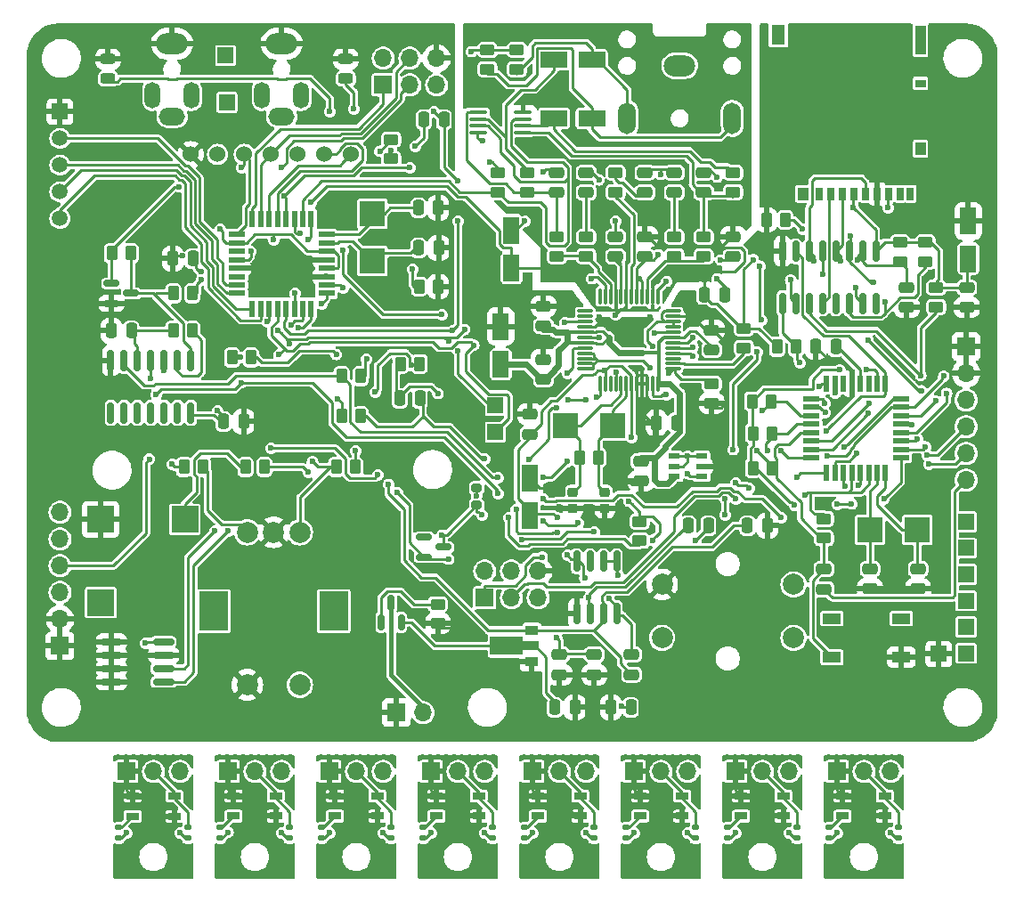
<source format=gtl>
G04 #@! TF.GenerationSoftware,KiCad,Pcbnew,7.0.9-39-g1740aeca5e*
G04 #@! TF.CreationDate,2023-11-27T00:53:47+01:00*
G04 #@! TF.ProjectId,Synkino,53796e6b-696e-46f2-9e6b-696361645f70,rev?*
G04 #@! TF.SameCoordinates,Original*
G04 #@! TF.FileFunction,Copper,L1,Top*
G04 #@! TF.FilePolarity,Positive*
%FSLAX46Y46*%
G04 Gerber Fmt 4.6, Leading zero omitted, Abs format (unit mm)*
G04 Created by KiCad (PCBNEW 7.0.9-39-g1740aeca5e) date 2023-11-27 00:53:47*
%MOMM*%
%LPD*%
G01*
G04 APERTURE LIST*
G04 Aperture macros list*
%AMRoundRect*
0 Rectangle with rounded corners*
0 $1 Rounding radius*
0 $2 $3 $4 $5 $6 $7 $8 $9 X,Y pos of 4 corners*
0 Add a 4 corners polygon primitive as box body*
4,1,4,$2,$3,$4,$5,$6,$7,$8,$9,$2,$3,0*
0 Add four circle primitives for the rounded corners*
1,1,$1+$1,$2,$3*
1,1,$1+$1,$4,$5*
1,1,$1+$1,$6,$7*
1,1,$1+$1,$8,$9*
0 Add four rect primitives between the rounded corners*
20,1,$1+$1,$2,$3,$4,$5,0*
20,1,$1+$1,$4,$5,$6,$7,0*
20,1,$1+$1,$6,$7,$8,$9,0*
20,1,$1+$1,$8,$9,$2,$3,0*%
%AMFreePoly0*
4,1,9,3.862500,-0.866500,0.737500,-0.866500,0.737500,-0.450000,-0.737500,-0.450000,-0.737500,0.450000,0.737500,0.450000,0.737500,0.866500,3.862500,0.866500,3.862500,-0.866500,3.862500,-0.866500,$1*%
G04 Aperture macros list end*
G04 #@! TA.AperFunction,SMDPad,CuDef*
%ADD10RoundRect,0.250000X0.250000X0.475000X-0.250000X0.475000X-0.250000X-0.475000X0.250000X-0.475000X0*%
G04 #@! TD*
G04 #@! TA.AperFunction,SMDPad,CuDef*
%ADD11RoundRect,0.250000X-0.250000X-0.475000X0.250000X-0.475000X0.250000X0.475000X-0.250000X0.475000X0*%
G04 #@! TD*
G04 #@! TA.AperFunction,SMDPad,CuDef*
%ADD12RoundRect,0.250000X-0.475000X0.250000X-0.475000X-0.250000X0.475000X-0.250000X0.475000X0.250000X0*%
G04 #@! TD*
G04 #@! TA.AperFunction,SMDPad,CuDef*
%ADD13RoundRect,0.250000X0.550000X-1.050000X0.550000X1.050000X-0.550000X1.050000X-0.550000X-1.050000X0*%
G04 #@! TD*
G04 #@! TA.AperFunction,SMDPad,CuDef*
%ADD14RoundRect,0.225000X-0.250000X0.225000X-0.250000X-0.225000X0.250000X-0.225000X0.250000X0.225000X0*%
G04 #@! TD*
G04 #@! TA.AperFunction,SMDPad,CuDef*
%ADD15RoundRect,0.250000X0.475000X-0.250000X0.475000X0.250000X-0.475000X0.250000X-0.475000X-0.250000X0*%
G04 #@! TD*
G04 #@! TA.AperFunction,SMDPad,CuDef*
%ADD16RoundRect,0.250000X-1.050000X-0.550000X1.050000X-0.550000X1.050000X0.550000X-1.050000X0.550000X0*%
G04 #@! TD*
G04 #@! TA.AperFunction,SMDPad,CuDef*
%ADD17RoundRect,0.243750X-0.456250X0.243750X-0.456250X-0.243750X0.456250X-0.243750X0.456250X0.243750X0*%
G04 #@! TD*
G04 #@! TA.AperFunction,ComponentPad*
%ADD18O,3.000000X2.000000*%
G04 #@! TD*
G04 #@! TA.AperFunction,ComponentPad*
%ADD19O,1.700000X3.000000*%
G04 #@! TD*
G04 #@! TA.AperFunction,SMDPad,CuDef*
%ADD20R,0.700000X1.200000*%
G04 #@! TD*
G04 #@! TA.AperFunction,SMDPad,CuDef*
%ADD21R,1.000000X1.200000*%
G04 #@! TD*
G04 #@! TA.AperFunction,SMDPad,CuDef*
%ADD22R,1.000000X0.800000*%
G04 #@! TD*
G04 #@! TA.AperFunction,SMDPad,CuDef*
%ADD23R,1.000000X2.800000*%
G04 #@! TD*
G04 #@! TA.AperFunction,SMDPad,CuDef*
%ADD24R,1.300000X1.900000*%
G04 #@! TD*
G04 #@! TA.AperFunction,SMDPad,CuDef*
%ADD25RoundRect,0.150000X0.150000X-0.825000X0.150000X0.825000X-0.150000X0.825000X-0.150000X-0.825000X0*%
G04 #@! TD*
G04 #@! TA.AperFunction,SMDPad,CuDef*
%ADD26RoundRect,0.150000X-0.587500X-0.150000X0.587500X-0.150000X0.587500X0.150000X-0.587500X0.150000X0*%
G04 #@! TD*
G04 #@! TA.AperFunction,SMDPad,CuDef*
%ADD27RoundRect,0.250000X0.450000X-0.262500X0.450000X0.262500X-0.450000X0.262500X-0.450000X-0.262500X0*%
G04 #@! TD*
G04 #@! TA.AperFunction,SMDPad,CuDef*
%ADD28RoundRect,0.250000X0.262500X0.450000X-0.262500X0.450000X-0.262500X-0.450000X0.262500X-0.450000X0*%
G04 #@! TD*
G04 #@! TA.AperFunction,SMDPad,CuDef*
%ADD29RoundRect,0.250000X-0.262500X-0.450000X0.262500X-0.450000X0.262500X0.450000X-0.262500X0.450000X0*%
G04 #@! TD*
G04 #@! TA.AperFunction,SMDPad,CuDef*
%ADD30RoundRect,0.250000X-0.450000X0.262500X-0.450000X-0.262500X0.450000X-0.262500X0.450000X0.262500X0*%
G04 #@! TD*
G04 #@! TA.AperFunction,SMDPad,CuDef*
%ADD31RoundRect,0.200000X0.275000X-0.200000X0.275000X0.200000X-0.275000X0.200000X-0.275000X-0.200000X0*%
G04 #@! TD*
G04 #@! TA.AperFunction,SMDPad,CuDef*
%ADD32RoundRect,0.135000X0.185000X-0.135000X0.185000X0.135000X-0.185000X0.135000X-0.185000X-0.135000X0*%
G04 #@! TD*
G04 #@! TA.AperFunction,ComponentPad*
%ADD33C,2.000000*%
G04 #@! TD*
G04 #@! TA.AperFunction,ComponentPad*
%ADD34R,2.700000X3.700000*%
G04 #@! TD*
G04 #@! TA.AperFunction,SMDPad,CuDef*
%ADD35R,1.700000X1.000000*%
G04 #@! TD*
G04 #@! TA.AperFunction,SMDPad,CuDef*
%ADD36R,1.300000X0.900000*%
G04 #@! TD*
G04 #@! TA.AperFunction,SMDPad,CuDef*
%ADD37FreePoly0,180.000000*%
G04 #@! TD*
G04 #@! TA.AperFunction,SMDPad,CuDef*
%ADD38R,1.600000X0.550000*%
G04 #@! TD*
G04 #@! TA.AperFunction,SMDPad,CuDef*
%ADD39R,0.550000X1.600000*%
G04 #@! TD*
G04 #@! TA.AperFunction,SMDPad,CuDef*
%ADD40RoundRect,0.150000X-0.150000X0.825000X-0.150000X-0.825000X0.150000X-0.825000X0.150000X0.825000X0*%
G04 #@! TD*
G04 #@! TA.AperFunction,ComponentPad*
%ADD41C,1.524000*%
G04 #@! TD*
G04 #@! TA.AperFunction,SMDPad,CuDef*
%ADD42R,1.100000X0.600000*%
G04 #@! TD*
G04 #@! TA.AperFunction,SMDPad,CuDef*
%ADD43RoundRect,0.075000X-0.662500X-0.075000X0.662500X-0.075000X0.662500X0.075000X-0.662500X0.075000X0*%
G04 #@! TD*
G04 #@! TA.AperFunction,SMDPad,CuDef*
%ADD44RoundRect,0.075000X-0.075000X-0.662500X0.075000X-0.662500X0.075000X0.662500X-0.075000X0.662500X0*%
G04 #@! TD*
G04 #@! TA.AperFunction,SMDPad,CuDef*
%ADD45RoundRect,0.100000X-0.712500X-0.100000X0.712500X-0.100000X0.712500X0.100000X-0.712500X0.100000X0*%
G04 #@! TD*
G04 #@! TA.AperFunction,SMDPad,CuDef*
%ADD46R,1.200000X0.700000*%
G04 #@! TD*
G04 #@! TA.AperFunction,ComponentPad*
%ADD47R,1.700000X1.700000*%
G04 #@! TD*
G04 #@! TA.AperFunction,ComponentPad*
%ADD48O,1.700000X1.700000*%
G04 #@! TD*
G04 #@! TA.AperFunction,SMDPad,CuDef*
%ADD49R,2.400000X2.400000*%
G04 #@! TD*
G04 #@! TA.AperFunction,ComponentPad*
%ADD50R,1.500000X1.500000*%
G04 #@! TD*
G04 #@! TA.AperFunction,ComponentPad*
%ADD51C,1.500000*%
G04 #@! TD*
G04 #@! TA.AperFunction,ComponentPad*
%ADD52O,1.500000X2.500000*%
G04 #@! TD*
G04 #@! TA.AperFunction,ComponentPad*
%ADD53O,2.500000X1.700000*%
G04 #@! TD*
G04 #@! TA.AperFunction,SMDPad,CuDef*
%ADD54RoundRect,0.150000X0.150000X-0.587500X0.150000X0.587500X-0.150000X0.587500X-0.150000X-0.587500X0*%
G04 #@! TD*
G04 #@! TA.AperFunction,SMDPad,CuDef*
%ADD55R,2.500000X2.500000*%
G04 #@! TD*
G04 #@! TA.AperFunction,SMDPad,CuDef*
%ADD56RoundRect,0.150000X-0.825000X-0.150000X0.825000X-0.150000X0.825000X0.150000X-0.825000X0.150000X0*%
G04 #@! TD*
G04 #@! TA.AperFunction,ViaPad*
%ADD57C,0.600000*%
G04 #@! TD*
G04 #@! TA.AperFunction,Conductor*
%ADD58C,0.250000*%
G04 #@! TD*
G04 #@! TA.AperFunction,Conductor*
%ADD59C,0.600000*%
G04 #@! TD*
G04 #@! TA.AperFunction,Conductor*
%ADD60C,0.300000*%
G04 #@! TD*
G04 #@! TA.AperFunction,Conductor*
%ADD61C,0.400000*%
G04 #@! TD*
G04 APERTURE END LIST*
D10*
X82992000Y-60960000D03*
X81092000Y-60960000D03*
D11*
X117414000Y-103632000D03*
X119314000Y-103632000D03*
D10*
X137622000Y-86360000D03*
X135722000Y-86360000D03*
X106868000Y-47752000D03*
X104968000Y-47752000D03*
X104577000Y-74243000D03*
X102677000Y-74243000D03*
D12*
X124714000Y-98618000D03*
X124714000Y-100518000D03*
D10*
X106360000Y-59944000D03*
X104460000Y-59944000D03*
X106340000Y-56134000D03*
X104440000Y-56134000D03*
X132014000Y-86360000D03*
X130114000Y-86360000D03*
X124648000Y-103632000D03*
X122748000Y-103632000D03*
D12*
X117856000Y-98618000D03*
X117856000Y-100518000D03*
X125603000Y-80203000D03*
X125603000Y-82103000D03*
D13*
X156718000Y-60982000D03*
X156718000Y-57382000D03*
D14*
X119126000Y-83172000D03*
X119126000Y-84722000D03*
D12*
X150876000Y-63693000D03*
X150876000Y-65593000D03*
X121158000Y-98618000D03*
X121158000Y-100518000D03*
X125984000Y-52771000D03*
X125984000Y-54671000D03*
D14*
X122174000Y-83172000D03*
X122174000Y-84722000D03*
D12*
X128778000Y-52771000D03*
X128778000Y-54671000D03*
X156591000Y-63693000D03*
X156591000Y-65593000D03*
X120396000Y-52771000D03*
X120396000Y-54671000D03*
D15*
X115062000Y-77658000D03*
X115062000Y-75758000D03*
D13*
X113284000Y-61871000D03*
X113284000Y-58271000D03*
D15*
X117602000Y-54671000D03*
X117602000Y-52771000D03*
X131572000Y-54671000D03*
X131572000Y-52771000D03*
D12*
X125984000Y-58867000D03*
X125984000Y-60767000D03*
D11*
X131638000Y-64389000D03*
X133538000Y-64389000D03*
D10*
X87818000Y-76454000D03*
X85918000Y-76454000D03*
D12*
X134366000Y-58867000D03*
X134366000Y-60767000D03*
D10*
X77150000Y-67818000D03*
X75250000Y-67818000D03*
D13*
X112268000Y-71015000D03*
X112268000Y-67415000D03*
D15*
X116332000Y-67371000D03*
X116332000Y-65471000D03*
D10*
X128966000Y-76581000D03*
X127066000Y-76581000D03*
D15*
X132334000Y-69657000D03*
X132334000Y-67757000D03*
D16*
X117326000Y-42037000D03*
X120926000Y-42037000D03*
X117326000Y-47625000D03*
X120926000Y-47625000D03*
D15*
X116332000Y-72451000D03*
X116332000Y-70551000D03*
X123190000Y-60767000D03*
X123190000Y-58867000D03*
D10*
X144124000Y-69342000D03*
X142224000Y-69342000D03*
D13*
X115024000Y-85425000D03*
X115024000Y-81825000D03*
D15*
X147380000Y-92355000D03*
X147380000Y-90455000D03*
X151952000Y-92375000D03*
X151952000Y-90475000D03*
D12*
X143002000Y-90490000D03*
X143002000Y-92390000D03*
D17*
X97536000Y-41988500D03*
X97536000Y-43863500D03*
D18*
X129286000Y-42625000D03*
D19*
X124286000Y-47625000D03*
X134286000Y-47625000D03*
D20*
X142563000Y-54794000D03*
X143663000Y-54794000D03*
X144763000Y-54794000D03*
X145863000Y-54794000D03*
X146963000Y-54794000D03*
X148063000Y-54794000D03*
X149163000Y-54794000D03*
X150263000Y-54794000D03*
X151213000Y-54794000D03*
D21*
X152163000Y-50494000D03*
D22*
X152163000Y-44294000D03*
D23*
X152163000Y-40144000D03*
D24*
X138663000Y-39694000D03*
D21*
X141013000Y-54794000D03*
D25*
X119507000Y-94677000D03*
X120777000Y-94677000D03*
X122047000Y-94677000D03*
X123317000Y-94677000D03*
X123317000Y-89727000D03*
X122047000Y-89727000D03*
X120777000Y-89727000D03*
X119507000Y-89727000D03*
D26*
X75262500Y-63312000D03*
X75262500Y-65212000D03*
X77137500Y-64262000D03*
D27*
X152654000Y-61237500D03*
X152654000Y-59412500D03*
D28*
X104564500Y-70993000D03*
X102739500Y-70993000D03*
D27*
X153670000Y-65555500D03*
X153670000Y-63730500D03*
D28*
X140358500Y-69342000D03*
X138533500Y-69342000D03*
X139342500Y-57277000D03*
X137517500Y-57277000D03*
D29*
X97131500Y-75946000D03*
X98956500Y-75946000D03*
D30*
X143002000Y-85701500D03*
X143002000Y-87526500D03*
D28*
X83970500Y-80772000D03*
X82145500Y-80772000D03*
D31*
X109982000Y-84391000D03*
X109982000Y-82741000D03*
D30*
X125476000Y-85955500D03*
X125476000Y-87780500D03*
D29*
X96623500Y-80772000D03*
X98448500Y-80772000D03*
D27*
X101854000Y-51458500D03*
X101854000Y-49633500D03*
D30*
X150241000Y-59412500D03*
X150241000Y-61237500D03*
X123190000Y-52808500D03*
X123190000Y-54633500D03*
D28*
X121562500Y-79883000D03*
X119737500Y-79883000D03*
D30*
X128778000Y-58904500D03*
X128778000Y-60729500D03*
X120396000Y-58904500D03*
X120396000Y-60729500D03*
D29*
X75287500Y-60452000D03*
X77112500Y-60452000D03*
D30*
X132334000Y-72874500D03*
X132334000Y-74699500D03*
D27*
X117602000Y-60729500D03*
X117602000Y-58904500D03*
X131572000Y-60729500D03*
X131572000Y-58904500D03*
D28*
X82954500Y-64262000D03*
X81129500Y-64262000D03*
D30*
X114808000Y-52808500D03*
X114808000Y-54633500D03*
X112014000Y-52808500D03*
X112014000Y-54633500D03*
D28*
X82954500Y-67818000D03*
X81129500Y-67818000D03*
D30*
X134366000Y-52808500D03*
X134366000Y-54633500D03*
X135382000Y-67620500D03*
X135382000Y-69445500D03*
D27*
X113792000Y-42949500D03*
X113792000Y-41124500D03*
X110998000Y-42949500D03*
X110998000Y-41124500D03*
D29*
X97131500Y-72136000D03*
X98956500Y-72136000D03*
D32*
X75946000Y-116080000D03*
X75946000Y-115060000D03*
X85598000Y-116080000D03*
X85598000Y-115060000D03*
X95250000Y-116080000D03*
X95250000Y-115060000D03*
X101854000Y-116080000D03*
X101854000Y-115060000D03*
D29*
X136167500Y-74549000D03*
X137992500Y-74549000D03*
X136247500Y-77597000D03*
X138072500Y-77597000D03*
X136247500Y-80899000D03*
X138072500Y-80899000D03*
D33*
X140108000Y-97028000D03*
X127608000Y-97028000D03*
X140108000Y-91948000D03*
X127608000Y-91948000D03*
X93178000Y-101488000D03*
X88178000Y-101488000D03*
X93178000Y-86988000D03*
X88178000Y-86988000D03*
X90678000Y-86988000D03*
D34*
X96378000Y-94488000D03*
X84978000Y-94488000D03*
D35*
X150366000Y-98878000D03*
X143766000Y-98878000D03*
X150366000Y-95178000D03*
X143766000Y-95178000D03*
D36*
X115234000Y-99290000D03*
D37*
X115146500Y-97790000D03*
D36*
X115234000Y-96290000D03*
D38*
X95690000Y-64268000D03*
X95690000Y-63468000D03*
X95690000Y-62668000D03*
X95690000Y-61868000D03*
X95690000Y-61068000D03*
X95690000Y-60268000D03*
X95690000Y-59468000D03*
X95690000Y-58668000D03*
D39*
X94240000Y-57218000D03*
X93440000Y-57218000D03*
X92640000Y-57218000D03*
X91840000Y-57218000D03*
X91040000Y-57218000D03*
X90240000Y-57218000D03*
X89440000Y-57218000D03*
X88640000Y-57218000D03*
D38*
X87190000Y-58668000D03*
X87190000Y-59468000D03*
X87190000Y-60268000D03*
X87190000Y-61068000D03*
X87190000Y-61868000D03*
X87190000Y-62668000D03*
X87190000Y-63468000D03*
X87190000Y-64268000D03*
D39*
X88640000Y-65718000D03*
X89440000Y-65718000D03*
X90240000Y-65718000D03*
X91040000Y-65718000D03*
X91840000Y-65718000D03*
X92640000Y-65718000D03*
X93440000Y-65718000D03*
X94240000Y-65718000D03*
D40*
X147955000Y-60263000D03*
X146685000Y-60263000D03*
X145415000Y-60263000D03*
X144145000Y-60263000D03*
X142875000Y-60263000D03*
X141605000Y-60263000D03*
X140335000Y-60263000D03*
X139065000Y-60263000D03*
X139065000Y-65213000D03*
X140335000Y-65213000D03*
X141605000Y-65213000D03*
X142875000Y-65213000D03*
X144145000Y-65213000D03*
X145415000Y-65213000D03*
X146685000Y-65213000D03*
X147955000Y-65213000D03*
D41*
X82804000Y-51054000D03*
X85344000Y-51054000D03*
X87884000Y-51054000D03*
X90424000Y-51054000D03*
X92964000Y-51054000D03*
X95504000Y-51054000D03*
X98044000Y-51054000D03*
D42*
X131378000Y-81661000D03*
X131378000Y-80711000D03*
X131378000Y-79761000D03*
X128778000Y-79761000D03*
X128778000Y-80711000D03*
X128778000Y-81661000D03*
D40*
X82804000Y-70677000D03*
X81534000Y-70677000D03*
X80264000Y-70677000D03*
X78994000Y-70677000D03*
X77724000Y-70677000D03*
X76454000Y-70677000D03*
X75184000Y-70677000D03*
X75184000Y-75627000D03*
X76454000Y-75627000D03*
X77724000Y-75627000D03*
X78994000Y-75627000D03*
X80264000Y-75627000D03*
X81534000Y-75627000D03*
X82804000Y-75627000D03*
D43*
X120297500Y-65957000D03*
X120297500Y-66457000D03*
X120297500Y-66957000D03*
X120297500Y-67457000D03*
X120297500Y-67957000D03*
X120297500Y-68457000D03*
X120297500Y-68957000D03*
X120297500Y-69457000D03*
X120297500Y-69957000D03*
X120297500Y-70457000D03*
X120297500Y-70957000D03*
X120297500Y-71457000D03*
D44*
X121710000Y-72869500D03*
X122210000Y-72869500D03*
X122710000Y-72869500D03*
X123210000Y-72869500D03*
X123710000Y-72869500D03*
X124210000Y-72869500D03*
X124710000Y-72869500D03*
X125210000Y-72869500D03*
X125710000Y-72869500D03*
X126210000Y-72869500D03*
X126710000Y-72869500D03*
X127210000Y-72869500D03*
D43*
X128622500Y-71457000D03*
X128622500Y-70957000D03*
X128622500Y-70457000D03*
X128622500Y-69957000D03*
X128622500Y-69457000D03*
X128622500Y-68957000D03*
X128622500Y-68457000D03*
X128622500Y-67957000D03*
X128622500Y-67457000D03*
X128622500Y-66957000D03*
X128622500Y-66457000D03*
X128622500Y-65957000D03*
D44*
X127210000Y-64544500D03*
X126710000Y-64544500D03*
X126210000Y-64544500D03*
X125710000Y-64544500D03*
X125210000Y-64544500D03*
X124710000Y-64544500D03*
X124210000Y-64544500D03*
X123710000Y-64544500D03*
X123210000Y-64544500D03*
X122710000Y-64544500D03*
X122210000Y-64544500D03*
X121710000Y-64544500D03*
D45*
X110155500Y-47031000D03*
X110155500Y-47681000D03*
X110155500Y-48331000D03*
X110155500Y-48981000D03*
X114380500Y-48981000D03*
X114380500Y-48331000D03*
X114380500Y-47681000D03*
X114380500Y-47031000D03*
D46*
X77248000Y-113979200D03*
X81248000Y-113979200D03*
X81248000Y-112055400D03*
X77248000Y-112055400D03*
D39*
X143250000Y-81339000D03*
X144050000Y-81339000D03*
X144850000Y-81339000D03*
X145650000Y-81339000D03*
X146450000Y-81339000D03*
X147250000Y-81339000D03*
X148050000Y-81339000D03*
X148850000Y-81339000D03*
D38*
X150300000Y-79889000D03*
X150300000Y-79089000D03*
X150300000Y-78289000D03*
X150300000Y-77489000D03*
X150300000Y-76689000D03*
X150300000Y-75889000D03*
X150300000Y-75089000D03*
X150300000Y-74289000D03*
D39*
X148850000Y-72839000D03*
X148050000Y-72839000D03*
X147250000Y-72839000D03*
X146450000Y-72839000D03*
X145650000Y-72839000D03*
X144850000Y-72839000D03*
X144050000Y-72839000D03*
X143250000Y-72839000D03*
D38*
X141800000Y-74289000D03*
X141800000Y-75089000D03*
X141800000Y-75889000D03*
X141800000Y-76689000D03*
X141800000Y-77489000D03*
X141800000Y-78289000D03*
X141800000Y-79089000D03*
X141800000Y-79889000D03*
D46*
X96520000Y-113963200D03*
X100520000Y-113963200D03*
X100520000Y-112039400D03*
X96520000Y-112039400D03*
D47*
X70358000Y-97790000D03*
D48*
X70358000Y-95250000D03*
X70358000Y-92710000D03*
X70358000Y-90170000D03*
X70358000Y-87630000D03*
X70358000Y-85090000D03*
D47*
X101092000Y-44450000D03*
D48*
X101092000Y-41910000D03*
X103632000Y-44450000D03*
X103632000Y-41910000D03*
X106172000Y-44450000D03*
X106172000Y-41910000D03*
D47*
X156524000Y-69325000D03*
D48*
X156524000Y-71865000D03*
X156524000Y-74405000D03*
X156524000Y-76945000D03*
X156524000Y-79485000D03*
X156524000Y-82025000D03*
D49*
X100076000Y-61178000D03*
X100076000Y-56678000D03*
X122900000Y-76835000D03*
X118400000Y-76835000D03*
X147392000Y-86741000D03*
X151892000Y-86741000D03*
D50*
X156524000Y-85983000D03*
X156524000Y-88483000D03*
X156524000Y-90983000D03*
X156524000Y-93483000D03*
X156524000Y-95983000D03*
X156524000Y-98483000D03*
D51*
X70358000Y-49530000D03*
X70358000Y-52070000D03*
X70358000Y-54610000D03*
X70358000Y-57150000D03*
D47*
X110744000Y-93218000D03*
D48*
X110744000Y-90678000D03*
X113284000Y-93218000D03*
X113284000Y-90678000D03*
X115824000Y-93218000D03*
X115824000Y-90678000D03*
D47*
X76708000Y-109728000D03*
D48*
X79248000Y-109728000D03*
X81788000Y-109728000D03*
D47*
X86360000Y-109728000D03*
D48*
X88900000Y-109728000D03*
X91440000Y-109728000D03*
D47*
X96012000Y-109728000D03*
D48*
X98552000Y-109728000D03*
X101092000Y-109728000D03*
D47*
X105664000Y-109728000D03*
D48*
X108204000Y-109728000D03*
X110744000Y-109728000D03*
D47*
X115316000Y-109728000D03*
D48*
X117856000Y-109728000D03*
X120396000Y-109728000D03*
D47*
X124968000Y-109728000D03*
D48*
X127508000Y-109728000D03*
X130048000Y-109728000D03*
D47*
X134620000Y-109728000D03*
D48*
X137160000Y-109728000D03*
X139700000Y-109728000D03*
D47*
X144272000Y-109728000D03*
D48*
X146812000Y-109728000D03*
X149352000Y-109728000D03*
D32*
X82550000Y-116080000D03*
X82550000Y-115060000D03*
X92202000Y-116080000D03*
X92202000Y-115060000D03*
X104902000Y-116080000D03*
X104902000Y-115060000D03*
X111506000Y-116080000D03*
X111506000Y-115060000D03*
X114554000Y-116080000D03*
X114554000Y-115060000D03*
X124206000Y-116080000D03*
X124206000Y-115060000D03*
X121158000Y-116080000D03*
X121158000Y-115060000D03*
X130810000Y-116080000D03*
X130810000Y-115060000D03*
X133858000Y-116080000D03*
X133858000Y-115060000D03*
X140462000Y-116080000D03*
X140462000Y-115060000D03*
X143510000Y-116080000D03*
X143510000Y-115060000D03*
X150114000Y-116080000D03*
X150114000Y-115060000D03*
D46*
X86868000Y-113963200D03*
X90868000Y-113963200D03*
X90868000Y-112039400D03*
X86868000Y-112039400D03*
X106172000Y-113963200D03*
X110172000Y-113963200D03*
X110172000Y-112039400D03*
X106172000Y-112039400D03*
X115824000Y-113963200D03*
X119824000Y-113963200D03*
X119824000Y-112039400D03*
X115824000Y-112039400D03*
X125508000Y-113963200D03*
X129508000Y-113963200D03*
X129508000Y-112039400D03*
X125508000Y-112039400D03*
X135128000Y-113963200D03*
X139128000Y-113963200D03*
X139128000Y-112039400D03*
X135128000Y-112039400D03*
X144780000Y-113963200D03*
X148780000Y-113963200D03*
X148780000Y-112039400D03*
X144780000Y-112039400D03*
D17*
X74930000Y-41988500D03*
X74930000Y-43863500D03*
D18*
X91440000Y-40526000D03*
D52*
X93290000Y-45426000D03*
X89590000Y-45426000D03*
D53*
X91440000Y-47426000D03*
D29*
X86717500Y-70358000D03*
X88542500Y-70358000D03*
D18*
X81026000Y-40526000D03*
D52*
X82876000Y-45426000D03*
X79176000Y-45426000D03*
D53*
X81026000Y-47426000D03*
D50*
X70358000Y-46990000D03*
X111760000Y-77470000D03*
X111760000Y-74930000D03*
X153924000Y-98552000D03*
D54*
X100904000Y-95552500D03*
X102804000Y-95552500D03*
X101854000Y-93677500D03*
D27*
X106299000Y-95654500D03*
X106299000Y-93829500D03*
D55*
X74232000Y-93662000D03*
X82232000Y-85762000D03*
X74232000Y-85762000D03*
D29*
X87987500Y-80772000D03*
X89812500Y-80772000D03*
D56*
X75249000Y-97409000D03*
X75249000Y-98679000D03*
X75249000Y-99949000D03*
X75249000Y-101219000D03*
X80199000Y-101219000D03*
X80199000Y-99949000D03*
X80199000Y-98679000D03*
X80199000Y-97409000D03*
D50*
X86106000Y-41656000D03*
D28*
X106322500Y-63627000D03*
X104497500Y-63627000D03*
D50*
X86233000Y-46101000D03*
D26*
X104980500Y-87442000D03*
X104980500Y-89342000D03*
X106855500Y-88392000D03*
D47*
X102357000Y-104140000D03*
D48*
X104897000Y-104140000D03*
D57*
X144083758Y-73732195D03*
X123444000Y-82804000D03*
X108458000Y-95504000D03*
X117856000Y-84582000D03*
X130459000Y-66457000D03*
X127000000Y-78232000D03*
X133858000Y-69977000D03*
X114554000Y-94742000D03*
X126492000Y-66548000D03*
X117856000Y-82804000D03*
X125222000Y-71501000D03*
X81992500Y-60706000D03*
X123568423Y-84166469D03*
X146247051Y-82548051D03*
X88900000Y-61722000D03*
X144997039Y-82574992D03*
X121666000Y-66548000D03*
X153924000Y-100330000D03*
X133858000Y-71755000D03*
X144854000Y-87495000D03*
X86614000Y-102362000D03*
X123280400Y-71754498D03*
X85090000Y-56642000D03*
X132334000Y-77079010D03*
X117856000Y-65532000D03*
X142544000Y-73095000D03*
X143091113Y-74720147D03*
X143100001Y-75612933D03*
X146104137Y-79500967D03*
X153634000Y-74495000D03*
X83810380Y-62171306D03*
X88490004Y-60275003D03*
X126746000Y-87747010D03*
X124460000Y-84031871D03*
X130810000Y-87747010D03*
X144502051Y-71524949D03*
X130048000Y-79761000D03*
X101854000Y-50645500D03*
X140194971Y-84396382D03*
X147074500Y-71539498D03*
X123444000Y-91069500D03*
X85598000Y-58166000D03*
X78486000Y-97536000D03*
X85344000Y-75438000D03*
X83820000Y-62992000D03*
X123747500Y-103530272D03*
X81026000Y-80518000D03*
X90678000Y-59182000D03*
X98470532Y-79248736D03*
X141170793Y-83487105D03*
X136274000Y-61075000D03*
X121666000Y-68466022D03*
X145774000Y-56075000D03*
X122174000Y-71628000D03*
X126892379Y-68046798D03*
X130048000Y-81407000D03*
X117624011Y-85598000D03*
X123190000Y-66303990D03*
X94234000Y-55626000D03*
X124714000Y-77978000D03*
X117602000Y-97028000D03*
X103751500Y-71102750D03*
X100330000Y-73660000D03*
X101600000Y-82423000D03*
X96774000Y-74295000D03*
X118364000Y-67056000D03*
X146214500Y-61087000D03*
X90424000Y-78994000D03*
X100584000Y-81534000D03*
X104140000Y-50292000D03*
X122541095Y-93300768D03*
X110744000Y-80010000D03*
X120269000Y-91313000D03*
X118618000Y-89154000D03*
X117640923Y-87004990D03*
X109982000Y-83491500D03*
X113724500Y-84836000D03*
X120650000Y-93218000D03*
X105918000Y-46990000D03*
X108204000Y-53594000D03*
X114955104Y-80024988D03*
X108204000Y-57404000D03*
X117602000Y-75134998D03*
X136652000Y-79248000D03*
X107696000Y-67817313D03*
X93218000Y-58518002D03*
X106680000Y-66294000D03*
X106680000Y-87249000D03*
X113030000Y-85598000D03*
X110490000Y-85344000D03*
X97282000Y-60198000D03*
X80264000Y-71628000D03*
X144615501Y-61214000D03*
X130539539Y-69363563D03*
X130556000Y-70231000D03*
X142082422Y-61203500D03*
X151892000Y-78105000D03*
X148815161Y-65052839D03*
X147193000Y-68707000D03*
X152263010Y-73533000D03*
X152208714Y-72061511D03*
X151377166Y-76794474D03*
X140716000Y-70866000D03*
X152655682Y-78865318D03*
X145542000Y-58801000D03*
X147701000Y-63246000D03*
X154665336Y-73787000D03*
X140980500Y-58166000D03*
X100794336Y-50759359D03*
X126685500Y-69281500D03*
X128270000Y-71882502D03*
X126492000Y-71374000D03*
X118618000Y-80264000D03*
X112014000Y-81788000D03*
X140401051Y-81727051D03*
X116332000Y-81788000D03*
X108213047Y-69734866D03*
X107305010Y-68834000D03*
X91093876Y-67778535D03*
X120396000Y-74420968D03*
X108830084Y-67699916D03*
X118695180Y-74420936D03*
X86360000Y-86868000D03*
X137160000Y-75438000D03*
X90088754Y-66974754D03*
X92202000Y-69088000D03*
X109711249Y-69204071D03*
X137668000Y-79248000D03*
X91186000Y-70104000D03*
X85090000Y-86868000D03*
X103886000Y-61976000D03*
X103632000Y-52324000D03*
X91694000Y-55000990D03*
X87630000Y-52324000D03*
X91440000Y-52324000D03*
X98298000Y-46736000D03*
X99508979Y-70532737D03*
X78856686Y-80025416D03*
X92710000Y-64262000D03*
X92302403Y-67254620D03*
X121158000Y-86952700D03*
X154389814Y-72136000D03*
X143273754Y-79736389D03*
X142875000Y-62484000D03*
X114300000Y-87675015D03*
X143219746Y-77343473D03*
X135890000Y-82804000D03*
X134620000Y-82296000D03*
X134620000Y-83820000D03*
X128016000Y-73914000D03*
X139829911Y-62994911D03*
X146050000Y-63754000D03*
X121412000Y-74168000D03*
X116332000Y-83820000D03*
X145622049Y-84285000D03*
X79502000Y-73914000D03*
X87630000Y-72760500D03*
X78994000Y-72390000D03*
X138938000Y-85598000D03*
X87530500Y-70358000D03*
X144272000Y-84328000D03*
X112014000Y-83312000D03*
X148707001Y-83812125D03*
X96012000Y-46990000D03*
X96637010Y-70080745D03*
X118618000Y-71882000D03*
X138921309Y-79234817D03*
X147304000Y-74695000D03*
X152814778Y-79660825D03*
X147194000Y-75695000D03*
X152981940Y-80510631D03*
X114554000Y-57404000D03*
X109474000Y-41275000D03*
X127254000Y-60579000D03*
X133172011Y-61087000D03*
X123190000Y-57404000D03*
X116332000Y-52705000D03*
X110505813Y-49775955D03*
X125476000Y-62865000D03*
X111252000Y-51816000D03*
X132842000Y-62865000D03*
X127508000Y-52959000D03*
X120904000Y-62865000D03*
X132842000Y-53213000D03*
X128016000Y-63119000D03*
X121597518Y-53477727D03*
X81788000Y-115570000D03*
X76708000Y-115570000D03*
X86332170Y-115514909D03*
X91440000Y-115570000D03*
X96012000Y-115570000D03*
X101092000Y-115570000D03*
X105664000Y-115570000D03*
X110744000Y-115570000D03*
X120396000Y-115570000D03*
X115316000Y-115570000D03*
X130048000Y-115570000D03*
X124968000Y-115570000D03*
X134620000Y-115570000D03*
X139700000Y-115570000D03*
X81660750Y-54115274D03*
X149352000Y-115570000D03*
X144272000Y-115570000D03*
X93054991Y-67525970D03*
X95250000Y-65278000D03*
X94370990Y-80264000D03*
X97282000Y-63754000D03*
X93980000Y-59182000D03*
X93980000Y-81280000D03*
X107315000Y-89535000D03*
X106299000Y-73787000D03*
X102447897Y-83226101D03*
X116207440Y-89352496D03*
X119634000Y-86106000D03*
X133604000Y-83820000D03*
X133604000Y-85344000D03*
X149098000Y-56134000D03*
X134366000Y-79121000D03*
X116324003Y-85876598D03*
X136906000Y-61678736D03*
X144950125Y-78900565D03*
X136652000Y-69850000D03*
X137083989Y-66802000D03*
X130556000Y-68453000D03*
D58*
X144050000Y-72839000D02*
X144083758Y-72872758D01*
X144083758Y-72872758D02*
X144083758Y-73307931D01*
X144083758Y-73307931D02*
X144083758Y-73732195D01*
X121174607Y-67457000D02*
X121702607Y-66929000D01*
X145650000Y-71789000D02*
X145650000Y-72839000D01*
X126111000Y-66929000D02*
X126492000Y-66548000D01*
X120297500Y-67457000D02*
X121174607Y-67457000D01*
X82804000Y-51054000D02*
X85344000Y-53594000D01*
X133234000Y-75137000D02*
X132334000Y-75137000D01*
X125710000Y-72029000D02*
X125730000Y-72009000D01*
X142224000Y-69342000D02*
X143427000Y-70545000D01*
X129710000Y-66457000D02*
X128810000Y-66457000D01*
X119507000Y-93345000D02*
X119380000Y-93218000D01*
X121666000Y-66892393D02*
X121666000Y-66548000D01*
X125710000Y-75650000D02*
X126641000Y-76581000D01*
X117996000Y-84722000D02*
X117856000Y-84582000D01*
X116003000Y-82804000D02*
X115024000Y-81825000D01*
X125305736Y-72009000D02*
X125222000Y-71925264D01*
X117856000Y-65532000D02*
X116393000Y-65532000D01*
X124621000Y-82296000D02*
X123952000Y-82296000D01*
X125358000Y-72009000D02*
X125730000Y-72009000D01*
X146450000Y-82389000D02*
X146290949Y-82548051D01*
X126210000Y-73057000D02*
X126210000Y-72157000D01*
X119126000Y-84722000D02*
X117996000Y-84722000D01*
X123210000Y-71824898D02*
X123210000Y-73057000D01*
X133858000Y-71755000D02*
X133858000Y-74513000D01*
X132334000Y-75137000D02*
X132334000Y-77079010D01*
X131759000Y-67757000D02*
X130459000Y-66457000D01*
X146450000Y-81339000D02*
X146450000Y-82389000D01*
X123952000Y-82296000D02*
X123444000Y-82804000D01*
X146290949Y-82548051D02*
X146247051Y-82548051D01*
X125210000Y-73057000D02*
X125210000Y-72157000D01*
X130459000Y-66457000D02*
X129710000Y-66457000D01*
X121702607Y-66929000D02*
X126111000Y-66929000D01*
X125710000Y-73057000D02*
X125710000Y-75650000D01*
X145676894Y-72865894D02*
X145676894Y-73457533D01*
X144850000Y-82427953D02*
X144997039Y-82574992D01*
X106299000Y-96092000D02*
X107870000Y-96092000D01*
X88900000Y-61722000D02*
X88386000Y-61722000D01*
X144406000Y-70545000D02*
X145650000Y-71789000D01*
X126766000Y-76581000D02*
X126766000Y-77998000D01*
X85344000Y-56388000D02*
X85090000Y-56642000D01*
X85344000Y-53594000D02*
X85344000Y-54356000D01*
X149773000Y-92675000D02*
X149666000Y-92568000D01*
X116393000Y-65532000D02*
X116332000Y-65471000D01*
X126766000Y-77998000D02*
X127000000Y-78232000D01*
X150876000Y-65893000D02*
X150876000Y-66018000D01*
X145650000Y-72839000D02*
X145676894Y-72865894D01*
X85344000Y-54356000D02*
X85344000Y-56388000D01*
X121702607Y-66929000D02*
X121666000Y-66892393D01*
X125358000Y-72009000D02*
X125305736Y-72009000D01*
X132509000Y-67757000D02*
X131759000Y-67757000D01*
X88386000Y-61722000D02*
X88240000Y-61868000D01*
X117856000Y-82804000D02*
X116003000Y-82804000D01*
X88240000Y-61868000D02*
X87190000Y-61868000D01*
X151952000Y-92675000D02*
X149773000Y-92675000D01*
X133858000Y-69977000D02*
X133858000Y-69106000D01*
X107870000Y-96092000D02*
X108458000Y-95504000D01*
X125210000Y-72157000D02*
X125358000Y-72009000D01*
X125222000Y-71925264D02*
X125222000Y-71501000D01*
X125730000Y-72009000D02*
X126062000Y-72009000D01*
X147380000Y-92655000D02*
X149579000Y-92655000D01*
X123280400Y-71754498D02*
X123210000Y-71824898D01*
X119507000Y-94902000D02*
X119507000Y-93345000D01*
X149579000Y-92655000D02*
X149666000Y-92568000D01*
X125603000Y-82403000D02*
X125603000Y-82278000D01*
X81346000Y-60706000D02*
X81092000Y-60960000D01*
X133858000Y-74513000D02*
X133234000Y-75137000D01*
X81992500Y-60706000D02*
X81346000Y-60706000D01*
X144850000Y-81339000D02*
X144850000Y-82427953D01*
X126210000Y-72157000D02*
X126062000Y-72009000D01*
X125710000Y-73057000D02*
X125710000Y-72029000D01*
X125603000Y-82403000D02*
X124728000Y-82403000D01*
X126641000Y-76581000D02*
X126766000Y-76581000D01*
X133858000Y-69106000D02*
X132509000Y-67757000D01*
X124728000Y-82403000D02*
X124621000Y-82296000D01*
X143427000Y-70545000D02*
X144406000Y-70545000D01*
X142800000Y-72839000D02*
X142544000Y-73095000D01*
X143250000Y-72839000D02*
X142800000Y-72839000D01*
X142850000Y-74289000D02*
X143091113Y-74530113D01*
X143091113Y-74530113D02*
X143091113Y-74720147D01*
X141800000Y-74289000D02*
X142850000Y-74289000D01*
X142800002Y-75312934D02*
X143100001Y-75612933D01*
X141800000Y-75089000D02*
X142576068Y-75089000D01*
X142576068Y-75089000D02*
X142800002Y-75312934D01*
X144050000Y-81339000D02*
X144050000Y-80289000D01*
X145391105Y-80213999D02*
X145804138Y-79800966D01*
X145804138Y-79800966D02*
X146104137Y-79500967D01*
X144125001Y-80213999D02*
X145391105Y-80213999D01*
X144050000Y-80289000D02*
X144125001Y-80213999D01*
X150300000Y-75889000D02*
X152240000Y-75889000D01*
X152240000Y-75889000D02*
X153634000Y-74495000D01*
X83133000Y-81467100D02*
X83133000Y-80061998D01*
X82232000Y-84262000D02*
X83332999Y-83161001D01*
X83133000Y-80061998D02*
X83692998Y-79502000D01*
X83332999Y-81667099D02*
X83133000Y-81467100D01*
X83332999Y-83161001D02*
X83332999Y-81667099D01*
X86280000Y-79502000D02*
X87550000Y-80772000D01*
X82232000Y-85762000D02*
X82232000Y-84262000D01*
X83692998Y-79502000D02*
X86280000Y-79502000D01*
X83292000Y-61835000D02*
X83628306Y-62171306D01*
X88240000Y-61068000D02*
X88490004Y-60817996D01*
X83628306Y-62171306D02*
X83810380Y-62171306D01*
X83292000Y-60960000D02*
X83292000Y-61835000D01*
X87190000Y-61068000D02*
X88240000Y-61068000D01*
X88490004Y-60699267D02*
X88490004Y-60275003D01*
X88490004Y-60817996D02*
X88490004Y-60699267D01*
X96815001Y-60656005D02*
X96426996Y-60268000D01*
X82145500Y-80772000D02*
X81280000Y-80772000D01*
X85016000Y-75852000D02*
X82804000Y-75852000D01*
X98470532Y-80749968D02*
X98470532Y-79248736D01*
X90678000Y-58674000D02*
X90678000Y-59182000D01*
X81280000Y-80772000D02*
X81026000Y-80518000D01*
X145314002Y-83200002D02*
X141732000Y-83200002D01*
X141919000Y-72445000D02*
X141919000Y-73353884D01*
X130810000Y-87739000D02*
X130810000Y-87747010D01*
X147800498Y-71539498D02*
X148050000Y-71789000D01*
X146872052Y-82766948D02*
X146872052Y-82848052D01*
X78613000Y-97409000D02*
X78486000Y-97536000D01*
X136247500Y-77597000D02*
X136247500Y-78768616D01*
X131378000Y-79761000D02*
X130578000Y-79761000D01*
X142102000Y-85264000D02*
X141732000Y-84894000D01*
X124648000Y-103632000D02*
X123849228Y-103632000D01*
X142839051Y-71524949D02*
X141919000Y-72445000D01*
X141732000Y-83200002D02*
X141719104Y-83187106D01*
X123317000Y-89727000D02*
X122047000Y-89727000D01*
X141919000Y-73353884D02*
X141866884Y-73406000D01*
X145622049Y-81366951D02*
X145622049Y-82891955D01*
X82145500Y-80772000D02*
X82145500Y-80413102D01*
X92313338Y-58674000D02*
X90678000Y-58674000D01*
X141470792Y-83187106D02*
X141170793Y-83487105D01*
X146872052Y-82848052D02*
X146520102Y-83200002D01*
X85852000Y-58420000D02*
X85598000Y-58166000D01*
X141732000Y-84894000D02*
X141732000Y-83200002D01*
X98448500Y-80772000D02*
X98470532Y-80749968D01*
X101854000Y-51458500D02*
X101854000Y-50645500D01*
X83392000Y-64262000D02*
X83392000Y-63420000D01*
X125476000Y-85047871D02*
X124759999Y-84331870D01*
X139894972Y-84096383D02*
X140194971Y-84396382D01*
X127045999Y-87330001D02*
X126746000Y-87630000D01*
X144502051Y-71524949D02*
X142839051Y-71524949D01*
X96815001Y-61792999D02*
X96815001Y-61214000D01*
X141719104Y-83187106D02*
X141470792Y-83187106D01*
X85618000Y-76454000D02*
X85016000Y-75852000D01*
X147250000Y-81339000D02*
X147250000Y-82389000D01*
X145650000Y-81339000D02*
X145622049Y-81366951D01*
X96426996Y-60268000D02*
X95690000Y-60268000D01*
X125476000Y-85518000D02*
X125476000Y-85418000D01*
X136167500Y-74549000D02*
X136167500Y-77517000D01*
X90678000Y-58674000D02*
X88883222Y-58674000D01*
X125476000Y-85518000D02*
X126692012Y-85518000D01*
X147250000Y-82389000D02*
X146872052Y-82766948D01*
X130578000Y-79761000D02*
X130048000Y-79761000D01*
X147074500Y-71539498D02*
X147800498Y-71539498D01*
X123317000Y-89727000D02*
X123317000Y-90942500D01*
X124759999Y-84331870D02*
X124460000Y-84031871D01*
X143002000Y-85264000D02*
X142102000Y-85264000D01*
X85344000Y-75438000D02*
X85618000Y-75712000D01*
X128778000Y-80711000D02*
X129578000Y-80711000D01*
X126692012Y-85518000D02*
X127371001Y-86196989D01*
X123317000Y-90942500D02*
X123444000Y-91069500D01*
X126746000Y-87630000D02*
X126746000Y-87747010D01*
X136144000Y-77493500D02*
X136247500Y-77597000D01*
X123849228Y-103632000D02*
X123747500Y-103530272D01*
X136027000Y-80401000D02*
X139722383Y-84096383D01*
X132189000Y-86360000D02*
X130810000Y-87739000D01*
X85852000Y-59180000D02*
X85852000Y-58420000D01*
X145622049Y-82891955D02*
X145314002Y-83200002D01*
X129578000Y-80711000D02*
X130048000Y-80241000D01*
X136247500Y-78768616D02*
X136027000Y-78989116D01*
X88883222Y-58674000D02*
X88089222Y-59468000D01*
X146520102Y-83200002D02*
X145314002Y-83200002D01*
X130048000Y-79761000D02*
X128778000Y-79761000D01*
X141866884Y-73406000D02*
X137310500Y-73406000D01*
X86140000Y-59468000D02*
X85852000Y-59180000D01*
X136167500Y-77517000D02*
X136247500Y-77597000D01*
X93907338Y-60268000D02*
X92313338Y-58674000D01*
X88089222Y-59468000D02*
X87190000Y-59468000D01*
X87190000Y-59468000D02*
X86140000Y-59468000D01*
X95690000Y-60268000D02*
X93907338Y-60268000D01*
X85618000Y-75712000D02*
X85618000Y-76454000D01*
X96740000Y-61868000D02*
X96815001Y-61792999D01*
X137310500Y-73406000D02*
X136167500Y-74549000D01*
X130048000Y-80241000D02*
X130048000Y-79761000D01*
X95690000Y-61868000D02*
X96740000Y-61868000D01*
X127371001Y-86196989D02*
X127371002Y-87004998D01*
X80199000Y-97409000D02*
X78613000Y-97409000D01*
X148050000Y-71789000D02*
X148050000Y-72839000D01*
X132314000Y-86360000D02*
X132189000Y-86360000D01*
X83392000Y-63420000D02*
X83820000Y-62992000D01*
X96815001Y-61214000D02*
X96815001Y-60656005D01*
X136027000Y-78989116D02*
X136027000Y-80401000D01*
X127371002Y-87004998D02*
X127045999Y-87330001D01*
X139722383Y-84096383D02*
X139894972Y-84096383D01*
X125476000Y-85418000D02*
X125476000Y-85047871D01*
X114756000Y-97790000D02*
X113146000Y-97790000D01*
X103774498Y-95552500D02*
X106011998Y-97790000D01*
X106011998Y-97790000D02*
X114756000Y-97790000D01*
X116586000Y-98870000D02*
X116586000Y-102229000D01*
X117414000Y-103057000D02*
X117414000Y-103632000D01*
X115506000Y-97790000D02*
X116586000Y-98870000D01*
X102804000Y-95552500D02*
X103774498Y-95552500D01*
X116586000Y-102229000D02*
X117414000Y-103057000D01*
X114756000Y-97790000D02*
X115506000Y-97790000D01*
X147955000Y-60263000D02*
X148805500Y-59412500D01*
X113898999Y-83799999D02*
X115024000Y-84925000D01*
X147955000Y-58256000D02*
X147955000Y-60263000D01*
X136274000Y-61075000D02*
X135382000Y-61967000D01*
X115024000Y-84925000D02*
X115024000Y-85425000D01*
X115062000Y-77958000D02*
X115062000Y-77738459D01*
X112159000Y-58311000D02*
X112159000Y-59566100D01*
X125984000Y-58692000D02*
X125984000Y-58567000D01*
X145774000Y-56075000D02*
X145774000Y-54772000D01*
X122210000Y-71791000D02*
X122174000Y-71755000D01*
X132828000Y-65264000D02*
X132338000Y-65264000D01*
X130302000Y-81661000D02*
X130048000Y-81407000D01*
X94234000Y-55626000D02*
X95758000Y-54102000D01*
X127159000Y-59742000D02*
X125984000Y-58567000D01*
X123744002Y-71129998D02*
X124421004Y-71807000D01*
X153670000Y-63193000D02*
X153670000Y-63293000D01*
X126710000Y-64357000D02*
X126710000Y-63496998D01*
X131638000Y-62562001D02*
X132023000Y-62177001D01*
X121108000Y-71932000D02*
X121171396Y-71932000D01*
X116112000Y-76688459D02*
X116112000Y-75445994D01*
X108931500Y-55083500D02*
X112159000Y-58311000D01*
X148805500Y-59412500D02*
X150241000Y-59412500D01*
X123707990Y-65786000D02*
X123190000Y-66303990D01*
X132132002Y-59742000D02*
X127159000Y-59742000D01*
X126710000Y-63496998D02*
X127964997Y-62242001D01*
X120059997Y-72054999D02*
X120985001Y-72054999D01*
X95758000Y-54102000D02*
X107191720Y-54102000D01*
X124210000Y-63457000D02*
X124210000Y-65528000D01*
X124421004Y-71807000D02*
X124452764Y-71807000D01*
X152654000Y-59412500D02*
X153138500Y-59412500D01*
X136812000Y-67620500D02*
X138533500Y-69342000D01*
X112488900Y-59896000D02*
X113284000Y-59896000D01*
X135382000Y-67620500D02*
X135184500Y-67620500D01*
X124452764Y-71807000D02*
X124714000Y-72068236D01*
X135416000Y-61262100D02*
X135416000Y-60271900D01*
X156591000Y-63693000D02*
X153707500Y-63693000D01*
X117277608Y-85251597D02*
X117324012Y-85298001D01*
X113898999Y-79121001D02*
X113898999Y-83799999D01*
X153707500Y-63693000D02*
X153670000Y-63730500D01*
X122210000Y-71664000D02*
X122210000Y-72869500D01*
X156591000Y-63693000D02*
X156591000Y-61109000D01*
X113284000Y-59896000D02*
X113284000Y-61871000D01*
X115062000Y-77958000D02*
X113898999Y-79121001D01*
X153138500Y-59412500D02*
X153924000Y-60198000D01*
X131638000Y-62562001D02*
X131318000Y-62242001D01*
X131463000Y-64389000D02*
X131338000Y-64389000D01*
X135086100Y-59942000D02*
X132762000Y-59942000D01*
X122672002Y-71129998D02*
X123744002Y-71129998D01*
X145846000Y-54700000D02*
X145846000Y-55004002D01*
X135416000Y-60271900D02*
X135086100Y-59942000D01*
X134501099Y-62177001D02*
X135416000Y-61262100D01*
X124714000Y-72068236D02*
X124714000Y-77978000D01*
X122174000Y-71628000D02*
X122210000Y-71664000D01*
X124210000Y-65528000D02*
X123952000Y-65786000D01*
X115024000Y-77996000D02*
X115062000Y-77958000D01*
X115062000Y-77738459D02*
X116112000Y-76688459D01*
X132901001Y-60156999D02*
X132547001Y-60156999D01*
X117856000Y-98552000D02*
X121092000Y-98552000D01*
X107191720Y-54102000D02*
X108173220Y-55083500D01*
X135382000Y-61967000D02*
X135382000Y-67183000D01*
X132338000Y-65264000D02*
X131463000Y-64389000D01*
X135382000Y-67620500D02*
X136812000Y-67620500D01*
X117324012Y-85298001D02*
X117624011Y-85598000D01*
X132762000Y-59942000D02*
X132547001Y-60156999D01*
X132023000Y-62177001D02*
X134501099Y-62177001D01*
X131638000Y-64389000D02*
X131638000Y-62562001D01*
X156591000Y-61109000D02*
X156718000Y-60982000D01*
X117602000Y-97028000D02*
X117856000Y-97282000D01*
X117856000Y-97282000D02*
X117856000Y-98552000D01*
X126982177Y-67957000D02*
X128810000Y-67957000D01*
X153924000Y-60198000D02*
X153924000Y-62939000D01*
X132547001Y-60156999D02*
X132132002Y-59742000D01*
X123210000Y-66283990D02*
X123190000Y-66303990D01*
X121475396Y-71628000D02*
X122174000Y-71628000D01*
X120985001Y-72054999D02*
X121108000Y-71932000D01*
X123210000Y-64357000D02*
X123210000Y-66283990D01*
X134366000Y-58567000D02*
X134366000Y-58692000D01*
X117604998Y-74509996D02*
X120059997Y-72054999D01*
X126892379Y-68046798D02*
X126982177Y-67957000D01*
X135184500Y-67620500D02*
X132828000Y-65264000D01*
X116112000Y-75445994D02*
X117047998Y-74509996D01*
X108173220Y-55083500D02*
X108931500Y-55083500D01*
X113284000Y-61871000D02*
X116183000Y-61871000D01*
X134366000Y-58567000D02*
X134366000Y-58338000D01*
X123952000Y-65786000D02*
X123707990Y-65786000D01*
X112159000Y-59566100D02*
X112488900Y-59896000D01*
X153924000Y-62939000D02*
X153670000Y-63193000D01*
X121402533Y-68457000D02*
X121411555Y-68466022D01*
X127964997Y-62242001D02*
X131318000Y-62242001D01*
X117047998Y-74509996D02*
X117604998Y-74509996D01*
X145774000Y-54772000D02*
X145846000Y-54700000D01*
X121171396Y-71932000D02*
X121475396Y-71628000D01*
X134366000Y-58692000D02*
X132901001Y-60156999D01*
X150241000Y-59412500D02*
X152654000Y-59412500D01*
X145774000Y-56075000D02*
X147955000Y-58256000D01*
X121092000Y-98552000D02*
X121158000Y-98618000D01*
X116183000Y-61871000D02*
X116332000Y-61722000D01*
X115197403Y-85251597D02*
X117277608Y-85251597D01*
X131378000Y-81661000D02*
X130302000Y-81661000D01*
X115024000Y-85425000D02*
X115197403Y-85251597D01*
X122174000Y-71628000D02*
X122672002Y-71129998D01*
X120110000Y-68457000D02*
X121402533Y-68457000D01*
X121943022Y-67841022D02*
X122466000Y-68364000D01*
D59*
X122555000Y-68961000D02*
X122555000Y-68453000D01*
D60*
X120110000Y-68957000D02*
X118495000Y-68957000D01*
D59*
X128135011Y-82303989D02*
X127207111Y-82303989D01*
X114721000Y-71015000D02*
X116332000Y-72626000D01*
D60*
X121010000Y-68957000D02*
X120110000Y-68957000D01*
D58*
X130297116Y-67828000D02*
X130820000Y-67828000D01*
X120297500Y-67957000D02*
X121291138Y-67957000D01*
D59*
X126882998Y-80014001D02*
X127902999Y-78994000D01*
X128340002Y-72845944D02*
X129266000Y-73771942D01*
X117778629Y-71082000D02*
X117778629Y-69673371D01*
X129266000Y-73771942D02*
X129266000Y-75606000D01*
D58*
X128622500Y-68457000D02*
X129668116Y-68457000D01*
D59*
X125603000Y-79903000D02*
X126994000Y-79903000D01*
X127207111Y-82303989D02*
X126882998Y-81979876D01*
D60*
X127335000Y-69931000D02*
X125695629Y-69931000D01*
D58*
X130820000Y-67828000D02*
X132334000Y-69342000D01*
D60*
X120110000Y-67957000D02*
X121020410Y-67957000D01*
D59*
X117310000Y-71550629D02*
X117778629Y-71082000D01*
D58*
X129668116Y-68457000D02*
X130297116Y-67828000D01*
X121291138Y-67957000D02*
X121341138Y-67907000D01*
X121273094Y-68957000D02*
X121407116Y-69091022D01*
X121341138Y-67907000D02*
X121361003Y-67907000D01*
D59*
X118495000Y-68957000D02*
X117992998Y-69459002D01*
D60*
X127335000Y-68903880D02*
X127335000Y-69931000D01*
D59*
X118618000Y-67957000D02*
X117493000Y-67957000D01*
D60*
X118618000Y-68834000D02*
X118495000Y-68957000D01*
D59*
X123525000Y-69931000D02*
X122555000Y-68961000D01*
X129266000Y-77456000D02*
X129266000Y-76581000D01*
X128778000Y-81661000D02*
X128135011Y-82303989D01*
X117778629Y-69673371D02*
X117992998Y-69459002D01*
D58*
X132334000Y-69342000D02*
X132334000Y-69657000D01*
D59*
X126882998Y-81979876D02*
X126882998Y-80014001D01*
D60*
X118618000Y-67957000D02*
X120110000Y-67957000D01*
D58*
X121361003Y-67907000D02*
X121426981Y-67841022D01*
X121407116Y-69091022D02*
X121924884Y-69091022D01*
D60*
X128622500Y-68457000D02*
X127781880Y-68457000D01*
D59*
X116332000Y-72626000D02*
X117310000Y-71648000D01*
D60*
X127210000Y-72869500D02*
X127335000Y-72744500D01*
D59*
X129266000Y-75606000D02*
X129266000Y-76581000D01*
X127902999Y-78819001D02*
X129266000Y-77456000D01*
D60*
X127335000Y-72744500D02*
X127335000Y-69931000D01*
D59*
X127421056Y-72845944D02*
X128340002Y-72845944D01*
X118618000Y-67957000D02*
X118618000Y-68834000D01*
X117493000Y-67957000D02*
X117207000Y-67671000D01*
X117310000Y-71648000D02*
X117310000Y-71550629D01*
D58*
X121924884Y-69091022D02*
X122466000Y-68549906D01*
D59*
X112268000Y-71015000D02*
X114721000Y-71015000D01*
D58*
X121426981Y-67841022D02*
X121943022Y-67841022D01*
D59*
X125695629Y-69931000D02*
X123525000Y-69931000D01*
D58*
X120297500Y-68957000D02*
X121273094Y-68957000D01*
X122466000Y-68549906D02*
X122466000Y-68364000D01*
D59*
X117207000Y-67671000D02*
X116332000Y-67671000D01*
X127902999Y-78994000D02*
X127902999Y-78819001D01*
D60*
X127781880Y-68457000D02*
X127335000Y-68903880D01*
D58*
X122305979Y-92652000D02*
X124299824Y-92652000D01*
X104454750Y-71102750D02*
X104564500Y-70993000D01*
X124299824Y-92652000D02*
X128579812Y-88372012D01*
X134422000Y-86360000D02*
X135422000Y-86360000D01*
X103577000Y-70297900D02*
X103247100Y-69968000D01*
X121134000Y-96290000D02*
X122047000Y-95377000D01*
X103577000Y-70928250D02*
X103577000Y-70297900D01*
X97131500Y-75508500D02*
X97131500Y-74652500D01*
X101736000Y-69968000D02*
X100584000Y-71120000D01*
X106055000Y-91279002D02*
X104741002Y-91279002D01*
X103751500Y-71102750D02*
X103577000Y-70928250D01*
X128579812Y-88372012D02*
X132409988Y-88372012D01*
X123664000Y-98820000D02*
X123664000Y-99468000D01*
X132409988Y-88372012D02*
X134422000Y-86360000D01*
X121134000Y-96290000D02*
X123664000Y-98820000D01*
X101600000Y-83303208D02*
X101600000Y-82423000D01*
X123664000Y-99468000D02*
X124714000Y-100518000D01*
X97131500Y-74652500D02*
X96774000Y-74295000D01*
X103247100Y-69968000D02*
X101736000Y-69968000D01*
X100584000Y-73406000D02*
X100330000Y-73660000D01*
X111065998Y-96290000D02*
X106055000Y-91279002D01*
X103124000Y-84827208D02*
X101600000Y-83303208D01*
X122047000Y-93690557D02*
X121916095Y-93559652D01*
X121134000Y-96290000D02*
X111065998Y-96290000D01*
X103751500Y-71102750D02*
X104454750Y-71102750D01*
X121916095Y-93559652D02*
X121916095Y-93041884D01*
X103124000Y-89662000D02*
X103124000Y-84827208D01*
X121916095Y-93041884D02*
X122305979Y-92652000D01*
X100584000Y-71120000D02*
X100584000Y-73406000D01*
X122047000Y-95377000D02*
X122047000Y-93690557D01*
X104741002Y-91279002D02*
X103124000Y-89662000D01*
X149915500Y-61563000D02*
X150241000Y-61237500D01*
X147010001Y-61563000D02*
X149915500Y-61563000D01*
X150876000Y-61872500D02*
X150241000Y-61237500D01*
X146214500Y-60733500D02*
X146685000Y-60263000D01*
X146685000Y-61237999D02*
X147010001Y-61563000D01*
X150876000Y-63393000D02*
X150876000Y-61872500D01*
X150413500Y-60938000D02*
X150241000Y-61110500D01*
X118364000Y-67056000D02*
X118463000Y-66957000D01*
X146214500Y-61087000D02*
X146214500Y-60733500D01*
X150241000Y-61110500D02*
X150241000Y-61237500D01*
X118463000Y-66957000D02*
X120297500Y-66957000D01*
X146685000Y-60263000D02*
X146685000Y-61237999D01*
X125984000Y-54971000D02*
X125109000Y-54971000D01*
X123190000Y-53371000D02*
X123190000Y-52808500D01*
X123859000Y-53721000D02*
X123540000Y-53721000D01*
X123540000Y-53721000D02*
X123190000Y-53371000D01*
X125109000Y-54971000D02*
X123859000Y-53721000D01*
X100284001Y-81833999D02*
X100584000Y-81534000D01*
X104968000Y-49464000D02*
X104968000Y-47752000D01*
X97536000Y-80010000D02*
X97536000Y-81407002D01*
X104140000Y-50292000D02*
X104968000Y-49464000D01*
X97536000Y-81407002D02*
X97962997Y-81833999D01*
X90424000Y-78994000D02*
X96520000Y-78994000D01*
X97962997Y-81833999D02*
X100284001Y-81833999D01*
X96520000Y-78994000D02*
X97536000Y-80010000D01*
X128778000Y-58467000D02*
X128778000Y-54971000D01*
X120396000Y-58904500D02*
X120396000Y-54671000D01*
X100510000Y-76962000D02*
X103886000Y-76962000D01*
X99494000Y-75946000D02*
X100510000Y-76962000D01*
X123317000Y-94076673D02*
X123317000Y-94902000D01*
X124714000Y-95749000D02*
X124714000Y-98318000D01*
X120152000Y-90147000D02*
X119507000Y-89502000D01*
X107443396Y-76962000D02*
X105918000Y-76962000D01*
X104877000Y-75057000D02*
X104877000Y-74243000D01*
X110744000Y-80010000D02*
X110491396Y-80010000D01*
X104877000Y-75971000D02*
X104877000Y-75057000D01*
X110491396Y-80010000D02*
X107443396Y-76962000D01*
X105918000Y-76962000D02*
X104877000Y-75921000D01*
X122541095Y-93300768D02*
X123317000Y-94076673D01*
X103886000Y-76962000D02*
X104877000Y-75971000D01*
X118966000Y-89502000D02*
X118618000Y-89154000D01*
X120269000Y-91313000D02*
X120152000Y-91196000D01*
X123867000Y-94902000D02*
X124714000Y-95749000D01*
X104877000Y-75921000D02*
X104877000Y-75057000D01*
X123317000Y-94902000D02*
X123867000Y-94902000D01*
X120152000Y-91196000D02*
X120152000Y-90147000D01*
X119507000Y-89502000D02*
X118966000Y-89502000D01*
X77450000Y-69068000D02*
X77450000Y-67818000D01*
X77724000Y-69342000D02*
X77450000Y-69068000D01*
X77724000Y-70452000D02*
X77724000Y-69342000D01*
X77450000Y-67818000D02*
X80692000Y-67818000D01*
X100838000Y-60416000D02*
X103688000Y-60416000D01*
X96889002Y-59318998D02*
X98216998Y-59318998D01*
X100076000Y-61178000D02*
X100838000Y-60416000D01*
X96740000Y-59468000D02*
X96889002Y-59318998D01*
X103688000Y-60416000D02*
X104160000Y-59944000D01*
X95690000Y-59468000D02*
X96740000Y-59468000D01*
X98216998Y-59318998D02*
X100076000Y-61178000D01*
X115579599Y-40461988D02*
X115250988Y-40790599D01*
X120926000Y-42037000D02*
X120926000Y-40987000D01*
X115250988Y-41828012D02*
X113792000Y-43287000D01*
X121426000Y-42037000D02*
X120926000Y-42037000D01*
X124286000Y-44897000D02*
X124286000Y-47625000D01*
X115250988Y-40790599D02*
X115250988Y-41828012D01*
X113792000Y-43287000D02*
X113792000Y-43387000D01*
X120400988Y-40461988D02*
X115579599Y-40461988D01*
X120926000Y-40987000D02*
X120400988Y-40461988D01*
X124286000Y-44897000D02*
X121426000Y-42037000D01*
X101200000Y-56678000D02*
X101744000Y-56134000D01*
X98774000Y-58668000D02*
X100076000Y-57366000D01*
X100076000Y-56678000D02*
X101200000Y-56678000D01*
X100076000Y-57366000D02*
X100076000Y-56678000D01*
X95690000Y-58668000D02*
X98774000Y-58668000D01*
X101744000Y-56134000D02*
X104140000Y-56134000D01*
X120926000Y-46575000D02*
X119126000Y-44775000D01*
X119126000Y-41151998D02*
X118885990Y-40911988D01*
X121701010Y-49450010D02*
X133110990Y-49450010D01*
X118885990Y-40911988D02*
X115766010Y-40911988D01*
X115700999Y-43463003D02*
X114702001Y-44462001D01*
X115700999Y-40976999D02*
X115700999Y-43463003D01*
X111898000Y-43387000D02*
X110998000Y-43387000D01*
X119126000Y-44775000D02*
X119126000Y-41151998D01*
X114702001Y-44462001D02*
X112973001Y-44462001D01*
X134286000Y-48275000D02*
X134286000Y-47625000D01*
X112973001Y-44462001D02*
X111898000Y-43387000D01*
X133110990Y-49450010D02*
X134286000Y-48275000D01*
X120926000Y-47625000D02*
X120926000Y-46575000D01*
X120926000Y-47625000D02*
X120926000Y-48675000D01*
X121426000Y-47625000D02*
X120926000Y-47625000D01*
X115766010Y-40911988D02*
X115700999Y-40976999D01*
X120926000Y-48675000D02*
X121701010Y-49450010D01*
X120650000Y-92964000D02*
X121412000Y-92202000D01*
X109982000Y-82741000D02*
X109982000Y-83491500D01*
X120650000Y-94550000D02*
X120777000Y-94677000D01*
X124113413Y-92202000D02*
X129814000Y-86501413D01*
X121412000Y-92202000D02*
X124113413Y-92202000D01*
X120650000Y-93218000D02*
X120650000Y-92964000D01*
X113963999Y-87050001D02*
X113724500Y-86810502D01*
X129814000Y-86501413D02*
X129814000Y-86360000D01*
X117171648Y-87050001D02*
X113963999Y-87050001D01*
X113724500Y-86810502D02*
X113724500Y-84836000D01*
X117640923Y-87004990D02*
X117216659Y-87004990D01*
X120650000Y-93218000D02*
X120650000Y-94550000D01*
X117216659Y-87004990D02*
X117171648Y-87050001D01*
X123710000Y-73917002D02*
X123710000Y-73057000D01*
X119737500Y-79883000D02*
X119737500Y-82560500D01*
X122707000Y-74920002D02*
X123710000Y-73917002D01*
X121764998Y-74920002D02*
X122707000Y-74920002D01*
X119850000Y-76835000D02*
X121764998Y-74920002D01*
X118400000Y-76835000D02*
X119850000Y-76835000D01*
X119737500Y-78172500D02*
X119737500Y-79883000D01*
X118400000Y-76835000D02*
X119737500Y-78172500D01*
X119737500Y-82560500D02*
X119126000Y-83172000D01*
X124210000Y-74075000D02*
X124210000Y-73957000D01*
X122900000Y-76835000D02*
X122900000Y-75385000D01*
X121562500Y-78172500D02*
X122900000Y-76835000D01*
X121562500Y-79883000D02*
X121562500Y-82580500D01*
X124210000Y-73957000D02*
X124210000Y-73057000D01*
X122900000Y-75385000D02*
X124210000Y-74075000D01*
X121562500Y-82580500D02*
X122174000Y-83192000D01*
X121562500Y-79883000D02*
X121562500Y-78172500D01*
X109093000Y-47031000D02*
X109017999Y-47106001D01*
X117602000Y-58467000D02*
X117602000Y-54846000D01*
X112709100Y-53796000D02*
X113546600Y-54633500D01*
X111200000Y-53796000D02*
X112709100Y-53796000D01*
X117602000Y-54671000D02*
X117564500Y-54633500D01*
X109017999Y-47106001D02*
X109017999Y-51613999D01*
X109017999Y-51613999D02*
X111200000Y-53796000D01*
X113546600Y-54633500D02*
X114808000Y-54633500D01*
X117564500Y-54633500D02*
X114808000Y-54633500D01*
X110068000Y-47031000D02*
X109093000Y-47031000D01*
X139629185Y-78609815D02*
X140750000Y-77489000D01*
X143002000Y-87526500D02*
X143002000Y-90490000D01*
X106680000Y-47752000D02*
X105918000Y-46990000D01*
X108204000Y-67309313D02*
X107696000Y-67817313D01*
X143002000Y-87864000D02*
X140819972Y-85681972D01*
X91840000Y-66768000D02*
X91840000Y-65718000D01*
X140819972Y-84108972D02*
X138510000Y-81799000D01*
X106868000Y-52258000D02*
X106868000Y-47752000D01*
X140750000Y-77489000D02*
X141800000Y-77489000D01*
X91677401Y-66930599D02*
X91840000Y-66768000D01*
X138510000Y-79999000D02*
X138296307Y-79785307D01*
X138621307Y-78609815D02*
X139629185Y-78609815D01*
X108204000Y-57404000D02*
X108204000Y-67309313D01*
X107696000Y-67817313D02*
X93937073Y-67817313D01*
X138510000Y-80899000D02*
X138510000Y-79999000D01*
X138296307Y-78934815D02*
X138621307Y-78609815D01*
X93937073Y-67817313D02*
X93603415Y-68150971D01*
X116840000Y-75472734D02*
X116840000Y-78140092D01*
X138303000Y-80899000D02*
X138510000Y-80899000D01*
X92273750Y-68150971D02*
X91677401Y-67554622D01*
X141952000Y-97064000D02*
X143766000Y-98878000D01*
X108204000Y-53594000D02*
X106868000Y-52258000D01*
X143002000Y-90490000D02*
X141952000Y-91540000D01*
X136652000Y-79248000D02*
X138303000Y-80899000D01*
X117602000Y-75134998D02*
X117177736Y-75134998D01*
X91677401Y-67554622D02*
X91677401Y-66930599D01*
X138296307Y-79785307D02*
X138296307Y-78934815D01*
X138510000Y-81799000D02*
X138510000Y-80899000D01*
X93603415Y-68150971D02*
X92273750Y-68150971D01*
X106868000Y-47752000D02*
X106680000Y-47752000D01*
X140819972Y-85681972D02*
X140819972Y-84108972D01*
X116840000Y-78140092D02*
X114955104Y-80024988D01*
X141952000Y-91540000D02*
X141952000Y-97064000D01*
X117177736Y-75134998D02*
X116840000Y-75472734D01*
X129921000Y-51181000D02*
X130522000Y-51782000D01*
X131572000Y-54971000D02*
X134266000Y-54971000D01*
X134266000Y-54971000D02*
X134366000Y-55071000D01*
X130522000Y-51782000D02*
X130522000Y-53921000D01*
X131572000Y-58467000D02*
X131572000Y-54971000D01*
X118999000Y-51181000D02*
X129921000Y-51181000D01*
X130522000Y-53921000D02*
X131572000Y-54971000D01*
X114468000Y-48981000D02*
X116799000Y-48981000D01*
X116799000Y-48981000D02*
X118999000Y-51181000D01*
X101092000Y-66294000D02*
X97282000Y-62484000D01*
X93218000Y-58518002D02*
X92793736Y-58518002D01*
X106680000Y-66294000D02*
X101092000Y-66294000D01*
X106631500Y-87200500D02*
X106680000Y-87249000D01*
X125476000Y-88218000D02*
X124576000Y-88218000D01*
X109982000Y-85016000D02*
X110162000Y-85016000D01*
X118580587Y-87630000D02*
X118130576Y-88080011D01*
X92640000Y-58268000D02*
X92640000Y-57218000D01*
X106855500Y-87424500D02*
X106680000Y-87249000D01*
X113030000Y-87288899D02*
X114041118Y-88300017D01*
X123988000Y-87630000D02*
X118580587Y-87630000D01*
X92640000Y-58364266D02*
X92640000Y-58268000D01*
X106855500Y-88392000D02*
X106855500Y-87424500D01*
X106680000Y-87249000D02*
X107124000Y-87249000D01*
X107124000Y-87249000D02*
X109982000Y-84391000D01*
X110162000Y-85016000D02*
X110490000Y-85344000D01*
X92793736Y-58518002D02*
X92640000Y-58364266D01*
X114041118Y-88300017D02*
X114853999Y-88300017D01*
X115074004Y-88080011D02*
X114853998Y-88300017D01*
X109982000Y-85016000D02*
X109982000Y-84391000D01*
X124576000Y-88218000D02*
X123988000Y-87630000D01*
X113030000Y-85598000D02*
X113030000Y-87288899D01*
X118130576Y-88080011D02*
X115074004Y-88080011D01*
X114853999Y-88300017D02*
X115074004Y-88080011D01*
X97282000Y-62484000D02*
X97282000Y-60198000D01*
X112776000Y-50546000D02*
X112776000Y-49530000D01*
X111029396Y-47681000D02*
X112776000Y-49427604D01*
X114218988Y-44912012D02*
X115500988Y-44912012D01*
X112776000Y-49427604D02*
X112776000Y-49530000D01*
X114808000Y-52578000D02*
X112776000Y-50546000D01*
X117326000Y-43087000D02*
X117326000Y-42037000D01*
X114808000Y-52808500D02*
X114808000Y-52578000D01*
X115500988Y-44912012D02*
X117326000Y-43087000D01*
X110155500Y-47681000D02*
X111029396Y-47681000D01*
X112776000Y-46355000D02*
X114218988Y-44912012D01*
X112776000Y-49530000D02*
X112776000Y-46355000D01*
X80264000Y-71628000D02*
X80264000Y-70452000D01*
X117326000Y-47625000D02*
X117326000Y-48675000D01*
X132622000Y-52275900D02*
X133833400Y-52275900D01*
X119382000Y-50731000D02*
X130233000Y-50731000D01*
X131318000Y-51816000D02*
X132162100Y-51816000D01*
X117326000Y-48675000D02*
X119382000Y-50731000D01*
X114468000Y-48331000D02*
X116620000Y-48331000D01*
X132162100Y-51816000D02*
X132622000Y-52275900D01*
X116620000Y-48331000D02*
X117326000Y-47625000D01*
X130233000Y-50731000D02*
X131318000Y-51816000D01*
X133833400Y-52275900D02*
X134366000Y-52808500D01*
X143663000Y-54794000D02*
X143520000Y-54937000D01*
X143520000Y-54937000D02*
X143520000Y-64568000D01*
X143520000Y-64568000D02*
X142875000Y-65213000D01*
X144615501Y-61214000D02*
X144615501Y-60733501D01*
X144746000Y-59662000D02*
X144746000Y-54700000D01*
X130446102Y-69457000D02*
X130539539Y-69363563D01*
X144145000Y-60263000D02*
X144746000Y-59662000D01*
X128810000Y-69457000D02*
X130446102Y-69457000D01*
X144615501Y-60733501D02*
X144145000Y-60263000D01*
X142082422Y-61203500D02*
X142082422Y-60740422D01*
X146567000Y-53340000D02*
X146946000Y-53719000D01*
X128810000Y-69957000D02*
X130282000Y-69957000D01*
X146946000Y-53719000D02*
X146946000Y-54700000D01*
X141870999Y-55855995D02*
X141870999Y-53582000D01*
X142082422Y-60740422D02*
X141605000Y-60263000D01*
X141870999Y-53582000D02*
X142112999Y-53340000D01*
X141605000Y-56121994D02*
X141605000Y-60263000D01*
X141870999Y-55855995D02*
X141605000Y-56121994D01*
X142112999Y-53340000D02*
X146567000Y-53340000D01*
X130282000Y-69957000D02*
X130556000Y-70231000D01*
X123710000Y-61474000D02*
X123303000Y-61067000D01*
X123710000Y-64357000D02*
X123710000Y-61587000D01*
X123710000Y-61587000D02*
X123190000Y-61067000D01*
X144124000Y-69342000D02*
X144272000Y-69342000D01*
X144272000Y-69342000D02*
X146450000Y-71520000D01*
X144124000Y-69495000D02*
X144124000Y-69342000D01*
X146450000Y-71520000D02*
X146450000Y-72839000D01*
X147392000Y-90143000D02*
X147380000Y-90155000D01*
X148050000Y-82389000D02*
X148050000Y-81339000D01*
X147392000Y-83047000D02*
X148050000Y-82389000D01*
X147392000Y-86741000D02*
X147392000Y-83047000D01*
X147392000Y-86741000D02*
X147392000Y-90143000D01*
X152654000Y-61237500D02*
X152654000Y-61775000D01*
X150300000Y-78289000D02*
X151708000Y-78289000D01*
X152019000Y-73533000D02*
X147193000Y-68707000D01*
X151708000Y-78289000D02*
X151892000Y-78105000D01*
X152263010Y-73533000D02*
X152019000Y-73533000D01*
X145415000Y-65213000D02*
X145415000Y-66187999D01*
X145415000Y-66187999D02*
X145740001Y-66513000D01*
X150280900Y-64643000D02*
X151586002Y-64643000D01*
X148815161Y-65052839D02*
X148815161Y-66108739D01*
X148815161Y-66108739D02*
X148609950Y-66313950D01*
X151926000Y-62503000D02*
X151926000Y-64303002D01*
X152654000Y-61775000D02*
X151926000Y-62503000D01*
X148609950Y-66313950D02*
X150280900Y-64643000D01*
X145740001Y-66513000D02*
X148410900Y-66513000D01*
X151586002Y-64643000D02*
X151926000Y-64303002D01*
X148410900Y-66513000D02*
X148609950Y-66313950D01*
X152208714Y-67554286D02*
X153670000Y-66093000D01*
X151350000Y-76689000D02*
X151377166Y-76716166D01*
X143259001Y-67842000D02*
X147989203Y-67842000D01*
X141605000Y-65213000D02*
X141605000Y-66187999D01*
X151377166Y-76716166D02*
X151377166Y-76794474D01*
X152208714Y-72061511D02*
X152208714Y-67554286D01*
X150300000Y-76689000D02*
X151350000Y-76689000D01*
X147989203Y-67842000D02*
X152208714Y-72061511D01*
X141605000Y-66187999D02*
X143259001Y-67842000D01*
X153670000Y-66093000D02*
X153670000Y-65993000D01*
X139065000Y-65213000D02*
X139065000Y-68048500D01*
X150300000Y-79089000D02*
X152432000Y-79089000D01*
X140462000Y-69445500D02*
X140358500Y-69342000D01*
X140462000Y-70612000D02*
X140462000Y-69445500D01*
X139065000Y-68048500D02*
X140358500Y-69342000D01*
X140716000Y-70866000D02*
X140462000Y-70612000D01*
X152432000Y-79089000D02*
X152655682Y-78865318D01*
X154665336Y-74598668D02*
X154665336Y-73787000D01*
X147423001Y-63246000D02*
X147701000Y-63246000D01*
X151775004Y-77489000D02*
X150300000Y-77489000D01*
X145542000Y-60136000D02*
X145415000Y-60263000D01*
X140091500Y-57277000D02*
X140980500Y-58166000D01*
X154665336Y-74598668D02*
X151775004Y-77489000D01*
X145415000Y-60263000D02*
X145415000Y-61237999D01*
X145415000Y-61237999D02*
X147423001Y-63246000D01*
X145542000Y-58801000D02*
X145542000Y-60136000D01*
X139342500Y-57277000D02*
X140091500Y-57277000D01*
X150442000Y-86741000D02*
X151892000Y-86741000D01*
X151892000Y-90115000D02*
X151952000Y-90175000D01*
X148850000Y-82744124D02*
X148082000Y-83512124D01*
X148082000Y-84381000D02*
X150442000Y-86741000D01*
X148082000Y-83512124D02*
X148082000Y-84381000D01*
X148850000Y-81339000D02*
X148850000Y-82744124D01*
X151892000Y-86741000D02*
X151892000Y-90115000D01*
X155448999Y-83100001D02*
X156524000Y-82025000D01*
X155448999Y-92963001D02*
X155212000Y-93200000D01*
X143812000Y-93200000D02*
X143002000Y-92390000D01*
X155212000Y-93200000D02*
X143812000Y-93200000D01*
X155448999Y-92963001D02*
X155448999Y-83100001D01*
X92992574Y-52141001D02*
X96956999Y-52141001D01*
X90240000Y-54893575D02*
X92992574Y-52141001D01*
X97282001Y-51815999D02*
X98044000Y-51054000D01*
X96956999Y-52141001D02*
X97282001Y-51815999D01*
X101854000Y-49699695D02*
X101854000Y-49633500D01*
X90240000Y-57218000D02*
X90240000Y-54893575D01*
X100794336Y-50759359D02*
X101854000Y-49699695D01*
X127878000Y-61167000D02*
X128778000Y-61167000D01*
X126210000Y-64357000D02*
X126210000Y-62835000D01*
X126210000Y-62835000D02*
X127878000Y-61167000D01*
X128778000Y-61167000D02*
X129678000Y-61167000D01*
X129678000Y-61167000D02*
X131572000Y-61167000D01*
X120372500Y-60706000D02*
X117625500Y-60706000D01*
X117625500Y-60706000D02*
X117602000Y-60729500D01*
X122710000Y-64357000D02*
X122710000Y-63360587D01*
X121516413Y-62167000D02*
X121516413Y-61849913D01*
X121516413Y-61849913D02*
X120372500Y-60706000D01*
X122710000Y-63360587D02*
X121516413Y-62167000D01*
X127560000Y-66699764D02*
X127817236Y-66957000D01*
X121158000Y-70105000D02*
X121158000Y-70429000D01*
X128270000Y-71882502D02*
X128695502Y-71457000D01*
X121158000Y-70957000D02*
X121135000Y-70957000D01*
X121010000Y-71457000D02*
X121010000Y-71105000D01*
X128695502Y-71457000D02*
X128810000Y-71457000D01*
X128622500Y-67457000D02*
X128622500Y-66957000D01*
X121158000Y-70429000D02*
X121130000Y-70457000D01*
X120110000Y-71457000D02*
X121010000Y-71457000D01*
X126685500Y-69281500D02*
X126238000Y-68834000D01*
X132334000Y-72437000D02*
X129415000Y-72437000D01*
X120110000Y-70457000D02*
X121130000Y-70457000D01*
X121158000Y-70957000D02*
X120110000Y-70957000D01*
X120635000Y-70457000D02*
X120110000Y-70457000D01*
X127817236Y-65957000D02*
X127560000Y-66214236D01*
X127817236Y-66957000D02*
X128810000Y-66957000D01*
X121435013Y-70679987D02*
X125797987Y-70679987D01*
X121158000Y-70105000D02*
X121010000Y-69957000D01*
X128810000Y-71832000D02*
X128810000Y-71457000D01*
X128810000Y-65957000D02*
X127817236Y-65957000D01*
X121010000Y-69957000D02*
X120110000Y-69957000D01*
X127560000Y-66214236D02*
X127560000Y-66699764D01*
X126238000Y-67818000D02*
X127099000Y-66957000D01*
X127099000Y-66957000D02*
X127817236Y-66957000D01*
X121184026Y-70429000D02*
X121435013Y-70679987D01*
X121010000Y-71105000D02*
X121158000Y-70957000D01*
X126238000Y-68834000D02*
X126238000Y-67818000D01*
X125797987Y-70679987D02*
X126492000Y-71374000D01*
X121435013Y-70679987D02*
X121158000Y-70957000D01*
X129415000Y-72437000D02*
X128810000Y-71832000D01*
X121158000Y-70429000D02*
X121184026Y-70429000D01*
X108359616Y-54633500D02*
X107320116Y-53594000D01*
X95250000Y-53594000D02*
X93440000Y-55404000D01*
X93440000Y-55404000D02*
X93440000Y-57218000D01*
X113243000Y-47931000D02*
X113243000Y-50251000D01*
X118297100Y-59742000D02*
X116906900Y-59742000D01*
X110068000Y-48331000D02*
X111043000Y-48331000D01*
X113493000Y-47681000D02*
X113243000Y-47931000D01*
X118652000Y-59387100D02*
X118297100Y-59742000D01*
X113538000Y-52134198D02*
X113538000Y-53071100D01*
X116577000Y-59412100D02*
X116577000Y-56125000D01*
X114468000Y-47681000D02*
X113493000Y-47681000D01*
X118192100Y-51816000D02*
X118652000Y-52275900D01*
X114808000Y-51816000D02*
X118192100Y-51816000D01*
X118652000Y-53773001D02*
X118652000Y-59387100D01*
X114112900Y-53646000D02*
X118346000Y-53646000D01*
X113006500Y-55626000D02*
X112014000Y-54633500D01*
X112268009Y-49556009D02*
X112268009Y-50864207D01*
X116078000Y-55626000D02*
X113006500Y-55626000D01*
X113243000Y-50251000D02*
X114808000Y-51816000D01*
X116906900Y-59742000D02*
X116577000Y-59412100D01*
X107320116Y-53594000D02*
X95250000Y-53594000D01*
X118652000Y-52275900D02*
X118652000Y-53773001D01*
X112268009Y-50864207D02*
X113538000Y-52134198D01*
X113538000Y-53071100D02*
X114112900Y-53646000D01*
X118346000Y-53646000D02*
X118652000Y-53340000D01*
X111043000Y-48331000D02*
X110155500Y-48331000D01*
X118652000Y-53340000D02*
X118652000Y-53773001D01*
X116577000Y-56125000D02*
X116078000Y-55626000D01*
X112014000Y-54633500D02*
X108359616Y-54633500D01*
X111043000Y-48331000D02*
X112268009Y-49556009D01*
X81534000Y-70677000D02*
X81534000Y-71651999D01*
X83820000Y-71769884D02*
X83820000Y-68683500D01*
X81534000Y-70452000D02*
X81534000Y-70902000D01*
X83453884Y-72136000D02*
X83820000Y-71769884D01*
X81534000Y-71651999D02*
X82018001Y-72136000D01*
X82018001Y-72136000D02*
X83453884Y-72136000D01*
X83820000Y-68683500D02*
X82954500Y-67818000D01*
X82274374Y-52140239D02*
X82519952Y-52140239D01*
X85344000Y-60911854D02*
X85795000Y-61362854D01*
X83635785Y-53256072D02*
X83635785Y-57434550D01*
X85795000Y-61362854D02*
X85795000Y-63123000D01*
X85795000Y-63123000D02*
X86140000Y-63468000D01*
X85344000Y-59142765D02*
X85344000Y-60911854D01*
X83635785Y-57434550D02*
X85344000Y-59142765D01*
X86140000Y-63468000D02*
X87190000Y-63468000D01*
X82519952Y-52140239D02*
X83635785Y-53256072D01*
X79664135Y-49530000D02*
X82274374Y-52140239D01*
X70358000Y-49530000D02*
X79664135Y-49530000D01*
X118618000Y-80264000D02*
X117094000Y-81788000D01*
X79411004Y-72898000D02*
X86360000Y-72898000D01*
X78349002Y-73015002D02*
X79294002Y-73015002D01*
X76454000Y-70452000D02*
X76454000Y-71120000D01*
X111506000Y-81788000D02*
X107188000Y-77470000D01*
X143250000Y-81339000D02*
X140789102Y-81339000D01*
X97969000Y-76506002D02*
X97969000Y-72973500D01*
X97969000Y-72973500D02*
X97131500Y-72136000D01*
X86360000Y-72898000D02*
X87122000Y-72136000D01*
X98932998Y-77470000D02*
X97969000Y-76506002D01*
X140789102Y-81339000D02*
X140701050Y-81427052D01*
X79294002Y-73015002D02*
X79411004Y-72898000D01*
X117094000Y-81788000D02*
X116332000Y-81788000D01*
X87122000Y-72136000D02*
X97131500Y-72136000D01*
X107188000Y-77470000D02*
X98932998Y-77470000D01*
X76454000Y-71120000D02*
X78349002Y-73015002D01*
X140701050Y-81427052D02*
X140401051Y-81727051D01*
X112014000Y-81788000D02*
X111506000Y-81788000D01*
X83185774Y-57620950D02*
X84836000Y-59271176D01*
X81567724Y-52070000D02*
X82087974Y-52590250D01*
X82333552Y-52590250D02*
X83185774Y-53442472D01*
X84836000Y-59271176D02*
X84836000Y-61040250D01*
X70358000Y-52070000D02*
X81567724Y-52070000D01*
X85345000Y-63369769D02*
X86243231Y-64268000D01*
X83185774Y-53442472D02*
X83185774Y-57620950D01*
X82087974Y-52590250D02*
X82333552Y-52590250D01*
X85345000Y-61549250D02*
X85345000Y-63369769D01*
X86243231Y-64268000D02*
X87190000Y-64268000D01*
X84836000Y-61040250D02*
X85345000Y-61549250D01*
X84328000Y-59399587D02*
X82735763Y-57807350D01*
X84895000Y-63556179D02*
X84895000Y-61735646D01*
X88640000Y-65718000D02*
X87056821Y-65718000D01*
X81901574Y-53040261D02*
X81439313Y-52578000D01*
X82147152Y-53040261D02*
X81901574Y-53040261D01*
X82735763Y-57807350D02*
X82735763Y-53628872D01*
X72390000Y-52578000D02*
X70358000Y-54610000D01*
X81439313Y-52578000D02*
X72390000Y-52578000D01*
X87056821Y-65718000D02*
X84895000Y-63556179D01*
X84895000Y-61735646D02*
X84328000Y-61168646D01*
X82735763Y-53628872D02*
X82147152Y-53040261D01*
X84328000Y-61168646D02*
X84328000Y-59399587D01*
X108830084Y-67699916D02*
X108086998Y-68443002D01*
X83058000Y-100330000D02*
X83058000Y-90170000D01*
X138049000Y-74549000D02*
X139430000Y-74549000D01*
X106934000Y-68443002D02*
X93956453Y-68443002D01*
X106934000Y-68462990D02*
X107005011Y-68534001D01*
X120396000Y-74420968D02*
X118695212Y-74420968D01*
X108086998Y-68443002D02*
X106934000Y-68443002D01*
X118695212Y-74420968D02*
X118695180Y-74420936D01*
X80932000Y-101219000D02*
X82169000Y-101219000D01*
X92139246Y-68600982D02*
X91916323Y-68600982D01*
X107005011Y-68534001D02*
X107305010Y-68834000D01*
X111252000Y-74930000D02*
X108213047Y-71891047D01*
X83058000Y-90170000D02*
X86360000Y-86868000D01*
X137160000Y-75438000D02*
X138049000Y-74549000D01*
X111760000Y-74930000D02*
X111252000Y-74930000D01*
X90240000Y-65718000D02*
X90240000Y-66823508D01*
X82169000Y-101219000D02*
X83058000Y-100330000D01*
X90240000Y-66823508D02*
X90088754Y-66974754D01*
X92202000Y-69088000D02*
X92202000Y-68663736D01*
X91916323Y-68600982D02*
X91393875Y-68078534D01*
X108213047Y-71891047D02*
X108213047Y-69734866D01*
X93956453Y-68443002D02*
X93798473Y-68600982D01*
X139430000Y-74549000D02*
X140770000Y-75889000D01*
X106934000Y-68443002D02*
X106934000Y-68462990D01*
X92202000Y-68663736D02*
X92139246Y-68600982D01*
X93798473Y-68600982D02*
X91916323Y-68600982D01*
X140770000Y-75889000D02*
X141800000Y-75889000D01*
X91393875Y-68078534D02*
X91093876Y-67778535D01*
X140750000Y-76689000D02*
X141800000Y-76689000D01*
X91040000Y-65718000D02*
X91040000Y-66907407D01*
X105819361Y-68898365D02*
X94137501Y-68898365D01*
X109711249Y-69204071D02*
X108966000Y-69949320D01*
X82550000Y-99568000D02*
X82550000Y-89408000D01*
X137510000Y-79090000D02*
X137668000Y-79248000D01*
X138410000Y-77597000D02*
X137510000Y-78497000D01*
X106379998Y-69459002D02*
X105819361Y-68898365D01*
X111129500Y-73855000D02*
X112835000Y-73855000D01*
X80932000Y-99949000D02*
X82169000Y-99949000D01*
X108966000Y-69949320D02*
X108966000Y-71691500D01*
X91739499Y-69550501D02*
X91784998Y-69596000D01*
X109711249Y-69204071D02*
X109405543Y-68898365D01*
X113030000Y-76200000D02*
X111760000Y-77470000D01*
X107605012Y-69459002D02*
X106379998Y-69459002D01*
X90468874Y-67478533D02*
X90468874Y-68279876D01*
X138510000Y-77597000D02*
X138410000Y-77597000D01*
X92502001Y-69713001D02*
X91901999Y-69713001D01*
X93164009Y-69050993D02*
X92502001Y-69713001D01*
X91901999Y-69713001D02*
X91784998Y-69596000D01*
X140418000Y-76689000D02*
X140750000Y-76689000D01*
X91186000Y-70104000D02*
X91739499Y-69550501D01*
X93984873Y-69050993D02*
X93164009Y-69050993D01*
X82550000Y-89408000D02*
X85090000Y-86868000D01*
X137510000Y-78497000D02*
X137510000Y-79090000D01*
X94137501Y-68898365D02*
X93984873Y-69050993D01*
X108165649Y-68898365D02*
X107605012Y-69459002D01*
X113030000Y-74050000D02*
X113030000Y-76200000D01*
X109405543Y-68898365D02*
X108165649Y-68898365D01*
X112835000Y-73855000D02*
X113030000Y-74050000D01*
X108966000Y-71691500D02*
X111129500Y-73855000D01*
X138510000Y-77597000D02*
X139510000Y-77597000D01*
X91040000Y-66907407D02*
X90468874Y-67478533D01*
X82169000Y-99949000D02*
X82550000Y-99568000D01*
X139510000Y-77597000D02*
X140418000Y-76689000D01*
X90468874Y-68279876D02*
X91784998Y-69596000D01*
X103886000Y-63453000D02*
X104060000Y-63627000D01*
X91840000Y-55146990D02*
X91694000Y-55000990D01*
X103632000Y-52324000D02*
X99019158Y-52324000D01*
X103886000Y-61976000D02*
X103886000Y-63453000D01*
X91840000Y-57218000D02*
X91840000Y-55146990D01*
X93653978Y-53041012D02*
X91694000Y-55000990D01*
X98302146Y-53041012D02*
X93653978Y-53041012D01*
X99019158Y-52324000D02*
X98302146Y-53041012D01*
X98565761Y-49966999D02*
X97522239Y-49966999D01*
X97522239Y-49966999D02*
X96956999Y-50532239D01*
X99131001Y-50532239D02*
X98565761Y-49966999D01*
X96581630Y-51054000D02*
X95504000Y-51054000D01*
X99131001Y-51575761D02*
X99131001Y-50532239D01*
X93178974Y-52591012D02*
X98115750Y-52591012D01*
X96956999Y-50532239D02*
X96956999Y-50678631D01*
X96956999Y-50678631D02*
X96581630Y-51054000D01*
X98115750Y-52591012D02*
X99131001Y-51575761D01*
X91040000Y-54729986D02*
X93178974Y-52591012D01*
X91040000Y-57218000D02*
X91040000Y-54729986D01*
X89440000Y-52038000D02*
X90424000Y-51054000D01*
X97149447Y-49066999D02*
X96940446Y-49276000D01*
X89440000Y-57218000D02*
X89440000Y-52038000D01*
X92202000Y-49276000D02*
X90424000Y-51054000D01*
X102331990Y-45661836D02*
X98926827Y-49066999D01*
X102331990Y-43210010D02*
X102331990Y-45661836D01*
X103632000Y-41910000D02*
X102331990Y-43210010D01*
X98926827Y-49066999D02*
X97149447Y-49066999D01*
X96940446Y-49276000D02*
X92202000Y-49276000D01*
X91323750Y-48616999D02*
X98740416Y-48616999D01*
X88640000Y-56168000D02*
X88971001Y-55836999D01*
X88971001Y-55836999D02*
X88971001Y-50969748D01*
X98740416Y-48616999D02*
X101092000Y-46265415D01*
X88971001Y-50969748D02*
X91323750Y-48616999D01*
X101092000Y-46265415D02*
X101092000Y-44450000D01*
X88640000Y-57218000D02*
X88640000Y-56168000D01*
X88392000Y-55779604D02*
X88392000Y-51562000D01*
X103632000Y-44450000D02*
X102782001Y-45299999D01*
X91876999Y-51887001D02*
X91440000Y-52324000D01*
X87630000Y-52324000D02*
X87884000Y-52070000D01*
X102782001Y-45299999D02*
X102782001Y-45848236D01*
X97068842Y-49784000D02*
X92625238Y-49784000D01*
X87884000Y-52070000D02*
X87884000Y-51054000D01*
X97335843Y-49516999D02*
X97068842Y-49784000D01*
X87190000Y-58668000D02*
X88040000Y-57818000D01*
X92625238Y-49784000D02*
X91876999Y-50532239D01*
X88040000Y-57818000D02*
X88040000Y-56131604D01*
X88392000Y-51562000D02*
X87884000Y-51054000D01*
X91876999Y-50532239D02*
X91876999Y-51887001D01*
X99113223Y-49516999D02*
X97335843Y-49516999D01*
X99354222Y-49276000D02*
X99113223Y-49516999D01*
X102782001Y-45848236D02*
X99354237Y-49276000D01*
X99354237Y-49276000D02*
X99354222Y-49276000D01*
X88040000Y-56131604D02*
X88392000Y-55779604D01*
X89440000Y-66768000D02*
X89440000Y-65718000D01*
X70358000Y-57150000D02*
X70358000Y-56388000D01*
X82285752Y-57993750D02*
X83820000Y-59527998D01*
X84445000Y-63742590D02*
X87545411Y-66843001D01*
X81310917Y-53086000D02*
X81715178Y-53490261D01*
X83820000Y-59527998D02*
X83820000Y-61297042D01*
X70358000Y-56388000D02*
X73660000Y-53086000D01*
X87545411Y-66843001D02*
X89364999Y-66843001D01*
X84445000Y-61922042D02*
X84445000Y-63742590D01*
X81960741Y-53490261D02*
X82285752Y-53815272D01*
X81715178Y-53490261D02*
X81960741Y-53490261D01*
X89364999Y-66843001D02*
X89440000Y-66768000D01*
X73660000Y-53086000D02*
X81310917Y-53086000D01*
X82285752Y-53815272D02*
X82285752Y-57993750D01*
X83820000Y-61297042D02*
X84445000Y-61922042D01*
X99394000Y-70647716D02*
X99508979Y-70532737D01*
X97536000Y-44376000D02*
X97536000Y-44276000D01*
X98298000Y-45138000D02*
X97536000Y-44376000D01*
X99394000Y-72136000D02*
X99394000Y-70647716D01*
X98298000Y-46736000D02*
X98298000Y-45138000D01*
X75438000Y-90170000D02*
X70358000Y-90170000D01*
X78556687Y-80325415D02*
X78556687Y-87051313D01*
X78856686Y-80025416D02*
X78556687Y-80325415D01*
X92710000Y-64262000D02*
X92710000Y-65648000D01*
X78556687Y-87051313D02*
X75438000Y-90170000D01*
X92710000Y-65648000D02*
X92640000Y-65718000D01*
X93364999Y-66843001D02*
X92714022Y-66843001D01*
X93440000Y-66768000D02*
X93364999Y-66843001D01*
X92602402Y-66954621D02*
X92302403Y-67254620D01*
X92714022Y-66843001D02*
X92602402Y-66954621D01*
X93440000Y-65718000D02*
X93440000Y-66768000D01*
X117944176Y-87630000D02*
X114345015Y-87630000D01*
X154215325Y-72310489D02*
X154215325Y-72480091D01*
X154389814Y-72136000D02*
X154215325Y-72310489D01*
X154215325Y-72480091D02*
X151606416Y-75089000D01*
X143698018Y-79736389D02*
X143273754Y-79736389D01*
X150300000Y-75089000D02*
X149411415Y-75089000D01*
X118621476Y-86952700D02*
X117944176Y-87630000D01*
X145054026Y-79736389D02*
X143698018Y-79736389D01*
X151606416Y-75089000D02*
X150300000Y-75089000D01*
X145893570Y-78606845D02*
X145893570Y-78786530D01*
X121158000Y-86952700D02*
X118621476Y-86952700D01*
X149411415Y-75089000D02*
X145893570Y-78606845D01*
X114345015Y-87630000D02*
X114300000Y-87675015D01*
X145517601Y-79162499D02*
X145517601Y-79272814D01*
X145517601Y-79272814D02*
X145054026Y-79736389D01*
X145893570Y-78786530D02*
X145517601Y-79162499D01*
X142875000Y-60263000D02*
X142875000Y-62484000D01*
X140980000Y-66304000D02*
X142968000Y-68292000D01*
X133904002Y-83194998D02*
X134229005Y-83520001D01*
X116310701Y-91853000D02*
X116659701Y-92202000D01*
X114808000Y-91948000D02*
X114903000Y-91853000D01*
X130694000Y-83519998D02*
X132978998Y-83519998D01*
X123927002Y-91752000D02*
X128738999Y-86940003D01*
X128738999Y-86940003D02*
X128738999Y-85474999D01*
X132978998Y-83519998D02*
X133303998Y-83194998D01*
X142968000Y-68292000D02*
X145381000Y-68292000D01*
X140980000Y-60908000D02*
X140980000Y-66304000D01*
X145381000Y-68292000D02*
X148850000Y-71761000D01*
X134229005Y-83520001D02*
X134320001Y-83520001D01*
X134320001Y-83520001D02*
X134620000Y-83820000D01*
X135890000Y-82804000D02*
X135636000Y-82550000D01*
X143519745Y-77043474D02*
X143219746Y-77343473D01*
X146493221Y-74069998D02*
X143519745Y-77043474D01*
X148850000Y-71761000D02*
X148850000Y-72839000D01*
X140335000Y-60263000D02*
X140980000Y-60908000D01*
X148850000Y-72839000D02*
X148850000Y-73889000D01*
X148850000Y-73889000D02*
X148669002Y-74069998D01*
X128738999Y-85474999D02*
X130694000Y-83519998D01*
X133303998Y-83194998D02*
X133904002Y-83194998D01*
X135636000Y-82550000D02*
X134874000Y-82550000D01*
X114903000Y-91853000D02*
X116310701Y-91853000D01*
X120775604Y-92202000D02*
X121225604Y-91752000D01*
X113284000Y-93218000D02*
X114554000Y-91948000D01*
X114554000Y-91948000D02*
X114808000Y-91948000D01*
X134874000Y-82550000D02*
X134620000Y-82296000D01*
X121225604Y-91752000D02*
X123927002Y-91752000D01*
X116659701Y-92202000D02*
X120775604Y-92202000D01*
X148669002Y-74069998D02*
X146493221Y-74069998D01*
X126710000Y-73957000D02*
X126710000Y-73057000D01*
X126785001Y-74032001D02*
X126710000Y-73957000D01*
X139829911Y-62994911D02*
X139829911Y-64707911D01*
X127504945Y-74032001D02*
X126785001Y-74032001D01*
X139829911Y-64707911D02*
X140335000Y-65213000D01*
X128016000Y-73914000D02*
X127622946Y-73914000D01*
X127622946Y-73914000D02*
X127504945Y-74032001D01*
X146050000Y-64578000D02*
X146685000Y-65213000D01*
X146050000Y-63754000D02*
X146050000Y-64578000D01*
X121412000Y-74168000D02*
X121499000Y-74168000D01*
X121499000Y-74168000D02*
X121710000Y-73957000D01*
X121710000Y-73957000D02*
X121710000Y-73057000D01*
X122889996Y-83957000D02*
X122668052Y-83957000D01*
X118641948Y-83947000D02*
X118631948Y-83957000D01*
X150300000Y-79889000D02*
X150300000Y-82219126D01*
X123599003Y-83429001D02*
X123417995Y-83429001D01*
X132792587Y-83069998D02*
X130507604Y-83069998D01*
X124718884Y-83406871D02*
X123621133Y-83406871D01*
X149007000Y-83512126D02*
X148707001Y-83812125D01*
X112014000Y-83058000D02*
X106934000Y-77978000D01*
X134753885Y-83070001D02*
X134415416Y-83070001D01*
X87530500Y-70358000D02*
X86717500Y-70358000D01*
X78994000Y-70452000D02*
X78994000Y-72390000D01*
X122658052Y-83947000D02*
X121689948Y-83947000D01*
X128995602Y-84582000D02*
X125894013Y-84582000D01*
X87648857Y-72779357D02*
X87630000Y-72760500D01*
X116586000Y-84074000D02*
X116332000Y-83820000D01*
X118631948Y-83957000D02*
X117597116Y-83957000D01*
X96244000Y-74654000D02*
X94369357Y-72779357D01*
X122668052Y-83957000D02*
X122658052Y-83947000D01*
X134415416Y-83070001D02*
X134090402Y-82744987D01*
X138938000Y-85598000D02*
X137160000Y-83820000D01*
X86984500Y-73406000D02*
X80010000Y-73406000D01*
X130507604Y-83069998D02*
X128995602Y-84582000D01*
X96244000Y-76591100D02*
X96244000Y-74654000D01*
X121689948Y-83947000D02*
X121679948Y-83957000D01*
X150300000Y-82219126D02*
X149007000Y-83512126D01*
X112014000Y-83312000D02*
X112014000Y-83058000D01*
X123417995Y-83429001D02*
X122889996Y-83957000D01*
X121679948Y-83957000D02*
X119620052Y-83957000D01*
X106934000Y-77978000D02*
X97630900Y-77978000D01*
X123621133Y-83406871D02*
X123599003Y-83429001D01*
X119620052Y-83957000D02*
X119610052Y-83947000D01*
X144272000Y-84328000D02*
X145579049Y-84328000D01*
X117480116Y-84074000D02*
X116586000Y-84074000D01*
X117597116Y-83957000D02*
X117480116Y-84074000D01*
X119610052Y-83947000D02*
X118641948Y-83947000D01*
X133117598Y-82744987D02*
X132792587Y-83069998D01*
X145579049Y-84328000D02*
X145622049Y-84285000D01*
X87630000Y-72760500D02*
X86984500Y-73406000D01*
X135503884Y-83820000D02*
X134753885Y-83070001D01*
X125894013Y-84582000D02*
X124718884Y-83406871D01*
X134090402Y-82744987D02*
X133117598Y-82744987D01*
X97630900Y-77978000D02*
X96244000Y-76591100D01*
X137160000Y-83820000D02*
X135503884Y-83820000D01*
X94369357Y-72779357D02*
X87648857Y-72779357D01*
X80010000Y-73406000D02*
X79502000Y-73914000D01*
X75830000Y-44149000D02*
X74930000Y-44149000D01*
X91985413Y-70866000D02*
X93118414Y-69732999D01*
X80572132Y-43850990D02*
X76128010Y-43850990D01*
X89080000Y-70358000D02*
X89588000Y-70866000D01*
X91843858Y-43901000D02*
X91036142Y-43901000D01*
X94143001Y-43851001D02*
X91893857Y-43851001D01*
X93118414Y-69732999D02*
X96289264Y-69732999D01*
X81479857Y-43851001D02*
X81429858Y-43901000D01*
X80622142Y-43901000D02*
X80572132Y-43850990D01*
X96289264Y-69732999D02*
X96637010Y-70080745D01*
X91036142Y-43901000D02*
X90986143Y-43851001D01*
X89588000Y-70866000D02*
X91985413Y-70866000D01*
X90986143Y-43851001D02*
X81479857Y-43851001D01*
X91893857Y-43851001D02*
X91843858Y-43901000D01*
X96012000Y-46990000D02*
X96012000Y-45720000D01*
X88980000Y-70358000D02*
X89080000Y-70358000D01*
X76128010Y-43850990D02*
X75830000Y-44149000D01*
X96012000Y-45720000D02*
X94143001Y-43851001D01*
X81429858Y-43901000D02*
X80622142Y-43901000D01*
X106299000Y-93829500D02*
X103989500Y-93829500D01*
X100904000Y-93214092D02*
X100904000Y-95552500D01*
X103989500Y-93829500D02*
X102775000Y-92615000D01*
X102775000Y-92615000D02*
X101503092Y-92615000D01*
X101503092Y-92615000D02*
X100904000Y-93214092D01*
X141800000Y-79889000D02*
X139575492Y-79889000D01*
X139575492Y-79889000D02*
X139221308Y-79534816D01*
X119249998Y-69457000D02*
X120110000Y-69457000D01*
X118618000Y-71882000D02*
X119134999Y-71365001D01*
X139221308Y-79534816D02*
X138921309Y-79234817D01*
X119134999Y-69571999D02*
X119249998Y-69457000D01*
X119134999Y-71365001D02*
X119134999Y-69571999D01*
X77398000Y-112205400D02*
X78169400Y-112205400D01*
X76708000Y-109728000D02*
X76708000Y-111515400D01*
X76708000Y-111515400D02*
X77398000Y-112205400D01*
X78169400Y-112205400D02*
X79943200Y-113979200D01*
X79943200Y-113979200D02*
X81248000Y-113979200D01*
X81248000Y-112284000D02*
X82550000Y-113586000D01*
X81248000Y-111728000D02*
X81248000Y-112284000D01*
X79248000Y-109728000D02*
X81248000Y-111728000D01*
X82550000Y-113586000D02*
X82550000Y-115060000D01*
X153808175Y-79660825D02*
X153239042Y-79660825D01*
X143710000Y-78289000D02*
X147304000Y-74695000D01*
X141800000Y-78289000D02*
X143710000Y-78289000D01*
X156524000Y-76945000D02*
X153808175Y-79660825D01*
X153239042Y-79660825D02*
X152814778Y-79660825D01*
X143800000Y-79089000D02*
X147194000Y-75695000D01*
X155498369Y-80510631D02*
X153406204Y-80510631D01*
X156524000Y-79485000D02*
X155498369Y-80510631D01*
X153406204Y-80510631D02*
X152981940Y-80510631D01*
X141800000Y-79089000D02*
X143800000Y-79089000D01*
X113687000Y-58271000D02*
X113284000Y-58271000D01*
X126859000Y-52471000D02*
X127508000Y-52471000D01*
X113768500Y-41148000D02*
X109601000Y-41148000D01*
X121451002Y-62738000D02*
X121031000Y-62738000D01*
X133838000Y-64389000D02*
X133838000Y-63861000D01*
X109601000Y-41148000D02*
X109474000Y-41275000D01*
X114554000Y-57404000D02*
X113687000Y-58271000D01*
X122210000Y-64357000D02*
X122210000Y-63496998D01*
X132100000Y-52471000D02*
X132842000Y-53213000D01*
X126766000Y-61067000D02*
X127254000Y-60579000D01*
X122210000Y-63496998D02*
X121451002Y-62738000D01*
X125710000Y-63099000D02*
X125476000Y-62865000D01*
X113792000Y-41124500D02*
X113768500Y-41148000D01*
X125984000Y-52471000D02*
X126859000Y-52471000D01*
X110068000Y-49456000D02*
X110387955Y-49775955D01*
X125710000Y-64357000D02*
X125710000Y-63099000D01*
X123190000Y-57404000D02*
X123190000Y-58867000D01*
X125210000Y-61841000D02*
X125984000Y-61067000D01*
X116566000Y-52471000D02*
X116332000Y-52705000D01*
X125210000Y-64357000D02*
X125210000Y-62865000D01*
X127508000Y-52471000D02*
X128778000Y-52471000D01*
X110387955Y-49775955D02*
X110505813Y-49775955D01*
X110068000Y-48981000D02*
X110068000Y-49456000D01*
X120590791Y-52471000D02*
X121597518Y-53477727D01*
X125984000Y-61067000D02*
X126766000Y-61067000D01*
X134366000Y-61067000D02*
X133192011Y-61067000D01*
X133838000Y-63861000D02*
X132842000Y-62865000D01*
X120396000Y-52471000D02*
X120590791Y-52471000D01*
X127210000Y-64357000D02*
X127210000Y-63925000D01*
X117602000Y-52471000D02*
X116566000Y-52471000D01*
X125210000Y-62865000D02*
X125476000Y-62865000D01*
X127508000Y-52471000D02*
X127508000Y-52959000D01*
X121031000Y-62738000D02*
X120904000Y-62865000D01*
X125210000Y-62865000D02*
X125210000Y-61841000D01*
X131572000Y-52471000D02*
X132100000Y-52471000D01*
X111252000Y-51816000D02*
X111459000Y-51816000D01*
X111459000Y-51816000D02*
X112014000Y-52371000D01*
X133192011Y-61067000D02*
X133172011Y-61087000D01*
X127210000Y-63925000D02*
X128016000Y-63119000D01*
X76198000Y-116080000D02*
X75946000Y-116080000D01*
X81788000Y-115570000D02*
X82298000Y-116080000D01*
X82298000Y-116080000D02*
X82550000Y-116080000D01*
X76708000Y-115570000D02*
X76198000Y-116080000D01*
X87122000Y-112268000D02*
X87868000Y-112268000D01*
X87868000Y-112268000D02*
X89563200Y-113963200D01*
X86360000Y-109728000D02*
X86360000Y-111506000D01*
X86360000Y-111506000D02*
X87122000Y-112268000D01*
X89563200Y-113963200D02*
X90868000Y-113963200D01*
X88900000Y-109728000D02*
X90868000Y-111696000D01*
X90868000Y-111696000D02*
X90868000Y-112268000D01*
X90868000Y-112268000D02*
X92202000Y-113602000D01*
X92202000Y-113602000D02*
X92202000Y-115060000D01*
X91440000Y-115570000D02*
X91950000Y-116080000D01*
X91950000Y-116080000D02*
X92202000Y-116080000D01*
X86332170Y-115514909D02*
X85767079Y-116080000D01*
X85767079Y-116080000D02*
X85598000Y-116080000D01*
X97520000Y-112268000D02*
X99215200Y-113963200D01*
X99215200Y-113963200D02*
X100520000Y-113963200D01*
X96012000Y-109728000D02*
X96012000Y-111506000D01*
X96012000Y-111506000D02*
X96774000Y-112268000D01*
X96774000Y-112268000D02*
X97520000Y-112268000D01*
X100520000Y-111696000D02*
X100520000Y-112268000D01*
X101854000Y-113602000D02*
X101854000Y-115060000D01*
X100520000Y-112268000D02*
X101854000Y-113602000D01*
X98552000Y-109728000D02*
X100520000Y-111696000D01*
X101092000Y-115570000D02*
X101602000Y-116080000D01*
X96012000Y-115570000D02*
X95502000Y-116080000D01*
X95502000Y-116080000D02*
X95250000Y-116080000D01*
X101602000Y-116080000D02*
X101854000Y-116080000D01*
X105664000Y-111531400D02*
X106400600Y-112268000D01*
X106400600Y-112268000D02*
X107172000Y-112268000D01*
X108867200Y-113963200D02*
X110172000Y-113963200D01*
X107172000Y-112268000D02*
X108867200Y-113963200D01*
X105664000Y-109728000D02*
X105664000Y-111531400D01*
X110172000Y-111696000D02*
X110172000Y-112268000D01*
X110172000Y-112268000D02*
X111506000Y-113602000D01*
X108204000Y-109728000D02*
X110172000Y-111696000D01*
X111506000Y-113602000D02*
X111506000Y-115060000D01*
X105154000Y-116080000D02*
X104902000Y-116080000D01*
X111254000Y-116080000D02*
X111506000Y-116080000D01*
X105664000Y-115570000D02*
X105154000Y-116080000D01*
X110744000Y-115570000D02*
X111254000Y-116080000D01*
X124934000Y-61412604D02*
X124934000Y-56815000D01*
X124934000Y-56815000D02*
X123190000Y-55071000D01*
X124968000Y-61446604D02*
X124934000Y-61412604D01*
X124710000Y-61704604D02*
X124968000Y-61446604D01*
X124710000Y-64357000D02*
X124710000Y-61704604D01*
X119369200Y-113963200D02*
X119824000Y-113963200D01*
X115316000Y-109728000D02*
X115316000Y-111531400D01*
X115316000Y-111531400D02*
X116052600Y-112268000D01*
X117674000Y-112268000D02*
X119369200Y-113963200D01*
X116052600Y-112268000D02*
X117674000Y-112268000D01*
X121158000Y-113602000D02*
X121158000Y-115060000D01*
X119824000Y-112268000D02*
X121158000Y-113602000D01*
X117856000Y-109728000D02*
X119824000Y-111696000D01*
X119824000Y-111696000D02*
X119824000Y-112268000D01*
X120396000Y-115570000D02*
X120906000Y-116080000D01*
X114806000Y-116080000D02*
X114554000Y-116080000D01*
X115316000Y-115570000D02*
X114806000Y-116080000D01*
X120906000Y-116080000D02*
X121158000Y-116080000D01*
X128203200Y-113963200D02*
X129508000Y-113963200D01*
X126508000Y-112268000D02*
X128203200Y-113963200D01*
X124968000Y-109728000D02*
X124968000Y-111499400D01*
X124968000Y-111499400D02*
X125736600Y-112268000D01*
X125736600Y-112268000D02*
X126508000Y-112268000D01*
X129508000Y-111728000D02*
X129508000Y-112268000D01*
X130810000Y-113570000D02*
X130810000Y-115060000D01*
X127508000Y-109728000D02*
X129508000Y-111728000D01*
X129508000Y-112268000D02*
X130810000Y-113570000D01*
X124968000Y-115570000D02*
X124458000Y-116080000D01*
X130048000Y-115570000D02*
X130558000Y-116080000D01*
X124458000Y-116080000D02*
X124206000Y-116080000D01*
X130558000Y-116080000D02*
X130810000Y-116080000D01*
X135356600Y-112268000D02*
X136128000Y-112268000D01*
X136128000Y-112268000D02*
X137823200Y-113963200D01*
X137823200Y-113963200D02*
X139128000Y-113963200D01*
X134620000Y-111531400D02*
X135356600Y-112268000D01*
X134620000Y-109728000D02*
X134620000Y-111531400D01*
X139128000Y-112268000D02*
X140462000Y-113602000D01*
X137160000Y-109728000D02*
X139128000Y-111696000D01*
X140462000Y-113602000D02*
X140462000Y-115060000D01*
X139128000Y-111696000D02*
X139128000Y-112268000D01*
X134620000Y-115570000D02*
X134110000Y-116080000D01*
X140210000Y-116080000D02*
X140462000Y-116080000D01*
X139700000Y-115570000D02*
X140210000Y-116080000D01*
X134110000Y-116080000D02*
X133858000Y-116080000D01*
X75262500Y-60477000D02*
X75287500Y-60452000D01*
X81286726Y-54115274D02*
X81660750Y-54115274D01*
X74850000Y-63162000D02*
X74700000Y-63312000D01*
X75262500Y-63312000D02*
X75262500Y-60477000D01*
X74950000Y-60452000D02*
X81286726Y-54115274D01*
X144272000Y-111531400D02*
X145008600Y-112268000D01*
X147475200Y-113963200D02*
X148780000Y-113963200D01*
X144272000Y-109728000D02*
X144272000Y-111531400D01*
X145008600Y-112268000D02*
X145780000Y-112268000D01*
X145780000Y-112268000D02*
X147475200Y-113963200D01*
X150114000Y-115060000D02*
X150114000Y-113602000D01*
X150114000Y-113602000D02*
X148780000Y-112268000D01*
X148780000Y-111696000D02*
X146812000Y-109728000D01*
X148780000Y-112268000D02*
X148780000Y-111696000D01*
X149862000Y-116080000D02*
X150114000Y-116080000D01*
X149352000Y-115570000D02*
X149862000Y-116080000D01*
X144272000Y-115570000D02*
X143762000Y-116080000D01*
X143762000Y-116080000D02*
X143510000Y-116080000D01*
X77137500Y-64262000D02*
X79256100Y-64262000D01*
X79502000Y-64262000D02*
X79379050Y-64384950D01*
X82117000Y-67122900D02*
X82117000Y-68765000D01*
X82804000Y-69452000D02*
X82804000Y-70452000D01*
X77137500Y-64262000D02*
X77137500Y-60477000D01*
X82117000Y-68765000D02*
X82804000Y-69452000D01*
X81129500Y-64262000D02*
X79502000Y-64262000D01*
X77137500Y-60477000D02*
X77112500Y-60452000D01*
X79379050Y-64384950D02*
X82117000Y-67122900D01*
X79256100Y-64262000D02*
X79379050Y-64384950D01*
X93479255Y-67525970D02*
X93054991Y-67525970D01*
X93482030Y-67525970D02*
X93479255Y-67525970D01*
X94240000Y-65718000D02*
X94240000Y-66768000D01*
X94240000Y-66768000D02*
X93482030Y-67525970D01*
X87433000Y-86243000D02*
X88178000Y-86988000D01*
X84408000Y-81209500D02*
X84408000Y-84916000D01*
X84408000Y-84916000D02*
X85735000Y-86243000D01*
X85735000Y-86243000D02*
X87433000Y-86243000D01*
X83970500Y-80772000D02*
X84408000Y-81209500D01*
X93218000Y-86948000D02*
X93218000Y-83640000D01*
X93218000Y-83640000D02*
X96086000Y-80772000D01*
X93178000Y-86988000D02*
X93218000Y-86948000D01*
X94878990Y-80772000D02*
X94370990Y-80264000D01*
X95690000Y-64838000D02*
X95250000Y-65278000D01*
X95690000Y-64268000D02*
X95690000Y-64838000D01*
X96086000Y-80772000D02*
X94878990Y-80772000D01*
X129785001Y-71032001D02*
X129710000Y-70957000D01*
X135382000Y-69883000D02*
X135382000Y-69983000D01*
X129710000Y-70957000D02*
X128810000Y-70957000D01*
X135382000Y-69983000D02*
X134332999Y-71032001D01*
X134332999Y-71032001D02*
X129785001Y-71032001D01*
X75946000Y-115060000D02*
X76167200Y-115060000D01*
X76167200Y-115060000D02*
X77248000Y-113979200D01*
X85771200Y-115060000D02*
X86868000Y-113963200D01*
X85598000Y-115060000D02*
X85771200Y-115060000D01*
X95423200Y-115060000D02*
X96520000Y-113963200D01*
X95250000Y-115060000D02*
X95423200Y-115060000D01*
X104902000Y-115060000D02*
X105075200Y-115060000D01*
X105075200Y-115060000D02*
X106172000Y-113963200D01*
X114554000Y-115060000D02*
X114794000Y-115060000D01*
X114794000Y-115060000D02*
X115824000Y-114030000D01*
X115824000Y-114030000D02*
X115824000Y-113963200D01*
X125508000Y-114012000D02*
X125508000Y-113963200D01*
X124460000Y-115060000D02*
X125508000Y-114012000D01*
X124206000Y-115060000D02*
X124460000Y-115060000D01*
X134031200Y-115060000D02*
X135128000Y-113963200D01*
X133858000Y-115060000D02*
X134031200Y-115060000D01*
X143510000Y-115060000D02*
X143683200Y-115060000D01*
X144780000Y-114046000D02*
X144780000Y-113963200D01*
X143683200Y-115060000D02*
X144780000Y-113963200D01*
X96996000Y-63468000D02*
X95690000Y-63468000D01*
X97282000Y-63754000D02*
X96996000Y-63468000D01*
X94308000Y-57150000D02*
X94240000Y-57218000D01*
X93472000Y-80772000D02*
X90250000Y-80772000D01*
X94240000Y-57218000D02*
X94240000Y-58922000D01*
X94240000Y-58922000D02*
X93980000Y-59182000D01*
X93980000Y-81280000D02*
X93472000Y-80772000D01*
X104980500Y-89342000D02*
X103574000Y-87935500D01*
X103574000Y-87935500D02*
X103574000Y-84352204D01*
X102302000Y-70993000D02*
X102302000Y-74168000D01*
X105664000Y-73152000D02*
X106299000Y-73787000D01*
X103593000Y-73152000D02*
X105664000Y-73152000D01*
X103574000Y-84352204D02*
X102447897Y-83226101D01*
X102377000Y-74243000D02*
X102502000Y-74243000D01*
X102302000Y-74168000D02*
X102377000Y-74243000D01*
X107315000Y-89535000D02*
X105173500Y-89535000D01*
X105173500Y-89535000D02*
X104980500Y-89342000D01*
X102502000Y-74243000D02*
X103593000Y-73152000D01*
X119365679Y-86345679D02*
X116793084Y-86345679D01*
X110819001Y-92042999D02*
X113697001Y-92042999D01*
X128810000Y-68957000D02*
X130052000Y-68957000D01*
X116793084Y-86345679D02*
X116324003Y-85876598D01*
X136652000Y-70598002D02*
X134366000Y-72884002D01*
X145250124Y-78600566D02*
X144950125Y-78900565D01*
X137083989Y-66802000D02*
X136906000Y-66624011D01*
X134366000Y-72884002D02*
X134366000Y-79121000D01*
X115410502Y-89352496D02*
X115783176Y-89352496D01*
X119380000Y-86360000D02*
X119365679Y-86345679D01*
X149561690Y-74289000D02*
X145250124Y-78600566D01*
X110744000Y-92118000D02*
X110819001Y-92042999D01*
X130052000Y-68957000D02*
X130556000Y-68453000D01*
X113697001Y-92042999D02*
X114648999Y-91091001D01*
X149098000Y-54617000D02*
X149146000Y-54569000D01*
X149098000Y-54859000D02*
X149163000Y-54794000D01*
X114648999Y-90113999D02*
X115410502Y-89352496D01*
X150300000Y-74289000D02*
X149561690Y-74289000D01*
X119634000Y-86106000D02*
X119605358Y-86106000D01*
X110744000Y-93218000D02*
X110744000Y-92118000D01*
X119605358Y-86106000D02*
X119365679Y-86345679D01*
X115783176Y-89352496D02*
X116207440Y-89352496D01*
X133604000Y-85344000D02*
X133604000Y-83820000D01*
X114648999Y-91091001D02*
X114648999Y-90113999D01*
X136652000Y-69850000D02*
X136652000Y-70598002D01*
X136906000Y-66624011D02*
X136906000Y-61678736D01*
X149098000Y-56134000D02*
X149098000Y-54859000D01*
D61*
X101854000Y-93677500D02*
X101854000Y-100584000D01*
X104902000Y-104140000D02*
X104902000Y-103632000D01*
X104897000Y-103627000D02*
X104897000Y-104140000D01*
X101854000Y-100584000D02*
X104897000Y-103627000D01*
G04 #@! TA.AperFunction,Conductor*
G36*
X70612000Y-97356325D02*
G01*
X70500315Y-97305320D01*
X70393763Y-97290000D01*
X70322237Y-97290000D01*
X70215685Y-97305320D01*
X70104000Y-97356325D01*
X70104000Y-95683674D01*
X70215685Y-95734680D01*
X70322237Y-95750000D01*
X70393763Y-95750000D01*
X70500315Y-95734680D01*
X70612000Y-95683674D01*
X70612000Y-97356325D01*
G37*
G04 #@! TD.AperFunction*
G04 #@! TA.AperFunction,Conductor*
G36*
X156778000Y-71431325D02*
G01*
X156666315Y-71380320D01*
X156559763Y-71365000D01*
X156488237Y-71365000D01*
X156381685Y-71380320D01*
X156270000Y-71431325D01*
X156270000Y-69758674D01*
X156381685Y-69809680D01*
X156488237Y-69825000D01*
X156559763Y-69825000D01*
X156666315Y-69809680D01*
X156778000Y-69758674D01*
X156778000Y-71431325D01*
G37*
G04 #@! TD.AperFunction*
G04 #@! TA.AperFunction,Conductor*
G36*
X107893039Y-38620185D02*
G01*
X107938794Y-38672989D01*
X107950000Y-38724500D01*
X107950000Y-52509600D01*
X107930315Y-52576639D01*
X107877511Y-52622394D01*
X107808353Y-52632338D01*
X107744797Y-52603313D01*
X107738319Y-52597281D01*
X107279819Y-52138781D01*
X107246334Y-52077458D01*
X107243500Y-52051100D01*
X107243500Y-48800466D01*
X107263185Y-48733427D01*
X107315989Y-48687672D01*
X107324156Y-48684288D01*
X107360331Y-48670796D01*
X107475546Y-48584546D01*
X107561796Y-48469331D01*
X107612091Y-48334483D01*
X107618500Y-48274873D01*
X107618499Y-47229128D01*
X107612091Y-47169517D01*
X107610543Y-47165367D01*
X107561797Y-47034671D01*
X107561793Y-47034664D01*
X107475547Y-46919455D01*
X107475544Y-46919452D01*
X107360335Y-46833206D01*
X107360328Y-46833202D01*
X107225486Y-46782910D01*
X107225485Y-46782909D01*
X107225483Y-46782909D01*
X107165873Y-46776500D01*
X107165863Y-46776500D01*
X106570129Y-46776500D01*
X106570123Y-46776501D01*
X106523883Y-46781472D01*
X106455124Y-46769065D01*
X106403987Y-46721454D01*
X106402956Y-46719395D01*
X106402925Y-46719414D01*
X106398863Y-46712379D01*
X106398862Y-46712378D01*
X106398861Y-46712375D01*
X106310621Y-46597379D01*
X106195625Y-46509139D01*
X106195624Y-46509138D01*
X106195622Y-46509137D01*
X106061712Y-46453671D01*
X106061710Y-46453670D01*
X106061709Y-46453670D01*
X105983603Y-46443387D01*
X105918001Y-46434750D01*
X105917999Y-46434750D01*
X105774291Y-46453670D01*
X105774287Y-46453671D01*
X105640377Y-46509137D01*
X105525379Y-46597379D01*
X105437136Y-46712378D01*
X105433073Y-46719417D01*
X105430181Y-46717747D01*
X105396036Y-46760075D01*
X105329730Y-46782105D01*
X105312118Y-46781472D01*
X105265873Y-46776500D01*
X105265864Y-46776500D01*
X104670129Y-46776500D01*
X104670123Y-46776501D01*
X104610516Y-46782908D01*
X104475671Y-46833202D01*
X104475664Y-46833206D01*
X104360455Y-46919452D01*
X104360452Y-46919455D01*
X104274206Y-47034664D01*
X104274202Y-47034671D01*
X104223908Y-47169517D01*
X104218022Y-47224270D01*
X104217501Y-47229123D01*
X104217500Y-47229135D01*
X104217500Y-48274870D01*
X104217501Y-48274876D01*
X104223908Y-48334483D01*
X104274202Y-48469328D01*
X104274206Y-48469335D01*
X104360452Y-48584544D01*
X104360455Y-48584547D01*
X104475664Y-48670793D01*
X104475669Y-48670796D01*
X104511832Y-48684284D01*
X104567766Y-48726154D01*
X104592184Y-48791618D01*
X104592500Y-48800466D01*
X104592500Y-49257099D01*
X104572815Y-49324138D01*
X104556181Y-49344780D01*
X104197645Y-49703315D01*
X104136322Y-49736800D01*
X104126150Y-49738573D01*
X104031018Y-49751098D01*
X103996291Y-49755670D01*
X103996290Y-49755670D01*
X103996287Y-49755671D01*
X103862377Y-49811137D01*
X103747379Y-49899379D01*
X103659137Y-50014377D01*
X103603671Y-50148287D01*
X103603670Y-50148291D01*
X103586528Y-50278498D01*
X103584750Y-50292000D01*
X103601291Y-50417642D01*
X103603670Y-50435708D01*
X103603671Y-50435712D01*
X103659137Y-50569622D01*
X103659138Y-50569624D01*
X103659139Y-50569625D01*
X103747379Y-50684621D01*
X103862375Y-50772861D01*
X103996291Y-50828330D01*
X104123280Y-50845048D01*
X104139999Y-50847250D01*
X104140000Y-50847250D01*
X104140001Y-50847250D01*
X104154977Y-50845278D01*
X104283709Y-50828330D01*
X104417625Y-50772861D01*
X104532621Y-50684621D01*
X104620861Y-50569625D01*
X104676330Y-50435709D01*
X104693427Y-50305845D01*
X104721692Y-50241951D01*
X104728672Y-50234364D01*
X105196892Y-49766144D01*
X105216741Y-49750025D01*
X105225836Y-49744084D01*
X105247644Y-49716062D01*
X105252721Y-49710316D01*
X105255520Y-49707518D01*
X105269094Y-49688504D01*
X105292812Y-49658033D01*
X105302807Y-49645192D01*
X105306547Y-49638280D01*
X105310003Y-49631207D01*
X105310010Y-49631199D01*
X105325670Y-49578596D01*
X105343500Y-49526660D01*
X105343500Y-49526655D01*
X105344790Y-49518924D01*
X105345768Y-49511085D01*
X105343500Y-49456244D01*
X105343500Y-48800466D01*
X105363185Y-48733427D01*
X105415989Y-48687672D01*
X105424156Y-48684288D01*
X105460331Y-48670796D01*
X105575546Y-48584546D01*
X105661796Y-48469331D01*
X105712091Y-48334483D01*
X105718500Y-48274873D01*
X105718499Y-47660378D01*
X105738183Y-47593340D01*
X105790987Y-47547585D01*
X105858681Y-47537440D01*
X105904154Y-47543427D01*
X105968048Y-47571693D01*
X105975647Y-47578684D01*
X106081181Y-47684218D01*
X106114666Y-47745541D01*
X106117500Y-47771899D01*
X106117500Y-48274870D01*
X106117501Y-48274876D01*
X106123908Y-48334483D01*
X106174202Y-48469328D01*
X106174206Y-48469335D01*
X106260452Y-48584544D01*
X106260455Y-48584547D01*
X106375664Y-48670793D01*
X106375669Y-48670796D01*
X106411832Y-48684284D01*
X106467766Y-48726154D01*
X106492184Y-48791618D01*
X106492500Y-48800466D01*
X106492500Y-52206196D01*
X106489862Y-52231634D01*
X106487633Y-52242268D01*
X106487633Y-52242269D01*
X106487633Y-52242271D01*
X106492023Y-52277491D01*
X106492500Y-52285167D01*
X106492500Y-52289116D01*
X106496342Y-52312141D01*
X106503134Y-52366627D01*
X106505373Y-52374147D01*
X106507934Y-52381608D01*
X106507935Y-52381610D01*
X106518847Y-52401774D01*
X106534055Y-52429877D01*
X106558174Y-52479211D01*
X106562742Y-52485609D01*
X106567582Y-52491827D01*
X106607971Y-52529009D01*
X107085782Y-53006819D01*
X107119267Y-53068142D01*
X107114283Y-53137833D01*
X107072412Y-53193767D01*
X107006947Y-53218184D01*
X106998101Y-53218500D01*
X98955057Y-53218500D01*
X98888018Y-53198815D01*
X98842263Y-53146011D01*
X98832319Y-53076853D01*
X98861344Y-53013297D01*
X98867376Y-53006819D01*
X99138376Y-52735819D01*
X99199699Y-52702334D01*
X99226057Y-52699500D01*
X103174974Y-52699500D01*
X103242013Y-52719185D01*
X103250452Y-52725117D01*
X103354375Y-52804861D01*
X103488291Y-52860330D01*
X103615280Y-52877048D01*
X103631999Y-52879250D01*
X103632000Y-52879250D01*
X103632001Y-52879250D01*
X103646977Y-52877278D01*
X103775709Y-52860330D01*
X103909625Y-52804861D01*
X104024621Y-52716621D01*
X104112861Y-52601625D01*
X104168330Y-52467709D01*
X104187250Y-52324000D01*
X104168330Y-52180291D01*
X104115129Y-52051850D01*
X104112862Y-52046377D01*
X104112861Y-52046376D01*
X104112861Y-52046375D01*
X104024621Y-51931379D01*
X103909625Y-51843139D01*
X103909624Y-51843138D01*
X103909622Y-51843137D01*
X103775712Y-51787671D01*
X103775710Y-51787670D01*
X103775709Y-51787670D01*
X103667388Y-51773409D01*
X103632001Y-51768750D01*
X103631999Y-51768750D01*
X103488291Y-51787670D01*
X103488287Y-51787671D01*
X103354377Y-51843137D01*
X103320912Y-51868816D01*
X103250459Y-51922876D01*
X103185291Y-51948070D01*
X103174974Y-51948500D01*
X102923234Y-51948500D01*
X102856195Y-51928815D01*
X102810440Y-51876011D01*
X102799944Y-51811246D01*
X102804500Y-51768873D01*
X102804499Y-51148128D01*
X102798091Y-51088517D01*
X102797114Y-51085898D01*
X102747797Y-50953671D01*
X102747793Y-50953664D01*
X102661547Y-50838455D01*
X102661544Y-50838452D01*
X102546335Y-50752206D01*
X102546328Y-50752202D01*
X102486816Y-50730006D01*
X102430882Y-50688135D01*
X102407210Y-50630012D01*
X102390330Y-50501791D01*
X102390329Y-50501788D01*
X102390187Y-50500710D01*
X102400952Y-50431674D01*
X102447332Y-50379418D01*
X102469782Y-50368346D01*
X102546331Y-50339796D01*
X102661546Y-50253546D01*
X102747796Y-50138331D01*
X102798091Y-50003483D01*
X102804500Y-49943873D01*
X102804499Y-49323128D01*
X102798091Y-49263517D01*
X102795697Y-49257099D01*
X102747797Y-49128671D01*
X102747793Y-49128664D01*
X102661547Y-49013455D01*
X102661544Y-49013452D01*
X102546335Y-48927206D01*
X102546328Y-48927202D01*
X102411482Y-48876908D01*
X102411483Y-48876908D01*
X102351883Y-48870501D01*
X102351881Y-48870500D01*
X102351873Y-48870500D01*
X102351864Y-48870500D01*
X101356129Y-48870500D01*
X101356123Y-48870501D01*
X101296516Y-48876908D01*
X101161671Y-48927202D01*
X101161664Y-48927206D01*
X101046455Y-49013452D01*
X101046452Y-49013455D01*
X100960206Y-49128664D01*
X100960202Y-49128671D01*
X100909910Y-49263513D01*
X100909909Y-49263517D01*
X100903500Y-49323127D01*
X100903500Y-49323134D01*
X100903500Y-49323135D01*
X100903500Y-49943870D01*
X100903501Y-49943876D01*
X100909909Y-50003485D01*
X100911744Y-50008406D01*
X100916725Y-50078098D01*
X100883241Y-50139414D01*
X100851981Y-50170674D01*
X100790658Y-50204159D01*
X100780486Y-50205932D01*
X100681566Y-50218955D01*
X100650627Y-50223029D01*
X100650626Y-50223029D01*
X100650623Y-50223030D01*
X100516713Y-50278496D01*
X100401715Y-50366738D01*
X100313473Y-50481736D01*
X100258007Y-50615646D01*
X100258006Y-50615650D01*
X100239613Y-50755359D01*
X100239086Y-50759359D01*
X100251745Y-50855515D01*
X100258006Y-50903067D01*
X100258007Y-50903071D01*
X100313473Y-51036981D01*
X100313474Y-51036983D01*
X100313475Y-51036984D01*
X100401715Y-51151980D01*
X100516711Y-51240220D01*
X100516712Y-51240220D01*
X100516713Y-51240221D01*
X100546322Y-51252485D01*
X100650627Y-51295689D01*
X100794336Y-51314609D01*
X100794338Y-51314608D01*
X100795685Y-51314786D01*
X100859582Y-51343052D01*
X100898053Y-51401377D01*
X100903500Y-51437725D01*
X100903500Y-51768869D01*
X100903501Y-51768876D01*
X100908056Y-51811247D01*
X100895649Y-51880006D01*
X100848038Y-51931143D01*
X100784766Y-51948500D01*
X99570247Y-51948500D01*
X99503208Y-51928815D01*
X99457453Y-51876011D01*
X99447509Y-51806853D01*
X99461192Y-51765484D01*
X99469539Y-51750058D01*
X99473004Y-51742968D01*
X99473011Y-51742960D01*
X99488671Y-51690357D01*
X99506501Y-51638421D01*
X99506501Y-51638416D01*
X99507791Y-51630685D01*
X99508769Y-51622846D01*
X99506501Y-51568005D01*
X99506501Y-50584043D01*
X99509140Y-50558598D01*
X99509786Y-50555514D01*
X99511368Y-50547971D01*
X99508351Y-50523764D01*
X99506978Y-50512745D01*
X99506501Y-50505069D01*
X99506501Y-50501128D01*
X99506499Y-50501115D01*
X99506431Y-50500710D01*
X99502658Y-50478098D01*
X99495867Y-50423613D01*
X99495865Y-50423609D01*
X99493623Y-50416079D01*
X99491066Y-50408631D01*
X99491066Y-50408629D01*
X99464945Y-50360361D01*
X99440827Y-50311028D01*
X99440825Y-50311026D01*
X99440825Y-50311025D01*
X99436277Y-50304655D01*
X99431421Y-50298415D01*
X99431420Y-50298413D01*
X99391030Y-50261231D01*
X99205202Y-50075402D01*
X99171718Y-50014081D01*
X99176702Y-49944389D01*
X99218574Y-49888456D01*
X99233868Y-49878667D01*
X99236828Y-49877064D01*
X99236833Y-49877064D01*
X99285100Y-49850943D01*
X99334434Y-49826825D01*
X99334437Y-49826822D01*
X99340817Y-49822267D01*
X99347042Y-49817421D01*
X99347049Y-49817418D01*
X99384231Y-49777027D01*
X99567735Y-49593522D01*
X99567840Y-49593434D01*
X99568212Y-49593063D01*
X99568910Y-49592544D01*
X99580245Y-49583108D01*
X99579952Y-49582731D01*
X99588056Y-49576422D01*
X99588063Y-49576419D01*
X99625245Y-49536028D01*
X103010890Y-46150382D01*
X103030747Y-46134258D01*
X103039837Y-46128320D01*
X103061639Y-46100307D01*
X103066734Y-46094539D01*
X103069520Y-46091754D01*
X103069529Y-46091742D01*
X103083087Y-46072752D01*
X103116808Y-46029428D01*
X103120548Y-46022514D01*
X103124007Y-46015439D01*
X103124011Y-46015435D01*
X103135530Y-45976743D01*
X103139673Y-45962829D01*
X103157501Y-45910897D01*
X103158792Y-45903160D01*
X103159769Y-45895322D01*
X103157501Y-45840480D01*
X103157501Y-45627391D01*
X103177186Y-45560352D01*
X103229990Y-45514597D01*
X103299148Y-45504653D01*
X103326294Y-45511764D01*
X103329544Y-45513024D01*
X103530024Y-45550500D01*
X103530026Y-45550500D01*
X103733974Y-45550500D01*
X103733976Y-45550500D01*
X103934456Y-45513024D01*
X104124637Y-45439348D01*
X104298041Y-45331981D01*
X104448764Y-45194579D01*
X104571673Y-45031821D01*
X104662582Y-44849250D01*
X104718397Y-44653083D01*
X104737215Y-44450000D01*
X104729630Y-44368148D01*
X104718397Y-44246917D01*
X104692109Y-44154526D01*
X104662582Y-44050750D01*
X104571673Y-43868179D01*
X104454109Y-43712499D01*
X104448762Y-43705418D01*
X104298041Y-43568019D01*
X104298039Y-43568017D01*
X104124642Y-43460655D01*
X104124635Y-43460651D01*
X103942716Y-43390176D01*
X103934456Y-43386976D01*
X103733976Y-43349500D01*
X103530024Y-43349500D01*
X103329544Y-43386976D01*
X103329541Y-43386976D01*
X103329541Y-43386977D01*
X103139364Y-43460651D01*
X103139357Y-43460655D01*
X102965960Y-43568017D01*
X102965957Y-43568019D01*
X102915028Y-43614448D01*
X102852224Y-43645065D01*
X102782837Y-43636867D01*
X102728897Y-43592457D01*
X102707529Y-43525935D01*
X102707490Y-43522811D01*
X102707490Y-43416908D01*
X102727175Y-43349869D01*
X102743805Y-43329231D01*
X103106972Y-42966063D01*
X103168293Y-42932580D01*
X103237984Y-42937564D01*
X103239444Y-42938119D01*
X103329544Y-42973024D01*
X103530024Y-43010500D01*
X103530026Y-43010500D01*
X103733974Y-43010500D01*
X103733976Y-43010500D01*
X103934456Y-42973024D01*
X104124637Y-42899348D01*
X104298041Y-42791981D01*
X104448764Y-42654579D01*
X104571673Y-42491821D01*
X104595152Y-42444669D01*
X104652465Y-42329569D01*
X104699968Y-42278331D01*
X104767630Y-42260910D01*
X104833971Y-42282835D01*
X104877926Y-42337147D01*
X104881416Y-42347631D01*
X104881511Y-42347599D01*
X104883176Y-42352449D01*
X104973582Y-42558553D01*
X105096673Y-42746956D01*
X105096676Y-42746960D01*
X105249101Y-42912537D01*
X105426701Y-43050769D01*
X105624627Y-43157881D01*
X105746853Y-43199841D01*
X105803869Y-43240227D01*
X105830000Y-43305026D01*
X105816949Y-43373666D01*
X105768860Y-43424354D01*
X105751386Y-43432749D01*
X105679370Y-43460648D01*
X105679357Y-43460655D01*
X105505960Y-43568017D01*
X105505958Y-43568019D01*
X105355237Y-43705418D01*
X105232327Y-43868178D01*
X105141422Y-44050739D01*
X105141417Y-44050752D01*
X105085602Y-44246917D01*
X105066785Y-44449999D01*
X105066785Y-44450000D01*
X105085602Y-44653082D01*
X105141417Y-44849247D01*
X105141422Y-44849260D01*
X105232327Y-45031821D01*
X105355237Y-45194581D01*
X105463788Y-45293537D01*
X105499752Y-45326323D01*
X105505958Y-45331980D01*
X105505960Y-45331982D01*
X105526822Y-45344899D01*
X105679363Y-45439348D01*
X105869544Y-45513024D01*
X106070024Y-45550500D01*
X106070026Y-45550500D01*
X106273974Y-45550500D01*
X106273976Y-45550500D01*
X106474456Y-45513024D01*
X106664637Y-45439348D01*
X106838041Y-45331981D01*
X106988764Y-45194579D01*
X107111673Y-45031821D01*
X107202582Y-44849250D01*
X107258397Y-44653083D01*
X107277215Y-44450000D01*
X107269630Y-44368148D01*
X107258397Y-44246917D01*
X107232109Y-44154526D01*
X107202582Y-44050750D01*
X107111673Y-43868179D01*
X106994109Y-43712499D01*
X106988762Y-43705418D01*
X106838041Y-43568019D01*
X106838039Y-43568017D01*
X106664642Y-43460655D01*
X106664640Y-43460654D01*
X106664637Y-43460652D01*
X106664634Y-43460651D01*
X106664629Y-43460648D01*
X106592613Y-43432749D01*
X106537212Y-43390176D01*
X106513622Y-43324409D01*
X106529334Y-43256329D01*
X106579358Y-43207550D01*
X106597146Y-43199841D01*
X106719371Y-43157881D01*
X106719373Y-43157881D01*
X106917298Y-43050769D01*
X107094898Y-42912537D01*
X107247323Y-42746960D01*
X107247326Y-42746956D01*
X107370417Y-42558553D01*
X107460821Y-42352453D01*
X107508544Y-42164000D01*
X106603116Y-42164000D01*
X106631493Y-42119844D01*
X106672000Y-41981889D01*
X106672000Y-41838111D01*
X106631493Y-41700156D01*
X106603116Y-41656000D01*
X107508544Y-41656000D01*
X107460821Y-41467546D01*
X107370417Y-41261446D01*
X107247326Y-41073043D01*
X107247323Y-41073039D01*
X107094898Y-40907462D01*
X106917298Y-40769230D01*
X106719373Y-40662118D01*
X106719361Y-40662113D01*
X106506517Y-40589044D01*
X106426000Y-40575607D01*
X106426000Y-41476325D01*
X106314315Y-41425320D01*
X106207763Y-41410000D01*
X106136237Y-41410000D01*
X106029685Y-41425320D01*
X105918000Y-41476325D01*
X105918000Y-40575607D01*
X105837482Y-40589044D01*
X105624638Y-40662113D01*
X105624626Y-40662118D01*
X105426701Y-40769230D01*
X105249101Y-40907462D01*
X105096676Y-41073039D01*
X105096673Y-41073043D01*
X104973582Y-41261446D01*
X104883176Y-41467550D01*
X104881511Y-41472401D01*
X104879967Y-41471871D01*
X104848125Y-41525761D01*
X104785703Y-41557149D01*
X104716220Y-41549806D01*
X104661737Y-41506063D01*
X104652465Y-41490431D01*
X104594738Y-41374500D01*
X104571673Y-41328179D01*
X104463028Y-41184309D01*
X104448762Y-41165418D01*
X104298041Y-41028019D01*
X104298039Y-41028017D01*
X104124642Y-40920655D01*
X104124635Y-40920651D01*
X104009376Y-40876000D01*
X103934456Y-40846976D01*
X103733976Y-40809500D01*
X103530024Y-40809500D01*
X103329544Y-40846976D01*
X103329541Y-40846976D01*
X103329541Y-40846977D01*
X103139364Y-40920651D01*
X103139357Y-40920655D01*
X102965960Y-41028017D01*
X102965958Y-41028019D01*
X102815237Y-41165418D01*
X102692327Y-41328178D01*
X102601422Y-41510739D01*
X102601417Y-41510752D01*
X102545602Y-41706917D01*
X102526785Y-41909999D01*
X102526785Y-41910000D01*
X102545602Y-42113082D01*
X102568326Y-42192946D01*
X102601417Y-42309247D01*
X102602987Y-42314763D01*
X102601003Y-42315327D01*
X102606098Y-42375816D01*
X102573390Y-42437557D01*
X102572290Y-42438671D01*
X102103098Y-42907862D01*
X102083244Y-42923986D01*
X102074155Y-42929924D01*
X102074154Y-42929925D01*
X102052353Y-42957933D01*
X102047276Y-42963684D01*
X102044474Y-42966487D01*
X102044464Y-42966498D01*
X102030895Y-42985505D01*
X101997182Y-43028818D01*
X101993437Y-43035739D01*
X101989978Y-43042814D01*
X101974319Y-43095413D01*
X101956490Y-43147348D01*
X101955196Y-43155102D01*
X101954221Y-43162921D01*
X101956490Y-43217765D01*
X101956490Y-43225500D01*
X101936805Y-43292539D01*
X101884001Y-43338294D01*
X101832490Y-43349500D01*
X100217323Y-43349500D01*
X100144264Y-43364032D01*
X100144260Y-43364033D01*
X100061399Y-43419399D01*
X100006033Y-43502260D01*
X100006032Y-43502264D01*
X99991500Y-43575321D01*
X99991500Y-45324678D01*
X100006032Y-45397735D01*
X100006033Y-45397739D01*
X100006034Y-45397740D01*
X100061399Y-45480601D01*
X100144260Y-45535966D01*
X100144264Y-45535967D01*
X100217321Y-45550499D01*
X100217324Y-45550500D01*
X100217326Y-45550500D01*
X100592500Y-45550500D01*
X100659539Y-45570185D01*
X100705294Y-45622989D01*
X100716500Y-45674500D01*
X100716500Y-46058515D01*
X100696815Y-46125554D01*
X100680181Y-46146196D01*
X98621197Y-48205180D01*
X98559874Y-48238665D01*
X98533516Y-48241499D01*
X92854695Y-48241499D01*
X92787656Y-48221814D01*
X92741901Y-48169010D01*
X92731957Y-48099852D01*
X92747308Y-48055499D01*
X92845601Y-47885249D01*
X92845600Y-47885249D01*
X92845604Y-47885244D01*
X92914344Y-47686633D01*
X92944254Y-47478602D01*
X92934254Y-47268670D01*
X92884704Y-47064424D01*
X92884154Y-47063221D01*
X92884060Y-47062563D01*
X92882772Y-47058842D01*
X92883489Y-47058593D01*
X92874207Y-46994066D01*
X92903227Y-46930508D01*
X92962003Y-46892729D01*
X93028027Y-46891663D01*
X93137706Y-46920061D01*
X93137709Y-46920061D01*
X93137715Y-46920063D01*
X93340936Y-46930369D01*
X93542071Y-46899556D01*
X93732887Y-46828886D01*
X93905571Y-46721252D01*
X94053053Y-46581059D01*
X94169295Y-46414049D01*
X94249540Y-46227058D01*
X94290500Y-46027741D01*
X94290500Y-44875258D01*
X94286600Y-44836908D01*
X94299401Y-44768222D01*
X94347305Y-44717359D01*
X94415102Y-44700470D01*
X94481269Y-44722915D01*
X94497645Y-44736682D01*
X95600181Y-45839218D01*
X95633666Y-45900541D01*
X95636500Y-45926899D01*
X95636500Y-46532974D01*
X95616815Y-46600013D01*
X95610882Y-46608452D01*
X95593424Y-46631204D01*
X95531137Y-46712377D01*
X95475671Y-46846287D01*
X95475670Y-46846291D01*
X95456750Y-46989999D01*
X95456750Y-46990000D01*
X95475670Y-47133708D01*
X95475671Y-47133712D01*
X95531137Y-47267622D01*
X95531138Y-47267624D01*
X95531139Y-47267625D01*
X95619379Y-47382621D01*
X95734375Y-47470861D01*
X95734376Y-47470861D01*
X95734377Y-47470862D01*
X95755490Y-47479607D01*
X95868291Y-47526330D01*
X95990603Y-47542433D01*
X96011999Y-47545250D01*
X96012000Y-47545250D01*
X96012001Y-47545250D01*
X96026977Y-47543278D01*
X96155709Y-47526330D01*
X96289625Y-47470861D01*
X96404621Y-47382621D01*
X96492861Y-47267625D01*
X96548330Y-47133709D01*
X96567250Y-46990000D01*
X96548330Y-46846291D01*
X96492861Y-46712375D01*
X96413123Y-46608459D01*
X96387930Y-46543291D01*
X96387500Y-46532974D01*
X96387500Y-45771803D01*
X96390139Y-45746358D01*
X96391785Y-45738506D01*
X96392367Y-45735732D01*
X96390325Y-45719353D01*
X96387977Y-45700507D01*
X96387500Y-45692831D01*
X96387500Y-45688889D01*
X96387498Y-45688876D01*
X96383657Y-45665859D01*
X96378862Y-45627391D01*
X96376866Y-45611374D01*
X96376864Y-45611370D01*
X96374622Y-45603840D01*
X96372065Y-45596392D01*
X96372065Y-45596390D01*
X96345944Y-45548122D01*
X96321826Y-45498789D01*
X96321824Y-45498787D01*
X96321824Y-45498786D01*
X96317276Y-45492416D01*
X96312420Y-45486176D01*
X96312419Y-45486174D01*
X96272029Y-45448992D01*
X94445150Y-43622112D01*
X94429023Y-43602253D01*
X94423087Y-43593168D01*
X94423084Y-43593164D01*
X94403074Y-43577590D01*
X94395073Y-43571362D01*
X94389311Y-43566273D01*
X94386516Y-43563478D01*
X94367506Y-43549907D01*
X94324190Y-43516191D01*
X94317275Y-43512449D01*
X94310201Y-43508991D01*
X94257597Y-43493330D01*
X94205659Y-43475500D01*
X94197924Y-43474209D01*
X94190086Y-43473232D01*
X94135245Y-43475501D01*
X92319469Y-43475501D01*
X92252430Y-43455816D01*
X92206675Y-43403012D01*
X92196731Y-43333854D01*
X92204276Y-43305604D01*
X92254779Y-43178849D01*
X92264331Y-43154875D01*
X92294260Y-42972317D01*
X92284245Y-42787593D01*
X92276137Y-42758389D01*
X92234755Y-42609343D01*
X92234752Y-42609337D01*
X92148101Y-42445897D01*
X92028337Y-42304900D01*
X91961666Y-42254218D01*
X91953028Y-42242500D01*
X96328001Y-42242500D01*
X96328001Y-42282356D01*
X96338517Y-42385301D01*
X96338518Y-42385304D01*
X96393794Y-42552114D01*
X96486052Y-42701687D01*
X96610312Y-42825947D01*
X96759885Y-42918205D01*
X96841999Y-42945415D01*
X96899444Y-42985187D01*
X96926267Y-43049703D01*
X96913952Y-43118479D01*
X96866409Y-43169679D01*
X96846333Y-43179301D01*
X96840446Y-43181497D01*
X96726669Y-43266669D01*
X96641498Y-43380443D01*
X96641497Y-43380446D01*
X96593552Y-43508991D01*
X96591828Y-43513612D01*
X96585500Y-43572462D01*
X96585500Y-44154517D01*
X96585501Y-44154526D01*
X96591828Y-44213391D01*
X96617183Y-44281367D01*
X96641497Y-44346554D01*
X96726669Y-44460331D01*
X96812388Y-44524499D01*
X96838340Y-44543927D01*
X96840446Y-44545503D01*
X96973609Y-44595171D01*
X97032479Y-44601500D01*
X97178149Y-44601499D01*
X97245189Y-44621183D01*
X97262135Y-44634271D01*
X97275972Y-44647009D01*
X97886181Y-45257218D01*
X97919666Y-45318541D01*
X97922500Y-45344899D01*
X97922500Y-46278974D01*
X97902815Y-46346013D01*
X97896882Y-46354452D01*
X97859539Y-46403119D01*
X97817137Y-46458377D01*
X97761671Y-46592287D01*
X97761670Y-46592291D01*
X97742750Y-46735999D01*
X97742750Y-46736000D01*
X97761670Y-46879708D01*
X97761671Y-46879712D01*
X97817137Y-47013622D01*
X97817138Y-47013624D01*
X97817139Y-47013625D01*
X97905379Y-47128621D01*
X98020375Y-47216861D01*
X98020376Y-47216861D01*
X98020377Y-47216862D01*
X98049993Y-47229129D01*
X98154291Y-47272330D01*
X98281280Y-47289048D01*
X98297999Y-47291250D01*
X98298000Y-47291250D01*
X98298001Y-47291250D01*
X98312977Y-47289278D01*
X98441709Y-47272330D01*
X98575625Y-47216861D01*
X98690621Y-47128621D01*
X98778861Y-47013625D01*
X98834330Y-46879709D01*
X98853250Y-46736000D01*
X98834330Y-46592291D01*
X98778861Y-46458375D01*
X98699123Y-46354459D01*
X98673930Y-46289291D01*
X98673500Y-46278974D01*
X98673500Y-45189803D01*
X98676139Y-45164358D01*
X98676177Y-45164175D01*
X98678367Y-45153732D01*
X98676325Y-45137353D01*
X98673977Y-45118507D01*
X98673500Y-45110831D01*
X98673500Y-45106889D01*
X98673498Y-45106876D01*
X98669657Y-45083859D01*
X98662866Y-45029376D01*
X98662866Y-45029374D01*
X98662864Y-45029370D01*
X98660622Y-45021840D01*
X98658065Y-45014392D01*
X98658065Y-45014390D01*
X98631944Y-44966122D01*
X98607826Y-44916789D01*
X98607824Y-44916787D01*
X98607824Y-44916786D01*
X98603276Y-44910416D01*
X98598420Y-44904176D01*
X98598419Y-44904174D01*
X98566294Y-44874601D01*
X98558029Y-44866992D01*
X98335595Y-44644558D01*
X98302110Y-44583235D01*
X98307094Y-44513544D01*
X98340871Y-44468421D01*
X98339056Y-44466606D01*
X98345323Y-44460336D01*
X98345331Y-44460331D01*
X98430503Y-44346554D01*
X98480171Y-44213391D01*
X98482536Y-44191383D01*
X98486499Y-44154537D01*
X98486499Y-44154526D01*
X98486500Y-44154521D01*
X98486499Y-43572480D01*
X98480171Y-43513609D01*
X98479738Y-43512449D01*
X98458615Y-43455816D01*
X98430503Y-43380446D01*
X98345331Y-43266669D01*
X98288442Y-43224083D01*
X98231555Y-43181497D01*
X98228708Y-43180435D01*
X98225666Y-43179301D01*
X98169736Y-43137430D01*
X98145320Y-43071965D01*
X98160173Y-43003692D01*
X98209579Y-42954288D01*
X98230001Y-42945415D01*
X98312113Y-42918205D01*
X98461687Y-42825947D01*
X98585947Y-42701687D01*
X98678205Y-42552114D01*
X98733481Y-42385300D01*
X98733482Y-42385300D01*
X98743999Y-42282354D01*
X98744000Y-42282341D01*
X98744000Y-42242500D01*
X96328001Y-42242500D01*
X91953028Y-42242500D01*
X91920208Y-42197976D01*
X91915739Y-42128250D01*
X91949676Y-42067176D01*
X92011244Y-42034144D01*
X92026729Y-42031904D01*
X92182686Y-42019314D01*
X92419086Y-41961046D01*
X92538896Y-41910000D01*
X99986785Y-41910000D01*
X100005602Y-42113082D01*
X100061417Y-42309247D01*
X100061422Y-42309260D01*
X100152327Y-42491821D01*
X100275237Y-42654581D01*
X100425958Y-42791980D01*
X100425960Y-42791982D01*
X100480816Y-42825947D01*
X100599363Y-42899348D01*
X100789544Y-42973024D01*
X100990024Y-43010500D01*
X100990026Y-43010500D01*
X101193974Y-43010500D01*
X101193976Y-43010500D01*
X101394456Y-42973024D01*
X101584637Y-42899348D01*
X101758041Y-42791981D01*
X101908764Y-42654579D01*
X102031673Y-42491821D01*
X102122582Y-42309250D01*
X102178397Y-42113083D01*
X102197215Y-41910000D01*
X102191521Y-41848556D01*
X102178397Y-41706917D01*
X102159851Y-41641735D01*
X102122582Y-41510750D01*
X102120248Y-41506063D01*
X102054738Y-41374500D01*
X102031673Y-41328179D01*
X101923028Y-41184309D01*
X101908762Y-41165418D01*
X101758041Y-41028019D01*
X101758039Y-41028017D01*
X101584642Y-40920655D01*
X101584635Y-40920651D01*
X101469376Y-40876000D01*
X101394456Y-40846976D01*
X101193976Y-40809500D01*
X100990024Y-40809500D01*
X100789544Y-40846976D01*
X100789541Y-40846976D01*
X100789541Y-40846977D01*
X100599364Y-40920651D01*
X100599357Y-40920655D01*
X100425960Y-41028017D01*
X100425958Y-41028019D01*
X100275237Y-41165418D01*
X100152327Y-41328178D01*
X100061422Y-41510739D01*
X100061417Y-41510752D01*
X100005602Y-41706917D01*
X99986785Y-41909999D01*
X99986785Y-41910000D01*
X92538896Y-41910000D01*
X92643081Y-41865611D01*
X92848869Y-41735480D01*
X92849975Y-41734500D01*
X96328000Y-41734500D01*
X97282000Y-41734500D01*
X97282000Y-40993000D01*
X97790000Y-40993000D01*
X97790000Y-41734500D01*
X98743999Y-41734500D01*
X98743999Y-41694660D01*
X98743998Y-41694643D01*
X98733482Y-41591698D01*
X98733481Y-41591695D01*
X98678205Y-41424885D01*
X98585947Y-41275312D01*
X98461687Y-41151052D01*
X98312114Y-41058794D01*
X98145300Y-41003518D01*
X98145300Y-41003517D01*
X98042354Y-40993000D01*
X97790000Y-40993000D01*
X97282000Y-40993000D01*
X97029661Y-40993000D01*
X97029642Y-40993001D01*
X96926698Y-41003517D01*
X96926695Y-41003518D01*
X96759885Y-41058794D01*
X96610312Y-41151052D01*
X96486052Y-41275312D01*
X96393794Y-41424885D01*
X96338518Y-41591699D01*
X96338517Y-41591699D01*
X96328000Y-41694645D01*
X96328000Y-41734500D01*
X92849975Y-41734500D01*
X93031110Y-41574029D01*
X93185098Y-41385426D01*
X93185103Y-41385419D01*
X93306831Y-41174581D01*
X93306836Y-41174571D01*
X93393174Y-40946914D01*
X93427250Y-40780000D01*
X92081899Y-40780000D01*
X92137060Y-40720079D01*
X92183982Y-40613108D01*
X92193628Y-40496698D01*
X92164953Y-40383462D01*
X92101064Y-40285673D01*
X92083497Y-40272000D01*
X93428234Y-40272000D01*
X93422330Y-40223381D01*
X93422328Y-40223370D01*
X93354594Y-39989524D01*
X93354592Y-39989518D01*
X93250219Y-39769555D01*
X93250213Y-39769545D01*
X93111903Y-39569169D01*
X93111902Y-39569168D01*
X92943244Y-39393575D01*
X92748601Y-39247310D01*
X92748591Y-39247304D01*
X92533011Y-39134158D01*
X92533007Y-39134157D01*
X92302062Y-39057055D01*
X92061741Y-39018000D01*
X91694000Y-39018000D01*
X91694000Y-40176000D01*
X91186000Y-40176000D01*
X91186000Y-39018000D01*
X90879227Y-39018000D01*
X90697313Y-39032685D01*
X90460913Y-39090953D01*
X90236918Y-39186388D01*
X90031130Y-39316519D01*
X89848889Y-39477970D01*
X89694901Y-39666573D01*
X89694896Y-39666580D01*
X89573168Y-39877418D01*
X89573163Y-39877428D01*
X89486825Y-40105085D01*
X89452749Y-40272000D01*
X90798101Y-40272000D01*
X90742940Y-40331921D01*
X90696018Y-40438892D01*
X90686372Y-40555302D01*
X90715047Y-40668538D01*
X90778936Y-40766327D01*
X90796503Y-40780000D01*
X89451766Y-40780000D01*
X89457669Y-40828618D01*
X89457671Y-40828629D01*
X89525405Y-41062475D01*
X89525407Y-41062481D01*
X89629780Y-41282444D01*
X89629786Y-41282454D01*
X89768096Y-41482830D01*
X89768097Y-41482831D01*
X89936755Y-41658424D01*
X90131398Y-41804689D01*
X90131408Y-41804695D01*
X90346988Y-41917841D01*
X90346992Y-41917842D01*
X90577937Y-41994944D01*
X90818259Y-42034000D01*
X90833723Y-42034000D01*
X90900762Y-42053685D01*
X90946517Y-42106489D01*
X90956461Y-42175647D01*
X90927436Y-42239203D01*
X90918998Y-42248023D01*
X90787959Y-42372149D01*
X90684138Y-42525276D01*
X90615669Y-42697122D01*
X90600838Y-42787588D01*
X90587732Y-42867537D01*
X90585740Y-42879685D01*
X90595755Y-43064406D01*
X90595755Y-43064411D01*
X90645244Y-43242656D01*
X90645247Y-43242662D01*
X90672156Y-43293418D01*
X90686167Y-43361869D01*
X90660946Y-43427028D01*
X90604501Y-43468207D01*
X90562601Y-43475501D01*
X81905469Y-43475501D01*
X81838430Y-43455816D01*
X81792675Y-43403012D01*
X81782731Y-43333854D01*
X81790276Y-43305604D01*
X81840779Y-43178849D01*
X81850331Y-43154875D01*
X81880260Y-42972317D01*
X81870245Y-42787593D01*
X81862137Y-42758389D01*
X81820755Y-42609343D01*
X81820752Y-42609337D01*
X81734101Y-42445897D01*
X81721174Y-42430678D01*
X85105500Y-42430678D01*
X85120032Y-42503735D01*
X85120033Y-42503739D01*
X85120034Y-42503740D01*
X85175399Y-42586601D01*
X85248840Y-42635672D01*
X85258260Y-42641966D01*
X85258264Y-42641967D01*
X85331321Y-42656499D01*
X85331324Y-42656500D01*
X85331326Y-42656500D01*
X86880676Y-42656500D01*
X86880677Y-42656499D01*
X86953740Y-42641966D01*
X87036601Y-42586601D01*
X87091966Y-42503740D01*
X87106500Y-42430674D01*
X87106500Y-40881326D01*
X87106500Y-40881323D01*
X87106499Y-40881321D01*
X87091967Y-40808264D01*
X87091966Y-40808260D01*
X87082531Y-40794139D01*
X87036601Y-40725399D01*
X86953740Y-40670034D01*
X86953739Y-40670033D01*
X86953735Y-40670032D01*
X86880677Y-40655500D01*
X86880674Y-40655500D01*
X85331326Y-40655500D01*
X85331323Y-40655500D01*
X85258264Y-40670032D01*
X85258260Y-40670033D01*
X85175399Y-40725399D01*
X85120033Y-40808260D01*
X85120032Y-40808264D01*
X85105500Y-40881321D01*
X85105500Y-42430678D01*
X81721174Y-42430678D01*
X81614337Y-42304900D01*
X81547666Y-42254218D01*
X81506208Y-42197976D01*
X81501739Y-42128250D01*
X81535676Y-42067176D01*
X81597244Y-42034144D01*
X81612729Y-42031904D01*
X81768686Y-42019314D01*
X82005086Y-41961046D01*
X82229081Y-41865611D01*
X82434869Y-41735480D01*
X82617110Y-41574029D01*
X82771098Y-41385426D01*
X82771103Y-41385419D01*
X82892831Y-41174581D01*
X82892836Y-41174571D01*
X82979174Y-40946914D01*
X83013250Y-40780000D01*
X81667899Y-40780000D01*
X81723060Y-40720079D01*
X81769982Y-40613108D01*
X81779628Y-40496698D01*
X81750953Y-40383462D01*
X81687064Y-40285673D01*
X81669497Y-40272000D01*
X83014234Y-40272000D01*
X83008330Y-40223381D01*
X83008328Y-40223370D01*
X82940594Y-39989524D01*
X82940592Y-39989518D01*
X82836219Y-39769555D01*
X82836213Y-39769545D01*
X82697903Y-39569169D01*
X82697902Y-39569168D01*
X82529244Y-39393575D01*
X82334601Y-39247310D01*
X82334591Y-39247304D01*
X82119011Y-39134158D01*
X82119007Y-39134157D01*
X81888062Y-39057055D01*
X81647741Y-39018000D01*
X81280000Y-39018000D01*
X81280000Y-40176000D01*
X80772000Y-40176000D01*
X80772000Y-39018000D01*
X80465227Y-39018000D01*
X80283313Y-39032685D01*
X80046913Y-39090953D01*
X79822918Y-39186388D01*
X79617130Y-39316519D01*
X79434889Y-39477970D01*
X79280901Y-39666573D01*
X79280896Y-39666580D01*
X79159168Y-39877418D01*
X79159163Y-39877428D01*
X79072825Y-40105085D01*
X79038749Y-40272000D01*
X80384101Y-40272000D01*
X80328940Y-40331921D01*
X80282018Y-40438892D01*
X80272372Y-40555302D01*
X80301047Y-40668538D01*
X80364936Y-40766327D01*
X80382503Y-40780000D01*
X79037766Y-40780000D01*
X79043669Y-40828618D01*
X79043671Y-40828629D01*
X79111405Y-41062475D01*
X79111407Y-41062481D01*
X79215780Y-41282444D01*
X79215786Y-41282454D01*
X79354096Y-41482830D01*
X79354097Y-41482831D01*
X79522755Y-41658424D01*
X79717398Y-41804689D01*
X79717408Y-41804695D01*
X79932988Y-41917841D01*
X79932992Y-41917842D01*
X80163937Y-41994944D01*
X80404259Y-42034000D01*
X80419723Y-42034000D01*
X80486762Y-42053685D01*
X80532517Y-42106489D01*
X80542461Y-42175647D01*
X80513436Y-42239203D01*
X80504998Y-42248023D01*
X80373959Y-42372149D01*
X80270138Y-42525276D01*
X80201669Y-42697122D01*
X80186838Y-42787588D01*
X80173732Y-42867537D01*
X80171740Y-42879685D01*
X80181755Y-43064406D01*
X80181755Y-43064411D01*
X80231244Y-43242656D01*
X80231245Y-43242658D01*
X80233070Y-43246100D01*
X80257345Y-43291887D01*
X80258151Y-43293406D01*
X80272162Y-43361856D01*
X80246942Y-43427016D01*
X80190498Y-43468196D01*
X80148596Y-43475490D01*
X76179813Y-43475490D01*
X76154368Y-43472851D01*
X76143742Y-43470623D01*
X76143739Y-43470623D01*
X76108517Y-43475013D01*
X76100841Y-43475490D01*
X76096896Y-43475490D01*
X76079625Y-43478371D01*
X76073868Y-43479332D01*
X76019380Y-43486124D01*
X76011855Y-43488364D01*
X75995688Y-43493915D01*
X75925889Y-43497065D01*
X75865468Y-43461979D01*
X75839244Y-43419970D01*
X75824503Y-43380446D01*
X75739331Y-43266669D01*
X75682442Y-43224083D01*
X75625555Y-43181497D01*
X75622708Y-43180435D01*
X75619666Y-43179301D01*
X75563736Y-43137430D01*
X75539320Y-43071965D01*
X75554173Y-43003692D01*
X75603579Y-42954288D01*
X75624001Y-42945415D01*
X75706113Y-42918205D01*
X75855687Y-42825947D01*
X75979947Y-42701687D01*
X76072205Y-42552114D01*
X76127481Y-42385300D01*
X76127482Y-42385300D01*
X76137999Y-42282354D01*
X76138000Y-42282341D01*
X76138000Y-42242500D01*
X73722001Y-42242500D01*
X73722001Y-42282356D01*
X73732517Y-42385301D01*
X73732518Y-42385304D01*
X73787794Y-42552114D01*
X73880052Y-42701687D01*
X74004312Y-42825947D01*
X74153885Y-42918205D01*
X74235999Y-42945415D01*
X74293444Y-42985187D01*
X74320267Y-43049703D01*
X74307952Y-43118479D01*
X74260409Y-43169679D01*
X74240333Y-43179301D01*
X74234446Y-43181497D01*
X74120669Y-43266669D01*
X74035498Y-43380443D01*
X74035497Y-43380446D01*
X73987552Y-43508991D01*
X73985828Y-43513612D01*
X73979500Y-43572462D01*
X73979500Y-44154517D01*
X73979501Y-44154526D01*
X73985828Y-44213391D01*
X74011183Y-44281367D01*
X74035497Y-44346554D01*
X74120669Y-44460331D01*
X74206388Y-44524499D01*
X74232340Y-44543927D01*
X74234446Y-44545503D01*
X74367609Y-44595171D01*
X74426479Y-44601500D01*
X75433520Y-44601499D01*
X75492391Y-44595171D01*
X75625554Y-44545503D01*
X75625564Y-44545494D01*
X75633338Y-44541252D01*
X75634798Y-44543927D01*
X75686026Y-44524817D01*
X75694881Y-44524500D01*
X75778196Y-44524500D01*
X75803641Y-44527139D01*
X75807440Y-44527935D01*
X75814268Y-44529367D01*
X75835225Y-44526754D01*
X75849492Y-44524977D01*
X75857168Y-44524500D01*
X75861112Y-44524500D01*
X75861114Y-44524500D01*
X75861116Y-44524499D01*
X75861122Y-44524499D01*
X75876487Y-44521934D01*
X75884140Y-44520657D01*
X75938626Y-44513866D01*
X75938627Y-44513865D01*
X75938629Y-44513865D01*
X75946141Y-44511628D01*
X75953606Y-44509066D01*
X75953606Y-44509065D01*
X75953610Y-44509065D01*
X76001877Y-44482944D01*
X76051211Y-44458826D01*
X76051214Y-44458823D01*
X76057594Y-44454268D01*
X76063818Y-44449423D01*
X76063826Y-44449419D01*
X76089685Y-44421328D01*
X76101007Y-44409030D01*
X76247230Y-44262808D01*
X76308554Y-44229324D01*
X76334911Y-44226490D01*
X78206501Y-44226490D01*
X78273540Y-44246175D01*
X78319295Y-44298979D01*
X78329239Y-44368137D01*
X78308275Y-44421328D01*
X78296706Y-44437948D01*
X78216459Y-44624943D01*
X78175500Y-44824258D01*
X78175500Y-45976743D01*
X78190925Y-46128439D01*
X78251837Y-46322579D01*
X78251844Y-46322594D01*
X78350589Y-46500499D01*
X78350592Y-46500504D01*
X78483132Y-46654893D01*
X78483134Y-46654895D01*
X78644037Y-46779445D01*
X78644038Y-46779445D01*
X78644042Y-46779448D01*
X78826729Y-46869060D01*
X79023715Y-46920063D01*
X79226936Y-46930369D01*
X79428071Y-46899556D01*
X79429273Y-46899110D01*
X79429976Y-46899061D01*
X79434155Y-46897980D01*
X79434356Y-46898758D01*
X79498971Y-46894280D01*
X79560221Y-46927900D01*
X79593571Y-46989296D01*
X79589527Y-47055944D01*
X79551657Y-47165361D01*
X79551656Y-47165366D01*
X79551656Y-47165367D01*
X79524248Y-47356000D01*
X79521746Y-47373401D01*
X79531745Y-47583327D01*
X79581296Y-47787578D01*
X79581298Y-47787582D01*
X79668598Y-47978743D01*
X79668601Y-47978748D01*
X79668602Y-47978750D01*
X79668604Y-47978753D01*
X79731627Y-48067256D01*
X79790515Y-48149953D01*
X79790520Y-48149959D01*
X79942620Y-48294985D01*
X80037578Y-48356011D01*
X80119428Y-48408613D01*
X80314543Y-48486725D01*
X80417729Y-48506612D01*
X80520914Y-48526500D01*
X80520915Y-48526500D01*
X81478419Y-48526500D01*
X81478425Y-48526500D01*
X81635218Y-48511528D01*
X81836875Y-48452316D01*
X82023682Y-48356011D01*
X82188886Y-48226092D01*
X82326519Y-48067256D01*
X82431604Y-47885244D01*
X82500344Y-47686633D01*
X82530254Y-47478602D01*
X82520254Y-47268670D01*
X82470704Y-47064424D01*
X82470154Y-47063221D01*
X82470060Y-47062563D01*
X82468772Y-47058842D01*
X82469489Y-47058593D01*
X82460207Y-46994066D01*
X82489227Y-46930508D01*
X82548003Y-46892729D01*
X82614027Y-46891663D01*
X82723706Y-46920061D01*
X82723709Y-46920061D01*
X82723715Y-46920063D01*
X82926936Y-46930369D01*
X83128071Y-46899556D01*
X83192544Y-46875678D01*
X85232500Y-46875678D01*
X85247032Y-46948735D01*
X85247033Y-46948739D01*
X85247034Y-46948740D01*
X85302399Y-47031601D01*
X85361591Y-47071151D01*
X85385260Y-47086966D01*
X85385264Y-47086967D01*
X85458321Y-47101499D01*
X85458324Y-47101500D01*
X85458326Y-47101500D01*
X87007676Y-47101500D01*
X87007677Y-47101499D01*
X87080740Y-47086966D01*
X87163601Y-47031601D01*
X87218966Y-46948740D01*
X87233500Y-46875674D01*
X87233500Y-45326326D01*
X87233500Y-45326323D01*
X87233499Y-45326321D01*
X87218967Y-45253264D01*
X87218966Y-45253260D01*
X87214086Y-45245956D01*
X87163601Y-45170399D01*
X87080740Y-45115034D01*
X87080739Y-45115033D01*
X87080735Y-45115032D01*
X87007677Y-45100500D01*
X87007674Y-45100500D01*
X85458326Y-45100500D01*
X85458323Y-45100500D01*
X85385264Y-45115032D01*
X85385260Y-45115033D01*
X85302399Y-45170399D01*
X85247033Y-45253260D01*
X85247032Y-45253264D01*
X85232500Y-45326321D01*
X85232500Y-46875678D01*
X83192544Y-46875678D01*
X83318887Y-46828886D01*
X83491571Y-46721252D01*
X83639053Y-46581059D01*
X83755295Y-46414049D01*
X83835540Y-46227058D01*
X83876500Y-46027741D01*
X83876500Y-44875258D01*
X83875660Y-44866992D01*
X83861074Y-44723560D01*
X83800162Y-44529420D01*
X83800160Y-44529416D01*
X83800159Y-44529412D01*
X83774367Y-44482944D01*
X83734257Y-44410678D01*
X83718934Y-44342509D01*
X83742898Y-44276878D01*
X83798541Y-44234621D01*
X83842676Y-44226501D01*
X88620493Y-44226501D01*
X88687532Y-44246186D01*
X88733287Y-44298990D01*
X88743231Y-44368148D01*
X88722268Y-44421338D01*
X88710705Y-44437949D01*
X88630459Y-44624943D01*
X88589500Y-44824258D01*
X88589500Y-45976743D01*
X88604925Y-46128439D01*
X88665837Y-46322579D01*
X88665844Y-46322594D01*
X88764589Y-46500499D01*
X88764592Y-46500504D01*
X88897132Y-46654893D01*
X88897134Y-46654895D01*
X89058037Y-46779445D01*
X89058038Y-46779445D01*
X89058042Y-46779448D01*
X89240729Y-46869060D01*
X89437715Y-46920063D01*
X89640936Y-46930369D01*
X89842071Y-46899556D01*
X89843273Y-46899110D01*
X89843976Y-46899061D01*
X89848155Y-46897980D01*
X89848356Y-46898758D01*
X89912971Y-46894280D01*
X89974221Y-46927900D01*
X90007571Y-46989296D01*
X90003527Y-47055944D01*
X89965657Y-47165361D01*
X89965656Y-47165366D01*
X89965656Y-47165367D01*
X89938248Y-47356000D01*
X89935746Y-47373401D01*
X89945745Y-47583327D01*
X89995296Y-47787578D01*
X89995298Y-47787582D01*
X90082598Y-47978743D01*
X90082601Y-47978748D01*
X90082602Y-47978750D01*
X90082604Y-47978753D01*
X90145627Y-48067256D01*
X90204515Y-48149953D01*
X90204520Y-48149959D01*
X90356620Y-48294985D01*
X90451578Y-48356011D01*
X90533428Y-48408613D01*
X90692873Y-48472445D01*
X90747793Y-48515635D01*
X90770646Y-48581662D01*
X90754173Y-48649562D01*
X90734467Y-48675243D01*
X88912776Y-50496933D01*
X88851453Y-50530418D01*
X88781761Y-50525434D01*
X88729241Y-50487916D01*
X88629116Y-50365913D01*
X88603410Y-50334590D01*
X88599285Y-50331205D01*
X88502962Y-50252155D01*
X88449237Y-50208064D01*
X88449235Y-50208063D01*
X88449231Y-50208060D01*
X88273348Y-50114048D01*
X88273342Y-50114046D01*
X88082485Y-50056150D01*
X88082483Y-50056149D01*
X88082481Y-50056149D01*
X87884000Y-50036601D01*
X87685518Y-50056149D01*
X87494651Y-50114048D01*
X87318768Y-50208060D01*
X87318761Y-50208065D01*
X87164589Y-50334589D01*
X87038065Y-50488761D01*
X87038060Y-50488768D01*
X86944048Y-50664651D01*
X86886149Y-50855518D01*
X86866601Y-51054000D01*
X86886149Y-51252481D01*
X86886149Y-51252483D01*
X86886150Y-51252485D01*
X86942342Y-51437725D01*
X86944048Y-51443348D01*
X87038060Y-51619231D01*
X87038063Y-51619235D01*
X87038064Y-51619237D01*
X87101327Y-51696323D01*
X87164589Y-51773409D01*
X87190862Y-51794971D01*
X87230197Y-51852717D01*
X87232068Y-51922561D01*
X87210574Y-51966311D01*
X87149139Y-52046374D01*
X87149138Y-52046376D01*
X87093671Y-52180287D01*
X87093670Y-52180291D01*
X87079863Y-52285167D01*
X87074750Y-52324000D01*
X87092813Y-52461203D01*
X87093670Y-52467708D01*
X87093671Y-52467712D01*
X87149137Y-52601622D01*
X87149138Y-52601624D01*
X87149139Y-52601625D01*
X87237379Y-52716621D01*
X87352375Y-52804861D01*
X87486291Y-52860330D01*
X87613280Y-52877048D01*
X87629999Y-52879250D01*
X87630000Y-52879250D01*
X87630001Y-52879250D01*
X87644977Y-52877278D01*
X87773709Y-52860330D01*
X87845048Y-52830781D01*
X87914517Y-52823312D01*
X87976996Y-52854588D01*
X88012648Y-52914677D01*
X88016500Y-52945342D01*
X88016500Y-55572703D01*
X87996815Y-55639742D01*
X87980181Y-55660384D01*
X87893271Y-55747294D01*
X87811108Y-55829457D01*
X87791254Y-55845580D01*
X87782165Y-55851518D01*
X87782164Y-55851519D01*
X87760363Y-55879527D01*
X87755286Y-55885278D01*
X87752484Y-55888081D01*
X87752474Y-55888092D01*
X87738905Y-55907099D01*
X87705192Y-55950412D01*
X87701447Y-55957333D01*
X87697988Y-55964408D01*
X87682329Y-56017007D01*
X87664500Y-56068942D01*
X87663206Y-56076696D01*
X87662231Y-56084515D01*
X87664500Y-56139359D01*
X87664500Y-57611100D01*
X87644815Y-57678139D01*
X87628181Y-57698781D01*
X87220781Y-58106181D01*
X87159458Y-58139666D01*
X87133100Y-58142500D01*
X86365326Y-58142500D01*
X86285494Y-58158379D01*
X86215903Y-58152150D01*
X86160726Y-58109287D01*
X86138365Y-58052946D01*
X86134330Y-58022291D01*
X86092114Y-57920371D01*
X86078862Y-57888377D01*
X86078861Y-57888376D01*
X86078861Y-57888375D01*
X85990621Y-57773379D01*
X85875625Y-57685139D01*
X85875624Y-57685138D01*
X85875622Y-57685137D01*
X85741712Y-57629671D01*
X85741710Y-57629670D01*
X85741709Y-57629670D01*
X85669854Y-57620210D01*
X85598001Y-57610750D01*
X85597999Y-57610750D01*
X85454291Y-57629670D01*
X85454287Y-57629671D01*
X85320377Y-57685137D01*
X85205379Y-57773379D01*
X85117137Y-57888377D01*
X85061671Y-58022287D01*
X85061670Y-58022290D01*
X85058762Y-58044378D01*
X85030493Y-58108273D01*
X84972168Y-58146743D01*
X84902303Y-58147572D01*
X84848142Y-58115870D01*
X84542030Y-57809758D01*
X84047604Y-57315331D01*
X84014119Y-57254008D01*
X84011285Y-57227650D01*
X84011285Y-53307876D01*
X84013924Y-53282431D01*
X84014570Y-53279347D01*
X84016152Y-53271804D01*
X84012559Y-53242977D01*
X84011762Y-53236578D01*
X84011285Y-53228902D01*
X84011285Y-53224961D01*
X84011283Y-53224948D01*
X84007442Y-53201931D01*
X84000651Y-53147448D01*
X84000651Y-53147446D01*
X84000649Y-53147442D01*
X83998407Y-53139912D01*
X83995850Y-53132464D01*
X83995850Y-53132462D01*
X83969729Y-53084194D01*
X83945611Y-53034861D01*
X83945609Y-53034859D01*
X83945609Y-53034858D01*
X83941061Y-53028488D01*
X83936205Y-53022248D01*
X83936204Y-53022246D01*
X83917676Y-53005190D01*
X83895815Y-52985065D01*
X83356250Y-52445500D01*
X83312523Y-52401772D01*
X83279039Y-52340451D01*
X83284023Y-52270759D01*
X83325895Y-52214826D01*
X83347801Y-52201711D01*
X83441421Y-52158055D01*
X83504603Y-52113813D01*
X82825790Y-51435000D01*
X82835569Y-51435000D01*
X82929421Y-51419339D01*
X83041251Y-51358820D01*
X83127371Y-51265269D01*
X83178448Y-51148823D01*
X83184538Y-51075328D01*
X83863813Y-51754603D01*
X83908054Y-51691423D01*
X84001966Y-51490026D01*
X84001970Y-51490017D01*
X84059481Y-51275381D01*
X84059483Y-51275370D01*
X84078850Y-51053999D01*
X84326600Y-51053999D01*
X84346149Y-51252482D01*
X84359255Y-51295687D01*
X84401515Y-51435000D01*
X84404048Y-51443348D01*
X84498060Y-51619231D01*
X84498065Y-51619238D01*
X84624589Y-51773410D01*
X84691697Y-51828483D01*
X84778763Y-51899936D01*
X84778766Y-51899937D01*
X84778768Y-51899939D01*
X84954651Y-51993951D01*
X84954654Y-51993951D01*
X84954658Y-51993954D01*
X85145515Y-52051850D01*
X85344000Y-52071399D01*
X85542485Y-52051850D01*
X85733342Y-51993954D01*
X85743771Y-51988380D01*
X85831089Y-51941707D01*
X85909237Y-51899936D01*
X86063410Y-51773410D01*
X86189936Y-51619237D01*
X86238447Y-51528480D01*
X86283951Y-51443348D01*
X86283951Y-51443347D01*
X86283954Y-51443342D01*
X86341850Y-51252485D01*
X86361399Y-51054000D01*
X86341850Y-50855515D01*
X86283954Y-50664658D01*
X86283951Y-50664654D01*
X86283951Y-50664651D01*
X86189939Y-50488768D01*
X86189937Y-50488766D01*
X86189936Y-50488763D01*
X86146394Y-50435707D01*
X86063410Y-50334589D01*
X85909238Y-50208065D01*
X85909231Y-50208060D01*
X85733348Y-50114048D01*
X85733342Y-50114046D01*
X85542485Y-50056150D01*
X85542483Y-50056149D01*
X85542481Y-50056149D01*
X85344000Y-50036601D01*
X85145518Y-50056149D01*
X84954651Y-50114048D01*
X84778768Y-50208060D01*
X84778761Y-50208065D01*
X84624589Y-50334589D01*
X84498065Y-50488761D01*
X84498060Y-50488768D01*
X84404048Y-50664651D01*
X84346149Y-50855517D01*
X84326600Y-51053999D01*
X84078850Y-51053999D01*
X84059483Y-50832629D01*
X84059481Y-50832618D01*
X84001970Y-50617982D01*
X84001966Y-50617973D01*
X83908053Y-50416575D01*
X83908052Y-50416573D01*
X83863814Y-50353394D01*
X83863813Y-50353394D01*
X83188392Y-51028816D01*
X83188949Y-51022102D01*
X83157734Y-50898838D01*
X83088187Y-50792388D01*
X82987843Y-50714287D01*
X82867578Y-50673000D01*
X82825791Y-50673000D01*
X83504604Y-49994185D01*
X83441423Y-49949945D01*
X83240026Y-49856033D01*
X83240017Y-49856029D01*
X83025381Y-49798518D01*
X83025371Y-49798516D01*
X82804001Y-49779149D01*
X82803999Y-49779149D01*
X82582628Y-49798516D01*
X82582618Y-49798518D01*
X82367982Y-49856029D01*
X82367973Y-49856032D01*
X82166572Y-49949948D01*
X82103394Y-49994184D01*
X82782210Y-50673000D01*
X82772431Y-50673000D01*
X82678579Y-50688661D01*
X82566749Y-50749180D01*
X82480629Y-50842731D01*
X82429552Y-50959177D01*
X82423461Y-51032671D01*
X81744184Y-50353394D01*
X81699948Y-50416572D01*
X81606032Y-50617973D01*
X81606030Y-50617979D01*
X81593386Y-50665170D01*
X81557021Y-50724830D01*
X81494174Y-50755359D01*
X81424798Y-50747064D01*
X81385930Y-50720757D01*
X79966284Y-49301111D01*
X79950157Y-49281252D01*
X79944221Y-49272167D01*
X79944218Y-49272163D01*
X79916209Y-49250363D01*
X79910445Y-49245272D01*
X79907650Y-49242477D01*
X79888640Y-49228906D01*
X79845324Y-49195190D01*
X79838409Y-49191448D01*
X79831335Y-49187990D01*
X79778731Y-49172329D01*
X79726793Y-49154499D01*
X79719058Y-49153208D01*
X79711220Y-49152231D01*
X79656379Y-49154500D01*
X71366069Y-49154500D01*
X71299030Y-49134815D01*
X71256711Y-49088953D01*
X71193913Y-48971467D01*
X71193909Y-48971460D01*
X71068883Y-48819116D01*
X70916539Y-48694090D01*
X70916532Y-48694086D01*
X70742733Y-48601188D01*
X70742727Y-48601186D01*
X70554132Y-48543976D01*
X70554129Y-48543975D01*
X70358000Y-48524659D01*
X70161870Y-48543975D01*
X69973266Y-48601188D01*
X69799467Y-48694086D01*
X69799460Y-48694090D01*
X69647116Y-48819116D01*
X69522090Y-48971460D01*
X69522086Y-48971467D01*
X69429188Y-49145266D01*
X69371975Y-49333870D01*
X69352659Y-49530000D01*
X69371975Y-49726129D01*
X69375750Y-49738573D01*
X69423773Y-49896884D01*
X69429188Y-49914733D01*
X69522086Y-50088532D01*
X69522090Y-50088539D01*
X69647116Y-50240883D01*
X69799460Y-50365909D01*
X69799467Y-50365913D01*
X69973266Y-50458811D01*
X69973269Y-50458811D01*
X69973273Y-50458814D01*
X70161868Y-50516024D01*
X70358000Y-50535341D01*
X70554132Y-50516024D01*
X70742727Y-50458814D01*
X70785954Y-50435709D01*
X70864717Y-50393609D01*
X70916538Y-50365910D01*
X71068883Y-50240883D01*
X71193910Y-50088538D01*
X71211222Y-50056149D01*
X71256711Y-49971047D01*
X71305673Y-49921203D01*
X71366069Y-49905500D01*
X79457236Y-49905500D01*
X79524275Y-49925185D01*
X79544917Y-49941819D01*
X81085917Y-51482819D01*
X81119402Y-51544142D01*
X81114418Y-51613834D01*
X81072546Y-51669767D01*
X81007082Y-51694184D01*
X80998236Y-51694500D01*
X71366069Y-51694500D01*
X71299030Y-51674815D01*
X71256711Y-51628953D01*
X71193913Y-51511467D01*
X71193909Y-51511460D01*
X71068883Y-51359116D01*
X70916539Y-51234090D01*
X70916532Y-51234086D01*
X70742733Y-51141188D01*
X70742727Y-51141186D01*
X70616997Y-51103046D01*
X70554129Y-51083975D01*
X70358000Y-51064659D01*
X70161870Y-51083975D01*
X69973266Y-51141188D01*
X69799467Y-51234086D01*
X69799460Y-51234090D01*
X69647116Y-51359116D01*
X69522090Y-51511460D01*
X69522086Y-51511467D01*
X69429188Y-51685266D01*
X69371975Y-51873870D01*
X69352659Y-52070000D01*
X69371975Y-52266129D01*
X69429188Y-52454733D01*
X69522086Y-52628532D01*
X69522090Y-52628539D01*
X69647116Y-52780883D01*
X69799460Y-52905909D01*
X69799467Y-52905913D01*
X69973266Y-52998811D01*
X69973269Y-52998811D01*
X69973273Y-52998814D01*
X70161868Y-53056024D01*
X70358000Y-53075341D01*
X70554132Y-53056024D01*
X70742727Y-52998814D01*
X70746372Y-52996866D01*
X70842766Y-52945342D01*
X70916538Y-52905910D01*
X71068883Y-52780883D01*
X71193910Y-52628538D01*
X71221651Y-52576639D01*
X71256711Y-52511047D01*
X71305673Y-52461203D01*
X71366069Y-52445500D01*
X71692101Y-52445500D01*
X71759140Y-52465185D01*
X71804895Y-52517989D01*
X71814839Y-52587147D01*
X71785814Y-52650703D01*
X71779786Y-52657176D01*
X71616583Y-52820379D01*
X70805292Y-53631668D01*
X70743969Y-53665153D01*
X70681616Y-53662648D01*
X70554130Y-53623975D01*
X70358000Y-53604659D01*
X70161870Y-53623975D01*
X69973266Y-53681188D01*
X69799467Y-53774086D01*
X69799460Y-53774090D01*
X69647116Y-53899116D01*
X69522090Y-54051460D01*
X69522086Y-54051467D01*
X69429188Y-54225266D01*
X69371975Y-54413870D01*
X69352659Y-54610000D01*
X69371975Y-54806129D01*
X69371976Y-54806132D01*
X69420878Y-54967341D01*
X69429188Y-54994733D01*
X69522086Y-55168532D01*
X69522090Y-55168539D01*
X69647116Y-55320883D01*
X69799460Y-55445909D01*
X69799467Y-55445913D01*
X69973266Y-55538811D01*
X69973269Y-55538811D01*
X69973273Y-55538814D01*
X70161868Y-55596024D01*
X70317042Y-55611307D01*
X70381829Y-55637468D01*
X70422188Y-55694502D01*
X70425305Y-55764302D01*
X70392569Y-55822391D01*
X70129108Y-56085852D01*
X70109254Y-56101976D01*
X70100165Y-56107914D01*
X70100164Y-56107915D01*
X70078363Y-56135923D01*
X70073286Y-56141674D01*
X70070484Y-56144477D01*
X70070480Y-56144482D01*
X70056903Y-56163497D01*
X70048152Y-56174740D01*
X69991440Y-56215551D01*
X69986302Y-56217233D01*
X69973270Y-56221186D01*
X69799467Y-56314086D01*
X69799460Y-56314090D01*
X69647116Y-56439116D01*
X69522090Y-56591460D01*
X69522086Y-56591467D01*
X69429188Y-56765266D01*
X69371975Y-56953870D01*
X69352659Y-57150000D01*
X69371975Y-57346129D01*
X69429188Y-57534733D01*
X69522086Y-57708532D01*
X69522090Y-57708539D01*
X69647116Y-57860883D01*
X69799460Y-57985909D01*
X69799467Y-57985913D01*
X69973266Y-58078811D01*
X69973269Y-58078811D01*
X69973273Y-58078814D01*
X70161868Y-58136024D01*
X70358000Y-58155341D01*
X70554132Y-58136024D01*
X70742727Y-58078814D01*
X70759197Y-58070011D01*
X70837015Y-58028416D01*
X70916538Y-57985910D01*
X71068883Y-57860883D01*
X71193910Y-57708538D01*
X71268401Y-57569176D01*
X71286811Y-57534733D01*
X71286811Y-57534732D01*
X71286814Y-57534727D01*
X71344024Y-57346132D01*
X71363341Y-57150000D01*
X71344024Y-56953868D01*
X71286814Y-56765273D01*
X71286811Y-56765269D01*
X71286811Y-56765266D01*
X71193913Y-56591467D01*
X71193909Y-56591460D01*
X71068883Y-56439116D01*
X71047784Y-56421801D01*
X71008450Y-56364056D01*
X71006579Y-56294211D01*
X71038766Y-56238269D01*
X73779218Y-53497819D01*
X73840541Y-53464334D01*
X73866899Y-53461500D01*
X81104018Y-53461500D01*
X81171057Y-53481185D01*
X81191699Y-53497819D01*
X81236073Y-53542193D01*
X81269558Y-53603516D01*
X81264574Y-53673208D01*
X81222702Y-53729141D01*
X81183766Y-53748721D01*
X81170592Y-53752641D01*
X81163113Y-53755210D01*
X81114848Y-53781329D01*
X81065518Y-53805445D01*
X81059101Y-53810027D01*
X81052901Y-53814853D01*
X81015717Y-53855245D01*
X75405779Y-59465181D01*
X75344456Y-59498666D01*
X75318098Y-59501500D01*
X74977130Y-59501500D01*
X74977123Y-59501501D01*
X74917516Y-59507908D01*
X74782671Y-59558202D01*
X74782664Y-59558206D01*
X74667455Y-59644452D01*
X74667452Y-59644455D01*
X74581206Y-59759664D01*
X74581202Y-59759671D01*
X74530908Y-59894517D01*
X74525107Y-59948483D01*
X74524501Y-59954123D01*
X74524500Y-59954135D01*
X74524500Y-60949870D01*
X74524501Y-60949876D01*
X74530908Y-61009483D01*
X74581202Y-61144328D01*
X74581206Y-61144335D01*
X74667452Y-61259544D01*
X74667455Y-61259547D01*
X74782666Y-61345794D01*
X74782668Y-61345796D01*
X74794164Y-61350083D01*
X74806330Y-61354620D01*
X74862264Y-61396489D01*
X74886684Y-61461952D01*
X74887000Y-61470803D01*
X74887000Y-62637500D01*
X74867315Y-62704539D01*
X74814511Y-62750294D01*
X74763001Y-62761500D01*
X74643482Y-62761500D01*
X74562519Y-62774323D01*
X74549696Y-62776354D01*
X74436658Y-62833950D01*
X74436657Y-62833951D01*
X74436652Y-62833954D01*
X74346954Y-62923652D01*
X74346951Y-62923657D01*
X74346950Y-62923658D01*
X74334084Y-62948909D01*
X74289352Y-63036698D01*
X74274500Y-63130475D01*
X74274500Y-63493517D01*
X74284476Y-63556501D01*
X74289354Y-63587304D01*
X74346950Y-63700342D01*
X74346952Y-63700344D01*
X74346954Y-63700347D01*
X74436652Y-63790045D01*
X74436654Y-63790046D01*
X74436658Y-63790050D01*
X74542268Y-63843861D01*
X74549698Y-63847647D01*
X74643475Y-63862499D01*
X74643481Y-63862500D01*
X75881518Y-63862499D01*
X75975304Y-63847646D01*
X75989273Y-63840528D01*
X76057938Y-63827632D01*
X76122679Y-63853907D01*
X76162937Y-63911012D01*
X76165768Y-63977039D01*
X76165880Y-63977057D01*
X76165793Y-63977605D01*
X76165931Y-63980818D01*
X76164481Y-63985888D01*
X76149500Y-64080475D01*
X76149500Y-64298652D01*
X76129815Y-64365691D01*
X76077011Y-64411446D01*
X76007853Y-64421390D01*
X75990906Y-64417729D01*
X75953750Y-64406934D01*
X75916459Y-64404000D01*
X75516500Y-64404000D01*
X75516500Y-64958000D01*
X76504994Y-64958000D01*
X76508849Y-64952864D01*
X76508997Y-64901225D01*
X76546939Y-64842555D01*
X76610577Y-64813711D01*
X76627860Y-64812499D01*
X77756518Y-64812499D01*
X77850304Y-64797646D01*
X77963342Y-64740050D01*
X78029574Y-64673817D01*
X78090895Y-64640334D01*
X78117254Y-64637500D01*
X79043392Y-64637500D01*
X79110431Y-64657185D01*
X79124543Y-64669554D01*
X79125172Y-64668812D01*
X79133006Y-64675447D01*
X79133009Y-64675450D01*
X79133011Y-64675451D01*
X79133347Y-64675652D01*
X79157559Y-64694496D01*
X81118881Y-66655819D01*
X81152366Y-66717142D01*
X81147382Y-66786834D01*
X81105510Y-66842767D01*
X81040046Y-66867184D01*
X81031201Y-66867500D01*
X80819130Y-66867500D01*
X80819123Y-66867501D01*
X80759516Y-66873908D01*
X80624671Y-66924202D01*
X80624664Y-66924206D01*
X80509455Y-67010452D01*
X80509452Y-67010455D01*
X80423206Y-67125664D01*
X80423202Y-67125671D01*
X80372908Y-67260517D01*
X80366925Y-67316174D01*
X80366501Y-67320123D01*
X80366322Y-67323452D01*
X80365065Y-67323384D01*
X80346815Y-67385539D01*
X80294011Y-67431294D01*
X80242500Y-67442500D01*
X78024499Y-67442500D01*
X77957460Y-67422815D01*
X77911705Y-67370011D01*
X77900499Y-67318500D01*
X77900499Y-67295129D01*
X77900498Y-67295123D01*
X77900214Y-67292484D01*
X77894568Y-67239954D01*
X77894091Y-67235516D01*
X77843797Y-67100671D01*
X77843793Y-67100664D01*
X77757547Y-66985455D01*
X77757544Y-66985452D01*
X77642335Y-66899206D01*
X77642328Y-66899202D01*
X77507486Y-66848910D01*
X77507485Y-66848909D01*
X77507483Y-66848909D01*
X77447873Y-66842500D01*
X77447863Y-66842500D01*
X76852129Y-66842500D01*
X76852123Y-66842501D01*
X76792516Y-66848908D01*
X76657671Y-66899202D01*
X76657664Y-66899206D01*
X76542455Y-66985452D01*
X76542452Y-66985455D01*
X76456206Y-67100664D01*
X76456201Y-67100674D01*
X76453280Y-67108506D01*
X76411408Y-67164439D01*
X76345944Y-67188855D01*
X76277671Y-67174002D01*
X76228266Y-67124597D01*
X76219393Y-67104175D01*
X76191658Y-67020477D01*
X76191656Y-67020472D01*
X76098633Y-66869659D01*
X75973340Y-66744366D01*
X75822527Y-66651343D01*
X75822522Y-66651341D01*
X75654325Y-66595606D01*
X75550515Y-66585000D01*
X75504000Y-66585000D01*
X75504000Y-67948000D01*
X75484315Y-68015039D01*
X75431511Y-68060794D01*
X75380000Y-68072000D01*
X74242000Y-68072000D01*
X74242000Y-68343515D01*
X74252606Y-68447325D01*
X74308341Y-68615522D01*
X74308343Y-68615527D01*
X74401366Y-68766340D01*
X74526659Y-68891633D01*
X74677472Y-68984656D01*
X74677477Y-68984658D01*
X74759949Y-69011987D01*
X74817394Y-69051760D01*
X74844217Y-69116276D01*
X74831902Y-69185052D01*
X74784359Y-69236251D01*
X74770988Y-69243087D01*
X74627508Y-69327940D01*
X74627496Y-69327949D01*
X74509949Y-69445496D01*
X74509940Y-69445508D01*
X74425319Y-69588597D01*
X74425315Y-69588604D01*
X74378935Y-69748243D01*
X74378934Y-69748249D01*
X74376000Y-69785541D01*
X74376000Y-70423000D01*
X75314000Y-70423000D01*
X75381039Y-70442685D01*
X75426794Y-70495489D01*
X75438000Y-70547000D01*
X75438000Y-72156991D01*
X75438001Y-72156992D01*
X75597394Y-72110683D01*
X75597404Y-72110679D01*
X75740491Y-72026059D01*
X75740503Y-72026050D01*
X75858050Y-71908503D01*
X75858057Y-71908494D01*
X75883528Y-71865424D01*
X75934596Y-71817740D01*
X76003338Y-71805234D01*
X76056865Y-71825809D01*
X76056963Y-71825619D01*
X76058787Y-71826548D01*
X76063146Y-71828224D01*
X76065655Y-71830047D01*
X76065658Y-71830050D01*
X76172928Y-71884707D01*
X76178698Y-71887647D01*
X76272475Y-71902499D01*
X76272481Y-71902500D01*
X76635518Y-71902499D01*
X76635523Y-71902499D01*
X76640380Y-71902117D01*
X76640507Y-71903735D01*
X76702745Y-71911754D01*
X76740574Y-71937611D01*
X78046851Y-73243888D01*
X78062979Y-73263747D01*
X78068918Y-73272838D01*
X78077360Y-73279409D01*
X78096931Y-73294641D01*
X78102693Y-73299730D01*
X78105485Y-73302522D01*
X78124488Y-73316090D01*
X78167813Y-73349811D01*
X78167815Y-73349811D01*
X78174737Y-73353557D01*
X78181800Y-73357010D01*
X78181803Y-73357012D01*
X78234414Y-73372675D01*
X78253802Y-73379331D01*
X78286341Y-73390502D01*
X78294103Y-73391797D01*
X78301913Y-73392770D01*
X78301914Y-73392771D01*
X78301914Y-73392770D01*
X78301915Y-73392771D01*
X78329342Y-73391636D01*
X78356771Y-73390502D01*
X78958357Y-73390502D01*
X79025396Y-73410187D01*
X79071151Y-73462991D01*
X79081095Y-73532149D01*
X79056733Y-73589988D01*
X79021139Y-73636374D01*
X79021138Y-73636376D01*
X78965671Y-73770287D01*
X78965670Y-73770291D01*
X78949976Y-73889500D01*
X78946750Y-73914000D01*
X78965237Y-74054423D01*
X78965670Y-74057708D01*
X78965671Y-74057712D01*
X79021138Y-74191623D01*
X79021139Y-74191625D01*
X79029110Y-74202013D01*
X79054305Y-74267181D01*
X79040267Y-74335626D01*
X78991454Y-74385617D01*
X78930736Y-74401500D01*
X78812482Y-74401500D01*
X78731519Y-74414323D01*
X78718696Y-74416354D01*
X78605658Y-74473950D01*
X78605657Y-74473951D01*
X78605652Y-74473954D01*
X78515954Y-74563652D01*
X78515949Y-74563659D01*
X78469483Y-74654852D01*
X78421508Y-74705648D01*
X78353687Y-74722442D01*
X78287552Y-74699904D01*
X78248516Y-74654852D01*
X78202050Y-74563658D01*
X78202047Y-74563655D01*
X78202045Y-74563652D01*
X78112347Y-74473954D01*
X78112344Y-74473952D01*
X78112342Y-74473950D01*
X78030368Y-74432182D01*
X77999301Y-74416352D01*
X77905524Y-74401500D01*
X77542482Y-74401500D01*
X77461519Y-74414323D01*
X77448696Y-74416354D01*
X77335658Y-74473950D01*
X77335657Y-74473951D01*
X77335652Y-74473954D01*
X77245954Y-74563652D01*
X77245949Y-74563659D01*
X77199483Y-74654852D01*
X77151508Y-74705648D01*
X77083687Y-74722442D01*
X77017552Y-74699904D01*
X76978516Y-74654852D01*
X76932050Y-74563658D01*
X76932047Y-74563655D01*
X76932045Y-74563652D01*
X76842347Y-74473954D01*
X76842344Y-74473952D01*
X76842342Y-74473950D01*
X76760368Y-74432182D01*
X76729301Y-74416352D01*
X76635524Y-74401500D01*
X76272482Y-74401500D01*
X76191519Y-74414323D01*
X76178696Y-74416354D01*
X76065658Y-74473950D01*
X76065657Y-74473951D01*
X76065652Y-74473954D01*
X75975954Y-74563652D01*
X75975949Y-74563659D01*
X75929483Y-74654852D01*
X75881508Y-74705648D01*
X75813687Y-74722442D01*
X75747552Y-74699904D01*
X75708516Y-74654852D01*
X75662050Y-74563658D01*
X75662047Y-74563655D01*
X75662045Y-74563652D01*
X75572347Y-74473954D01*
X75572344Y-74473952D01*
X75572342Y-74473950D01*
X75490368Y-74432182D01*
X75459301Y-74416352D01*
X75365524Y-74401500D01*
X75002482Y-74401500D01*
X74921519Y-74414323D01*
X74908696Y-74416354D01*
X74795658Y-74473950D01*
X74795657Y-74473951D01*
X74795652Y-74473954D01*
X74705954Y-74563652D01*
X74705951Y-74563657D01*
X74705950Y-74563658D01*
X74695716Y-74583744D01*
X74648352Y-74676698D01*
X74633500Y-74770475D01*
X74633500Y-76483517D01*
X74642351Y-76539399D01*
X74648354Y-76577304D01*
X74705950Y-76690342D01*
X74705952Y-76690344D01*
X74705954Y-76690347D01*
X74795652Y-76780045D01*
X74795654Y-76780046D01*
X74795658Y-76780050D01*
X74883732Y-76824926D01*
X74908698Y-76837647D01*
X75002475Y-76852499D01*
X75002481Y-76852500D01*
X75365518Y-76852499D01*
X75459304Y-76837646D01*
X75572342Y-76780050D01*
X75662050Y-76690342D01*
X75708516Y-76599145D01*
X75756490Y-76548352D01*
X75824311Y-76531557D01*
X75890445Y-76554094D01*
X75929482Y-76599145D01*
X75975950Y-76690342D01*
X75975951Y-76690343D01*
X75975954Y-76690347D01*
X76065652Y-76780045D01*
X76065654Y-76780046D01*
X76065658Y-76780050D01*
X76153732Y-76824926D01*
X76178698Y-76837647D01*
X76272475Y-76852499D01*
X76272481Y-76852500D01*
X76635518Y-76852499D01*
X76729304Y-76837646D01*
X76842342Y-76780050D01*
X76932050Y-76690342D01*
X76978516Y-76599145D01*
X77026490Y-76548352D01*
X77094311Y-76531557D01*
X77160445Y-76554094D01*
X77199482Y-76599145D01*
X77245950Y-76690342D01*
X77245951Y-76690343D01*
X77245954Y-76690347D01*
X77335652Y-76780045D01*
X77335654Y-76780046D01*
X77335658Y-76780050D01*
X77423732Y-76824926D01*
X77448698Y-76837647D01*
X77542475Y-76852499D01*
X77542481Y-76852500D01*
X77905518Y-76852499D01*
X77999304Y-76837646D01*
X78112342Y-76780050D01*
X78202050Y-76690342D01*
X78248516Y-76599145D01*
X78296490Y-76548352D01*
X78364311Y-76531557D01*
X78430445Y-76554094D01*
X78469482Y-76599145D01*
X78515950Y-76690342D01*
X78515951Y-76690343D01*
X78515954Y-76690347D01*
X78605652Y-76780045D01*
X78605654Y-76780046D01*
X78605658Y-76780050D01*
X78693732Y-76824926D01*
X78718698Y-76837647D01*
X78812475Y-76852499D01*
X78812481Y-76852500D01*
X79175518Y-76852499D01*
X79269304Y-76837646D01*
X79382342Y-76780050D01*
X79472050Y-76690342D01*
X79518516Y-76599145D01*
X79566490Y-76548352D01*
X79634311Y-76531557D01*
X79700445Y-76554094D01*
X79739482Y-76599145D01*
X79785950Y-76690342D01*
X79785951Y-76690343D01*
X79785954Y-76690347D01*
X79875652Y-76780045D01*
X79875654Y-76780046D01*
X79875658Y-76780050D01*
X79963732Y-76824926D01*
X79988698Y-76837647D01*
X80082475Y-76852499D01*
X80082481Y-76852500D01*
X80445518Y-76852499D01*
X80539304Y-76837646D01*
X80652342Y-76780050D01*
X80742050Y-76690342D01*
X80788516Y-76599145D01*
X80836490Y-76548352D01*
X80904311Y-76531557D01*
X80970445Y-76554094D01*
X81009482Y-76599145D01*
X81055950Y-76690342D01*
X81055951Y-76690343D01*
X81055954Y-76690347D01*
X81145652Y-76780045D01*
X81145654Y-76780046D01*
X81145658Y-76780050D01*
X81233732Y-76824926D01*
X81258698Y-76837647D01*
X81352475Y-76852499D01*
X81352481Y-76852500D01*
X81715518Y-76852499D01*
X81809304Y-76837646D01*
X81922342Y-76780050D01*
X82012050Y-76690342D01*
X82058516Y-76599145D01*
X82106490Y-76548352D01*
X82174311Y-76531557D01*
X82240445Y-76554094D01*
X82279482Y-76599145D01*
X82325950Y-76690342D01*
X82325951Y-76690343D01*
X82325954Y-76690347D01*
X82415652Y-76780045D01*
X82415654Y-76780046D01*
X82415658Y-76780050D01*
X82503732Y-76824926D01*
X82528698Y-76837647D01*
X82622475Y-76852499D01*
X82622481Y-76852500D01*
X82985518Y-76852499D01*
X83079304Y-76837646D01*
X83192342Y-76780050D01*
X83282050Y-76690342D01*
X83339646Y-76577304D01*
X83339646Y-76577302D01*
X83339647Y-76577301D01*
X83354500Y-76483524D01*
X83354500Y-76351500D01*
X83374185Y-76284461D01*
X83426989Y-76238706D01*
X83478500Y-76227500D01*
X84809101Y-76227500D01*
X84876140Y-76247185D01*
X84896782Y-76263819D01*
X85131181Y-76498218D01*
X85164666Y-76559541D01*
X85167500Y-76585899D01*
X85167500Y-76976870D01*
X85167501Y-76976876D01*
X85173908Y-77036483D01*
X85224202Y-77171328D01*
X85224206Y-77171335D01*
X85310452Y-77286544D01*
X85310455Y-77286547D01*
X85425664Y-77372793D01*
X85425671Y-77372797D01*
X85455140Y-77383788D01*
X85560517Y-77423091D01*
X85620127Y-77429500D01*
X86215872Y-77429499D01*
X86275483Y-77423091D01*
X86410331Y-77372796D01*
X86525546Y-77286546D01*
X86611796Y-77171331D01*
X86614716Y-77163501D01*
X86656583Y-77107566D01*
X86722046Y-77083144D01*
X86790320Y-77097992D01*
X86839728Y-77147394D01*
X86848606Y-77167823D01*
X86876342Y-77251524D01*
X86876343Y-77251527D01*
X86969366Y-77402340D01*
X87094659Y-77527633D01*
X87245472Y-77620656D01*
X87245477Y-77620658D01*
X87413674Y-77676393D01*
X87517484Y-77686999D01*
X87517497Y-77687000D01*
X87564000Y-77687000D01*
X87564000Y-76708000D01*
X88072000Y-76708000D01*
X88072000Y-77687000D01*
X88118503Y-77687000D01*
X88118515Y-77686999D01*
X88222325Y-77676393D01*
X88390522Y-77620658D01*
X88390527Y-77620656D01*
X88541340Y-77527633D01*
X88666633Y-77402340D01*
X88759656Y-77251527D01*
X88759658Y-77251522D01*
X88815393Y-77083325D01*
X88825999Y-76979515D01*
X88826000Y-76979502D01*
X88826000Y-76708000D01*
X88072000Y-76708000D01*
X87564000Y-76708000D01*
X87564000Y-75221000D01*
X88072000Y-75221000D01*
X88072000Y-76200000D01*
X88826000Y-76200000D01*
X88826000Y-75928497D01*
X88825999Y-75928484D01*
X88815393Y-75824674D01*
X88759658Y-75656477D01*
X88759656Y-75656472D01*
X88666633Y-75505659D01*
X88541340Y-75380366D01*
X88390527Y-75287343D01*
X88390522Y-75287341D01*
X88222325Y-75231606D01*
X88118515Y-75221000D01*
X88072000Y-75221000D01*
X87564000Y-75221000D01*
X87517484Y-75221000D01*
X87413674Y-75231606D01*
X87245477Y-75287341D01*
X87245472Y-75287343D01*
X87094659Y-75380366D01*
X86969366Y-75505659D01*
X86876343Y-75656472D01*
X86876342Y-75656475D01*
X86848606Y-75740176D01*
X86808832Y-75797621D01*
X86744316Y-75824443D01*
X86675541Y-75812127D01*
X86624341Y-75764584D01*
X86614719Y-75744507D01*
X86611796Y-75736669D01*
X86611794Y-75736666D01*
X86611793Y-75736664D01*
X86525547Y-75621455D01*
X86525544Y-75621452D01*
X86410335Y-75535206D01*
X86410328Y-75535202D01*
X86275482Y-75484908D01*
X86275483Y-75484908D01*
X86215883Y-75478501D01*
X86215881Y-75478500D01*
X86215873Y-75478500D01*
X86215865Y-75478500D01*
X86013327Y-75478500D01*
X85946288Y-75458815D01*
X85900533Y-75406011D01*
X85890388Y-75370686D01*
X85888148Y-75353674D01*
X85880330Y-75294291D01*
X85840013Y-75196956D01*
X85824862Y-75160377D01*
X85824861Y-75160376D01*
X85824861Y-75160375D01*
X85736621Y-75045379D01*
X85621625Y-74957139D01*
X85621624Y-74957138D01*
X85621622Y-74957137D01*
X85487712Y-74901671D01*
X85487710Y-74901670D01*
X85487709Y-74901670D01*
X85412155Y-74891723D01*
X85344001Y-74882750D01*
X85343999Y-74882750D01*
X85200291Y-74901670D01*
X85200287Y-74901671D01*
X85066377Y-74957137D01*
X84951379Y-75045379D01*
X84863137Y-75160377D01*
X84807671Y-75294287D01*
X84807669Y-75294292D01*
X84804455Y-75318710D01*
X84800007Y-75352500D01*
X84797876Y-75368685D01*
X84769610Y-75432582D01*
X84711285Y-75471053D01*
X84674937Y-75476500D01*
X83478499Y-75476500D01*
X83411460Y-75456815D01*
X83365705Y-75404011D01*
X83354499Y-75352500D01*
X83354499Y-74770482D01*
X83353771Y-74765883D01*
X83339646Y-74676696D01*
X83282050Y-74563658D01*
X83282046Y-74563654D01*
X83282045Y-74563652D01*
X83192347Y-74473954D01*
X83192344Y-74473952D01*
X83192342Y-74473950D01*
X83110368Y-74432182D01*
X83079301Y-74416352D01*
X82985524Y-74401500D01*
X82622482Y-74401500D01*
X82541519Y-74414323D01*
X82528696Y-74416354D01*
X82415658Y-74473950D01*
X82415657Y-74473951D01*
X82415652Y-74473954D01*
X82325954Y-74563652D01*
X82325949Y-74563659D01*
X82279483Y-74654852D01*
X82231508Y-74705648D01*
X82163687Y-74722442D01*
X82097552Y-74699904D01*
X82058516Y-74654852D01*
X82012050Y-74563658D01*
X82012047Y-74563655D01*
X82012045Y-74563652D01*
X81922347Y-74473954D01*
X81922344Y-74473952D01*
X81922342Y-74473950D01*
X81840368Y-74432182D01*
X81809301Y-74416352D01*
X81715524Y-74401500D01*
X81352482Y-74401500D01*
X81271519Y-74414323D01*
X81258696Y-74416354D01*
X81145658Y-74473950D01*
X81145657Y-74473951D01*
X81145652Y-74473954D01*
X81055954Y-74563652D01*
X81055949Y-74563659D01*
X81009483Y-74654852D01*
X80961508Y-74705648D01*
X80893687Y-74722442D01*
X80827552Y-74699904D01*
X80788516Y-74654852D01*
X80742050Y-74563658D01*
X80742047Y-74563655D01*
X80742045Y-74563652D01*
X80652347Y-74473954D01*
X80652344Y-74473952D01*
X80652342Y-74473950D01*
X80570368Y-74432182D01*
X80539301Y-74416352D01*
X80445524Y-74401500D01*
X80445519Y-74401500D01*
X80445146Y-74401500D01*
X80077610Y-74401501D01*
X80077610Y-74400416D01*
X80014313Y-74387105D01*
X79964567Y-74338043D01*
X79949243Y-74269875D01*
X79973206Y-74204243D01*
X79974564Y-74202437D01*
X79982861Y-74191625D01*
X80038330Y-74057709D01*
X80055427Y-73927847D01*
X80083694Y-73863951D01*
X80090686Y-73856351D01*
X80129220Y-73817818D01*
X80190543Y-73784333D01*
X80216900Y-73781500D01*
X86932696Y-73781500D01*
X86958141Y-73784139D01*
X86961940Y-73784935D01*
X86968768Y-73786367D01*
X86989725Y-73783754D01*
X87003992Y-73781977D01*
X87011668Y-73781500D01*
X87015612Y-73781500D01*
X87015614Y-73781500D01*
X87015616Y-73781499D01*
X87015622Y-73781499D01*
X87030987Y-73778934D01*
X87038640Y-73777657D01*
X87093126Y-73770866D01*
X87093127Y-73770865D01*
X87093129Y-73770865D01*
X87100641Y-73768628D01*
X87108106Y-73766066D01*
X87108106Y-73766065D01*
X87108110Y-73766065D01*
X87156377Y-73739944D01*
X87205711Y-73715826D01*
X87205714Y-73715823D01*
X87212094Y-73711268D01*
X87218319Y-73706422D01*
X87218326Y-73706419D01*
X87255507Y-73666029D01*
X87572355Y-73349181D01*
X87633674Y-73315699D01*
X87643824Y-73313929D01*
X87773709Y-73296830D01*
X87907625Y-73241361D01*
X87920892Y-73231181D01*
X87986966Y-73180481D01*
X88052135Y-73155287D01*
X88062452Y-73154857D01*
X94162458Y-73154857D01*
X94229497Y-73174542D01*
X94250139Y-73191176D01*
X95832181Y-74773218D01*
X95865666Y-74834541D01*
X95868500Y-74860899D01*
X95868500Y-76539296D01*
X95865862Y-76564734D01*
X95863633Y-76575368D01*
X95863633Y-76575369D01*
X95863633Y-76575371D01*
X95868023Y-76610591D01*
X95868500Y-76618267D01*
X95868500Y-76622216D01*
X95872342Y-76645241D01*
X95879134Y-76699727D01*
X95881373Y-76707247D01*
X95883934Y-76714708D01*
X95883935Y-76714710D01*
X95910055Y-76762977D01*
X95934174Y-76812311D01*
X95938742Y-76818709D01*
X95943582Y-76824927D01*
X95983970Y-76862108D01*
X97328750Y-78206888D01*
X97344875Y-78226744D01*
X97349822Y-78234315D01*
X97350816Y-78235836D01*
X97378060Y-78257041D01*
X97378825Y-78257636D01*
X97384587Y-78262725D01*
X97387382Y-78265520D01*
X97406395Y-78279094D01*
X97449711Y-78312809D01*
X97449718Y-78312811D01*
X97456620Y-78316547D01*
X97463696Y-78320006D01*
X97463701Y-78320010D01*
X97496589Y-78329801D01*
X97516303Y-78335670D01*
X97568238Y-78353500D01*
X97575972Y-78354790D01*
X97583810Y-78355767D01*
X97583812Y-78355768D01*
X97583813Y-78355767D01*
X97583814Y-78355768D01*
X97638656Y-78353500D01*
X106727101Y-78353500D01*
X106794140Y-78373185D01*
X106814782Y-78389819D01*
X110303781Y-81878819D01*
X110337266Y-81940142D01*
X110332282Y-82009834D01*
X110290410Y-82065767D01*
X110224946Y-82090184D01*
X110216100Y-82090500D01*
X109652730Y-82090500D01*
X109622300Y-82093353D01*
X109622298Y-82093353D01*
X109494119Y-82138206D01*
X109494117Y-82138207D01*
X109384850Y-82218850D01*
X109304207Y-82328117D01*
X109304206Y-82328119D01*
X109259353Y-82456298D01*
X109259353Y-82456300D01*
X109256500Y-82486730D01*
X109256500Y-82995269D01*
X109259353Y-83025699D01*
X109259353Y-83025701D01*
X109295354Y-83128582D01*
X109304207Y-83153882D01*
X109384850Y-83263150D01*
X109388426Y-83265789D01*
X109391588Y-83268123D01*
X109433838Y-83323771D01*
X109440892Y-83384077D01*
X109426750Y-83491497D01*
X109426750Y-83491500D01*
X109445308Y-83632463D01*
X109445670Y-83635208D01*
X109445671Y-83635212D01*
X109468427Y-83690151D01*
X109475896Y-83759621D01*
X109444620Y-83822100D01*
X109427500Y-83837373D01*
X109384850Y-83868850D01*
X109304207Y-83978117D01*
X109304206Y-83978119D01*
X109259353Y-84106298D01*
X109259353Y-84106300D01*
X109256500Y-84136730D01*
X109256500Y-84534099D01*
X109236815Y-84601138D01*
X109220181Y-84621780D01*
X107098375Y-86743585D01*
X107037052Y-86777070D01*
X106967360Y-86772086D01*
X106963242Y-86770465D01*
X106823712Y-86712671D01*
X106823710Y-86712670D01*
X106823709Y-86712670D01*
X106751011Y-86703099D01*
X106680001Y-86693750D01*
X106679999Y-86693750D01*
X106536291Y-86712670D01*
X106536287Y-86712671D01*
X106402377Y-86768137D01*
X106320792Y-86830740D01*
X106287379Y-86856379D01*
X106199979Y-86970281D01*
X106199137Y-86971378D01*
X106147364Y-87096371D01*
X106103523Y-87150775D01*
X106037229Y-87172840D01*
X105969530Y-87155561D01*
X105922319Y-87105214D01*
X105896050Y-87053658D01*
X105896047Y-87053655D01*
X105896045Y-87053652D01*
X105806347Y-86963954D01*
X105806344Y-86963952D01*
X105806342Y-86963950D01*
X105716253Y-86918047D01*
X105693301Y-86906352D01*
X105599524Y-86891500D01*
X104361482Y-86891500D01*
X104280519Y-86904323D01*
X104267696Y-86906354D01*
X104154658Y-86963950D01*
X104154657Y-86963951D01*
X104146759Y-86969689D01*
X104144476Y-86966547D01*
X104099858Y-86990911D01*
X104030166Y-86985927D01*
X103974233Y-86944055D01*
X103949816Y-86878591D01*
X103949500Y-86869745D01*
X103949500Y-84404008D01*
X103952139Y-84378563D01*
X103953526Y-84371947D01*
X103954367Y-84367936D01*
X103952264Y-84351062D01*
X103949977Y-84332710D01*
X103949500Y-84325034D01*
X103949500Y-84321093D01*
X103949498Y-84321080D01*
X103949046Y-84318373D01*
X103945657Y-84298063D01*
X103938866Y-84243578D01*
X103938864Y-84243574D01*
X103936622Y-84236044D01*
X103934065Y-84228596D01*
X103934065Y-84228594D01*
X103907944Y-84180326D01*
X103883826Y-84130993D01*
X103883824Y-84130991D01*
X103883824Y-84130990D01*
X103879276Y-84124620D01*
X103874420Y-84118380D01*
X103874419Y-84118378D01*
X103860122Y-84105217D01*
X103834030Y-84081197D01*
X103036581Y-83283747D01*
X103003096Y-83222424D01*
X103001325Y-83212264D01*
X102984227Y-83082392D01*
X102934301Y-82961859D01*
X102928759Y-82948478D01*
X102928758Y-82948477D01*
X102928758Y-82948476D01*
X102840518Y-82833480D01*
X102725522Y-82745240D01*
X102725521Y-82745239D01*
X102725519Y-82745238D01*
X102591609Y-82689772D01*
X102591607Y-82689771D01*
X102591606Y-82689771D01*
X102519751Y-82680311D01*
X102447898Y-82670851D01*
X102447896Y-82670851D01*
X102304188Y-82689771D01*
X102296337Y-82691875D01*
X102295710Y-82689536D01*
X102238440Y-82695681D01*
X102175968Y-82664391D01*
X102140330Y-82604294D01*
X102137546Y-82557470D01*
X102137714Y-82556199D01*
X102155250Y-82423000D01*
X102136330Y-82279291D01*
X102090566Y-82168806D01*
X102080862Y-82145377D01*
X102080861Y-82145376D01*
X102080861Y-82145375D01*
X101992621Y-82030379D01*
X101877625Y-81942139D01*
X101877624Y-81942138D01*
X101877622Y-81942137D01*
X101743712Y-81886671D01*
X101743710Y-81886670D01*
X101743709Y-81886670D01*
X101651681Y-81874554D01*
X101600001Y-81867750D01*
X101599999Y-81867750D01*
X101456291Y-81886670D01*
X101456287Y-81886671D01*
X101322377Y-81942137D01*
X101285443Y-81970478D01*
X101207379Y-82030379D01*
X101207377Y-82030381D01*
X101200932Y-82035327D01*
X101199229Y-82033108D01*
X101176267Y-82045638D01*
X101169344Y-82077505D01*
X101158873Y-82093592D01*
X101119139Y-82145374D01*
X101119138Y-82145376D01*
X101063671Y-82279287D01*
X101063670Y-82279291D01*
X101047456Y-82402450D01*
X101044750Y-82423000D01*
X101063414Y-82564768D01*
X101063670Y-82566708D01*
X101063671Y-82566712D01*
X101119137Y-82700622D01*
X101119138Y-82700624D01*
X101119139Y-82700625D01*
X101198876Y-82804540D01*
X101224070Y-82869709D01*
X101224500Y-82880026D01*
X101224500Y-83251404D01*
X101221862Y-83276842D01*
X101219633Y-83287476D01*
X101219633Y-83287477D01*
X101219633Y-83287479D01*
X101224023Y-83322699D01*
X101224500Y-83330375D01*
X101224500Y-83334324D01*
X101228342Y-83357349D01*
X101235134Y-83411835D01*
X101237373Y-83419355D01*
X101239934Y-83426816D01*
X101239935Y-83426818D01*
X101260992Y-83465729D01*
X101266055Y-83475085D01*
X101290174Y-83524419D01*
X101294742Y-83530817D01*
X101299582Y-83537035D01*
X101339971Y-83574217D01*
X102712181Y-84946426D01*
X102745666Y-85007749D01*
X102748500Y-85034107D01*
X102748500Y-89610196D01*
X102745862Y-89635634D01*
X102743633Y-89646268D01*
X102743633Y-89646269D01*
X102743633Y-89646271D01*
X102748023Y-89681491D01*
X102748500Y-89689167D01*
X102748500Y-89693116D01*
X102752342Y-89716141D01*
X102759134Y-89770627D01*
X102761373Y-89778147D01*
X102763934Y-89785608D01*
X102763935Y-89785610D01*
X102782893Y-89820643D01*
X102790055Y-89833877D01*
X102814174Y-89883211D01*
X102818742Y-89889609D01*
X102823582Y-89895827D01*
X102863971Y-89933009D01*
X104438851Y-91507888D01*
X104454979Y-91527747D01*
X104460918Y-91536838D01*
X104488934Y-91558643D01*
X104494695Y-91563732D01*
X104497484Y-91566521D01*
X104516485Y-91580087D01*
X104535658Y-91595010D01*
X104559813Y-91613811D01*
X104566706Y-91617541D01*
X104573798Y-91621008D01*
X104573803Y-91621012D01*
X104626405Y-91636672D01*
X104678340Y-91654502D01*
X104686074Y-91655792D01*
X104693912Y-91656769D01*
X104693914Y-91656770D01*
X104693915Y-91656769D01*
X104693916Y-91656770D01*
X104748758Y-91654502D01*
X105848101Y-91654502D01*
X105915140Y-91674187D01*
X105935782Y-91690821D01*
X107264280Y-93019319D01*
X107273685Y-93036542D01*
X107283308Y-93040132D01*
X107296680Y-93051719D01*
X110763847Y-96518886D01*
X110779975Y-96538745D01*
X110785914Y-96547836D01*
X110813930Y-96569641D01*
X110819691Y-96574730D01*
X110822480Y-96577519D01*
X110841481Y-96591085D01*
X110870615Y-96613761D01*
X110884809Y-96624809D01*
X110891720Y-96628549D01*
X110898798Y-96632010D01*
X110951403Y-96647671D01*
X110975796Y-96656045D01*
X111032812Y-96696430D01*
X111058943Y-96761229D01*
X111050098Y-96820775D01*
X111048033Y-96825759D01*
X111028592Y-96923497D01*
X111028592Y-97290500D01*
X111008907Y-97357539D01*
X110956103Y-97403294D01*
X110904592Y-97414500D01*
X106218897Y-97414500D01*
X106151858Y-97394815D01*
X106131216Y-97378181D01*
X105632345Y-96879310D01*
X105598860Y-96817987D01*
X105603844Y-96748295D01*
X105645716Y-96692362D01*
X105711180Y-96667945D01*
X105732629Y-96668271D01*
X105798484Y-96674999D01*
X105798497Y-96675000D01*
X106045000Y-96675000D01*
X106045000Y-95908500D01*
X106553000Y-95908500D01*
X106553000Y-96675000D01*
X106799503Y-96675000D01*
X106799515Y-96674999D01*
X106903325Y-96664393D01*
X107071522Y-96608658D01*
X107071527Y-96608656D01*
X107222340Y-96515633D01*
X107347633Y-96390340D01*
X107440656Y-96239527D01*
X107440658Y-96239522D01*
X107496393Y-96071325D01*
X107506999Y-95967515D01*
X107507000Y-95967502D01*
X107507000Y-95908500D01*
X106553000Y-95908500D01*
X106045000Y-95908500D01*
X105091000Y-95908500D01*
X105091000Y-95967517D01*
X105097728Y-96033370D01*
X105084958Y-96102063D01*
X105037078Y-96152947D01*
X104969288Y-96169868D01*
X104903112Y-96147452D01*
X104886689Y-96133653D01*
X104076647Y-95323611D01*
X104060520Y-95303752D01*
X104054584Y-95294667D01*
X104054581Y-95294663D01*
X104026572Y-95272863D01*
X104020808Y-95267772D01*
X104018013Y-95264977D01*
X103999003Y-95251406D01*
X103955687Y-95217690D01*
X103948772Y-95213948D01*
X103941698Y-95210490D01*
X103889094Y-95194829D01*
X103837156Y-95176999D01*
X103829421Y-95175708D01*
X103821583Y-95174731D01*
X103766742Y-95177000D01*
X103478499Y-95177000D01*
X103411460Y-95157315D01*
X103365705Y-95104511D01*
X103354499Y-95053000D01*
X103354499Y-94933482D01*
X103352151Y-94918659D01*
X103339646Y-94839696D01*
X103282050Y-94726658D01*
X103282046Y-94726654D01*
X103282045Y-94726652D01*
X103192347Y-94636954D01*
X103192344Y-94636952D01*
X103192342Y-94636950D01*
X103115517Y-94597805D01*
X103079301Y-94579352D01*
X102985524Y-94564500D01*
X102622482Y-94564500D01*
X102551649Y-94575718D01*
X102528696Y-94579354D01*
X102528695Y-94579354D01*
X102519057Y-94580881D01*
X102518736Y-94578859D01*
X102461478Y-94580489D01*
X102401649Y-94544402D01*
X102370827Y-94481698D01*
X102378799Y-94412285D01*
X102382514Y-94404300D01*
X102389646Y-94390304D01*
X102404500Y-94296519D01*
X102404499Y-93114499D01*
X102424184Y-93047461D01*
X102476987Y-93001706D01*
X102528499Y-92990500D01*
X102568101Y-92990500D01*
X102635140Y-93010185D01*
X102655782Y-93026819D01*
X103687349Y-94058386D01*
X103703477Y-94078245D01*
X103709416Y-94087336D01*
X103737432Y-94109141D01*
X103743193Y-94114230D01*
X103745982Y-94117019D01*
X103764983Y-94130585D01*
X103802569Y-94159840D01*
X103808311Y-94164309D01*
X103815222Y-94168049D01*
X103822300Y-94171510D01*
X103874905Y-94187171D01*
X103926840Y-94205000D01*
X103926842Y-94205000D01*
X103934579Y-94206291D01*
X103942409Y-94207267D01*
X103942411Y-94207268D01*
X103942412Y-94207267D01*
X103942413Y-94207268D01*
X103997255Y-94205000D01*
X105270871Y-94205000D01*
X105337910Y-94224685D01*
X105383665Y-94277489D01*
X105387053Y-94285667D01*
X105405202Y-94334328D01*
X105405206Y-94334335D01*
X105491452Y-94449544D01*
X105491455Y-94449547D01*
X105545526Y-94490025D01*
X105587397Y-94545959D01*
X105592381Y-94615650D01*
X105558895Y-94676973D01*
X105532113Y-94695726D01*
X105532622Y-94696551D01*
X105375659Y-94793366D01*
X105250366Y-94918659D01*
X105157343Y-95069472D01*
X105157341Y-95069477D01*
X105101606Y-95237674D01*
X105091000Y-95341484D01*
X105091000Y-95400500D01*
X107507000Y-95400500D01*
X107507000Y-95341497D01*
X107506999Y-95341484D01*
X107496393Y-95237674D01*
X107440658Y-95069477D01*
X107440656Y-95069472D01*
X107347633Y-94918659D01*
X107222340Y-94793366D01*
X107065378Y-94696551D01*
X107066498Y-94694733D01*
X107021942Y-94655504D01*
X107002788Y-94588311D01*
X107023002Y-94521429D01*
X107052469Y-94490027D01*
X107106546Y-94449546D01*
X107192796Y-94334331D01*
X107243091Y-94199483D01*
X107249500Y-94139873D01*
X107249499Y-93519128D01*
X107243091Y-93459517D01*
X107241249Y-93454579D01*
X107192797Y-93324671D01*
X107192793Y-93324664D01*
X107109733Y-93213711D01*
X107108427Y-93210212D01*
X107102288Y-93206266D01*
X106991335Y-93123206D01*
X106991328Y-93123202D01*
X106856482Y-93072908D01*
X106856483Y-93072908D01*
X106796883Y-93066501D01*
X106796881Y-93066500D01*
X106796873Y-93066500D01*
X106796864Y-93066500D01*
X105801129Y-93066500D01*
X105801123Y-93066501D01*
X105741516Y-93072908D01*
X105606671Y-93123202D01*
X105606664Y-93123206D01*
X105491455Y-93209452D01*
X105491452Y-93209455D01*
X105405206Y-93324664D01*
X105405202Y-93324671D01*
X105387053Y-93373333D01*
X105345182Y-93429267D01*
X105279717Y-93453684D01*
X105270871Y-93454000D01*
X104196400Y-93454000D01*
X104129361Y-93434315D01*
X104108719Y-93417681D01*
X103077149Y-92386111D01*
X103061022Y-92366252D01*
X103055086Y-92357167D01*
X103055083Y-92357163D01*
X103027074Y-92335363D01*
X103021310Y-92330272D01*
X103018515Y-92327477D01*
X103000448Y-92314579D01*
X102999504Y-92313905D01*
X102988283Y-92305171D01*
X102956189Y-92280190D01*
X102949274Y-92276448D01*
X102942200Y-92272990D01*
X102889596Y-92257329D01*
X102837658Y-92239499D01*
X102829923Y-92238208D01*
X102822085Y-92237231D01*
X102767244Y-92239500D01*
X101554896Y-92239500D01*
X101529451Y-92236861D01*
X101518825Y-92234633D01*
X101518822Y-92234633D01*
X101483600Y-92239023D01*
X101475924Y-92239500D01*
X101471978Y-92239500D01*
X101454707Y-92242381D01*
X101448950Y-92243342D01*
X101394462Y-92250134D01*
X101386949Y-92252371D01*
X101379479Y-92254936D01*
X101331214Y-92281055D01*
X101281884Y-92305171D01*
X101275467Y-92309753D01*
X101269267Y-92314579D01*
X101232084Y-92354970D01*
X100675108Y-92911944D01*
X100655254Y-92928068D01*
X100646165Y-92934006D01*
X100646164Y-92934007D01*
X100624363Y-92962015D01*
X100619286Y-92967766D01*
X100616484Y-92970569D01*
X100616474Y-92970580D01*
X100602905Y-92989587D01*
X100569192Y-93032900D01*
X100565447Y-93039821D01*
X100561988Y-93046896D01*
X100546329Y-93099495D01*
X100528500Y-93151430D01*
X100527206Y-93159184D01*
X100526231Y-93167003D01*
X100528500Y-93221847D01*
X100528500Y-94572745D01*
X100508815Y-94639784D01*
X100492181Y-94660426D01*
X100425954Y-94726652D01*
X100425951Y-94726657D01*
X100368352Y-94839698D01*
X100353500Y-94933475D01*
X100353500Y-96171517D01*
X100361357Y-96221123D01*
X100368354Y-96265304D01*
X100425950Y-96378342D01*
X100425952Y-96378344D01*
X100425954Y-96378347D01*
X100515652Y-96468045D01*
X100515654Y-96468046D01*
X100515658Y-96468050D01*
X100615429Y-96518886D01*
X100628698Y-96525647D01*
X100722475Y-96540499D01*
X100722481Y-96540500D01*
X101085518Y-96540499D01*
X101179304Y-96525646D01*
X101223206Y-96503276D01*
X101291873Y-96490380D01*
X101356614Y-96516656D01*
X101396872Y-96573762D01*
X101403500Y-96613761D01*
X101403500Y-100555217D01*
X101403110Y-100562155D01*
X101401884Y-100573045D01*
X101398729Y-100601034D01*
X101409788Y-100659479D01*
X101418652Y-100718290D01*
X101421162Y-100726427D01*
X101423978Y-100734475D01*
X101451777Y-100787072D01*
X101477576Y-100840644D01*
X101482362Y-100847665D01*
X101487431Y-100854532D01*
X101487434Y-100854538D01*
X101487438Y-100854542D01*
X101529495Y-100896599D01*
X101569947Y-100940196D01*
X101577210Y-100945988D01*
X101576689Y-100946641D01*
X101588930Y-100956034D01*
X103203215Y-102570319D01*
X103236700Y-102631642D01*
X103231716Y-102701334D01*
X103189844Y-102757267D01*
X103124380Y-102781684D01*
X103115534Y-102782000D01*
X102611000Y-102782000D01*
X102611000Y-103706325D01*
X102499315Y-103655320D01*
X102392763Y-103640000D01*
X102321237Y-103640000D01*
X102214685Y-103655320D01*
X102103000Y-103706325D01*
X102103000Y-102782000D01*
X101458418Y-102782000D01*
X101397902Y-102788506D01*
X101261038Y-102839553D01*
X101261038Y-102839554D01*
X101144096Y-102927096D01*
X101056554Y-103044038D01*
X101056553Y-103044038D01*
X101005506Y-103180902D01*
X100999000Y-103241418D01*
X100999000Y-103886000D01*
X101925884Y-103886000D01*
X101897507Y-103930156D01*
X101857000Y-104068111D01*
X101857000Y-104211889D01*
X101897507Y-104349844D01*
X101925884Y-104394000D01*
X100999000Y-104394000D01*
X100999000Y-105038581D01*
X101005506Y-105099097D01*
X101056553Y-105235961D01*
X101144096Y-105352903D01*
X101261038Y-105440445D01*
X101261038Y-105440446D01*
X101397902Y-105491493D01*
X101458418Y-105497999D01*
X101458420Y-105498000D01*
X102103000Y-105498000D01*
X102103000Y-104573674D01*
X102214685Y-104624680D01*
X102321237Y-104640000D01*
X102392763Y-104640000D01*
X102499315Y-104624680D01*
X102611000Y-104573674D01*
X102611000Y-105498000D01*
X103255580Y-105498000D01*
X103255581Y-105497999D01*
X103316097Y-105491493D01*
X103452961Y-105440446D01*
X103452961Y-105440445D01*
X103569903Y-105352903D01*
X103657445Y-105235961D01*
X103657446Y-105235961D01*
X103708493Y-105099097D01*
X103714999Y-105038581D01*
X103715000Y-105038580D01*
X103715000Y-104762378D01*
X103734685Y-104695339D01*
X103787489Y-104649584D01*
X103856647Y-104639640D01*
X103920203Y-104668665D01*
X103949999Y-104707104D01*
X103957327Y-104721821D01*
X103957328Y-104721823D01*
X104080237Y-104884581D01*
X104230958Y-105021980D01*
X104230960Y-105021982D01*
X104257767Y-105038580D01*
X104404363Y-105129348D01*
X104594544Y-105203024D01*
X104795024Y-105240500D01*
X104795026Y-105240500D01*
X104998974Y-105240500D01*
X104998976Y-105240500D01*
X105199456Y-105203024D01*
X105389637Y-105129348D01*
X105563041Y-105021981D01*
X105713764Y-104884579D01*
X105836673Y-104721821D01*
X105927582Y-104539250D01*
X105983397Y-104343083D01*
X106002215Y-104140000D01*
X105998629Y-104101305D01*
X105983397Y-103936917D01*
X105968910Y-103886000D01*
X105927582Y-103740750D01*
X105907173Y-103699763D01*
X109143787Y-103699763D01*
X109173413Y-103969013D01*
X109173415Y-103969024D01*
X109241926Y-104231082D01*
X109241928Y-104231088D01*
X109347870Y-104480390D01*
X109435929Y-104624680D01*
X109488979Y-104711605D01*
X109488986Y-104711615D01*
X109662253Y-104919819D01*
X109662259Y-104919824D01*
X109823649Y-105064429D01*
X109863998Y-105100582D01*
X110089910Y-105250044D01*
X110335176Y-105365020D01*
X110335183Y-105365022D01*
X110335185Y-105365023D01*
X110594557Y-105443057D01*
X110594564Y-105443058D01*
X110594569Y-105443060D01*
X110862561Y-105482500D01*
X110862566Y-105482500D01*
X111065636Y-105482500D01*
X111117133Y-105478730D01*
X111268156Y-105467677D01*
X111390404Y-105440445D01*
X111532546Y-105408782D01*
X111532548Y-105408781D01*
X111532553Y-105408780D01*
X111785558Y-105312014D01*
X112021777Y-105179441D01*
X112236177Y-105013888D01*
X112424186Y-104818881D01*
X112581799Y-104598579D01*
X112659716Y-104447030D01*
X112705649Y-104357690D01*
X112705651Y-104357684D01*
X112705656Y-104357675D01*
X112793118Y-104101305D01*
X112842319Y-103834933D01*
X112852212Y-103564235D01*
X112822586Y-103294982D01*
X112754072Y-103032912D01*
X112648130Y-102783610D01*
X112507018Y-102552390D01*
X112463425Y-102500007D01*
X112333746Y-102344180D01*
X112333740Y-102344175D01*
X112132002Y-102163418D01*
X111906092Y-102013957D01*
X111906090Y-102013956D01*
X111660824Y-101898980D01*
X111660819Y-101898978D01*
X111660814Y-101898976D01*
X111401442Y-101820942D01*
X111401428Y-101820939D01*
X111285791Y-101803921D01*
X111133439Y-101781500D01*
X110930369Y-101781500D01*
X110930364Y-101781500D01*
X110727844Y-101796323D01*
X110727831Y-101796325D01*
X110463453Y-101855217D01*
X110463446Y-101855220D01*
X110210439Y-101951987D01*
X109974226Y-102084557D01*
X109759822Y-102250112D01*
X109571822Y-102445109D01*
X109571816Y-102445116D01*
X109414202Y-102665419D01*
X109414199Y-102665424D01*
X109290350Y-102906309D01*
X109290343Y-102906327D01*
X109202884Y-103162685D01*
X109202882Y-103162695D01*
X109157199Y-103410024D01*
X109153681Y-103429068D01*
X109153680Y-103429075D01*
X109143787Y-103699763D01*
X105907173Y-103699763D01*
X105836673Y-103558179D01*
X105713764Y-103395421D01*
X105713762Y-103395418D01*
X105563041Y-103258019D01*
X105563039Y-103258017D01*
X105389642Y-103150655D01*
X105389635Y-103150651D01*
X105294546Y-103113814D01*
X105199456Y-103076976D01*
X104998976Y-103039500D01*
X104998974Y-103039500D01*
X104997966Y-103039500D01*
X104997500Y-103039363D01*
X104993267Y-103038971D01*
X104993343Y-103038142D01*
X104930927Y-103019815D01*
X104910285Y-103003181D01*
X102340819Y-100433715D01*
X102307334Y-100372392D01*
X102304500Y-100346034D01*
X102304500Y-99544000D01*
X114076000Y-99544000D01*
X114076000Y-99788581D01*
X114082506Y-99849097D01*
X114133553Y-99985961D01*
X114221096Y-100102903D01*
X114338038Y-100190445D01*
X114338038Y-100190446D01*
X114474902Y-100241493D01*
X114535418Y-100247999D01*
X114535420Y-100248000D01*
X114980000Y-100248000D01*
X114980000Y-99544000D01*
X114076000Y-99544000D01*
X102304500Y-99544000D01*
X102304500Y-96613761D01*
X102324185Y-96546722D01*
X102376989Y-96500967D01*
X102446147Y-96491023D01*
X102484792Y-96503275D01*
X102528696Y-96525646D01*
X102528697Y-96525646D01*
X102528698Y-96525647D01*
X102622475Y-96540499D01*
X102622481Y-96540500D01*
X102985518Y-96540499D01*
X103079304Y-96525646D01*
X103192342Y-96468050D01*
X103282050Y-96378342D01*
X103339646Y-96265304D01*
X103339646Y-96265302D01*
X103339647Y-96265301D01*
X103354500Y-96171524D01*
X103354500Y-96052000D01*
X103374185Y-95984961D01*
X103426989Y-95939206D01*
X103478500Y-95928000D01*
X103567599Y-95928000D01*
X103634638Y-95947685D01*
X103655279Y-95964318D01*
X104686557Y-96995597D01*
X105709848Y-98018888D01*
X105725973Y-98038744D01*
X105731911Y-98047832D01*
X105731914Y-98047836D01*
X105759923Y-98069636D01*
X105765685Y-98074725D01*
X105768480Y-98077520D01*
X105787493Y-98091094D01*
X105830809Y-98124809D01*
X105830816Y-98124811D01*
X105837718Y-98128547D01*
X105844794Y-98132006D01*
X105844799Y-98132010D01*
X105878470Y-98142034D01*
X105897401Y-98147670D01*
X105949336Y-98165500D01*
X105957070Y-98166790D01*
X105964908Y-98167767D01*
X105964910Y-98167768D01*
X105964911Y-98167767D01*
X105964912Y-98167768D01*
X106019754Y-98165500D01*
X110904592Y-98165500D01*
X110971631Y-98185185D01*
X111017386Y-98237989D01*
X111028592Y-98289500D01*
X111028592Y-98656500D01*
X111028592Y-98656502D01*
X111028591Y-98656502D01*
X111048033Y-98754238D01*
X111048033Y-98754239D01*
X111048034Y-98754240D01*
X111103399Y-98837101D01*
X111186260Y-98892466D01*
X111210695Y-98897326D01*
X111283997Y-98911908D01*
X113952000Y-98911908D01*
X114019039Y-98931593D01*
X114064794Y-98984397D01*
X114076000Y-99035908D01*
X114076000Y-99036000D01*
X115364000Y-99036000D01*
X115431039Y-99055685D01*
X115476794Y-99108489D01*
X115488000Y-99160000D01*
X115488000Y-100248000D01*
X115932580Y-100248000D01*
X115932581Y-100247999D01*
X115993097Y-100241493D01*
X116043164Y-100222819D01*
X116112856Y-100217833D01*
X116174180Y-100251317D01*
X116207666Y-100312640D01*
X116210500Y-100339000D01*
X116210500Y-102177196D01*
X116207862Y-102202634D01*
X116205633Y-102213268D01*
X116205633Y-102213269D01*
X116205633Y-102213271D01*
X116210023Y-102248491D01*
X116210500Y-102256167D01*
X116210500Y-102260116D01*
X116214342Y-102283141D01*
X116221134Y-102337627D01*
X116223373Y-102345147D01*
X116225934Y-102352608D01*
X116225935Y-102352610D01*
X116251039Y-102399000D01*
X116252055Y-102400877D01*
X116276174Y-102450211D01*
X116280742Y-102456609D01*
X116285582Y-102462827D01*
X116325970Y-102500008D01*
X116669404Y-102843441D01*
X116702889Y-102904764D01*
X116697905Y-102974455D01*
X116669908Y-103049517D01*
X116663784Y-103106484D01*
X116663501Y-103109123D01*
X116663500Y-103109135D01*
X116663500Y-104154870D01*
X116663501Y-104154876D01*
X116669908Y-104214483D01*
X116720202Y-104349328D01*
X116720206Y-104349335D01*
X116806452Y-104464544D01*
X116806455Y-104464547D01*
X116921664Y-104550793D01*
X116921671Y-104550797D01*
X116959623Y-104564952D01*
X117056517Y-104601091D01*
X117116127Y-104607500D01*
X117711872Y-104607499D01*
X117771483Y-104601091D01*
X117906331Y-104550796D01*
X118021546Y-104464546D01*
X118107796Y-104349331D01*
X118110716Y-104341501D01*
X118152583Y-104285566D01*
X118218046Y-104261144D01*
X118286320Y-104275992D01*
X118335728Y-104325394D01*
X118344606Y-104345823D01*
X118372342Y-104429524D01*
X118372343Y-104429527D01*
X118465366Y-104580340D01*
X118590659Y-104705633D01*
X118741472Y-104798656D01*
X118741477Y-104798658D01*
X118909674Y-104854393D01*
X119013484Y-104864999D01*
X119013497Y-104865000D01*
X119060000Y-104865000D01*
X119060000Y-103886000D01*
X119568000Y-103886000D01*
X119568000Y-104865000D01*
X119614503Y-104865000D01*
X119614515Y-104864999D01*
X119718325Y-104854393D01*
X119886522Y-104798658D01*
X119886527Y-104798656D01*
X120037340Y-104705633D01*
X120162633Y-104580340D01*
X120255656Y-104429527D01*
X120255658Y-104429522D01*
X120311393Y-104261325D01*
X120321999Y-104157515D01*
X120322000Y-104157502D01*
X120322000Y-103886000D01*
X121740000Y-103886000D01*
X121740000Y-104157515D01*
X121750606Y-104261325D01*
X121806341Y-104429522D01*
X121806343Y-104429527D01*
X121899366Y-104580340D01*
X122024659Y-104705633D01*
X122175472Y-104798656D01*
X122175477Y-104798658D01*
X122343674Y-104854393D01*
X122447484Y-104864999D01*
X122447497Y-104865000D01*
X122494000Y-104865000D01*
X122494000Y-103886000D01*
X121740000Y-103886000D01*
X120322000Y-103886000D01*
X119568000Y-103886000D01*
X119060000Y-103886000D01*
X119060000Y-102399000D01*
X119568000Y-102399000D01*
X119568000Y-103378000D01*
X120322000Y-103378000D01*
X121740000Y-103378000D01*
X122494000Y-103378000D01*
X122494000Y-102399000D01*
X123002000Y-102399000D01*
X123002000Y-104865000D01*
X123048503Y-104865000D01*
X123048515Y-104864999D01*
X123152325Y-104854393D01*
X123320522Y-104798658D01*
X123320527Y-104798656D01*
X123471340Y-104705633D01*
X123596633Y-104580340D01*
X123689656Y-104429527D01*
X123689658Y-104429522D01*
X123717393Y-104345824D01*
X123757165Y-104288379D01*
X123821681Y-104261556D01*
X123890457Y-104273871D01*
X123941657Y-104321414D01*
X123951281Y-104341495D01*
X123954202Y-104349328D01*
X123954206Y-104349335D01*
X124040452Y-104464544D01*
X124040455Y-104464547D01*
X124155664Y-104550793D01*
X124155671Y-104550797D01*
X124193623Y-104564952D01*
X124290517Y-104601091D01*
X124350127Y-104607500D01*
X124945872Y-104607499D01*
X125005483Y-104601091D01*
X125140331Y-104550796D01*
X125255546Y-104464546D01*
X125341796Y-104349331D01*
X125392091Y-104214483D01*
X125398500Y-104154873D01*
X125398500Y-103699763D01*
X154355787Y-103699763D01*
X154385413Y-103969013D01*
X154385415Y-103969024D01*
X154453926Y-104231082D01*
X154453928Y-104231088D01*
X154559870Y-104480390D01*
X154647929Y-104624680D01*
X154700979Y-104711605D01*
X154700986Y-104711615D01*
X154874253Y-104919819D01*
X154874259Y-104919824D01*
X155035649Y-105064429D01*
X155075998Y-105100582D01*
X155301910Y-105250044D01*
X155547176Y-105365020D01*
X155547183Y-105365022D01*
X155547185Y-105365023D01*
X155806557Y-105443057D01*
X155806564Y-105443058D01*
X155806569Y-105443060D01*
X156074561Y-105482500D01*
X156074566Y-105482500D01*
X156277636Y-105482500D01*
X156329133Y-105478730D01*
X156480156Y-105467677D01*
X156602404Y-105440445D01*
X156744546Y-105408782D01*
X156744548Y-105408781D01*
X156744553Y-105408780D01*
X156997558Y-105312014D01*
X157233777Y-105179441D01*
X157448177Y-105013888D01*
X157636186Y-104818881D01*
X157793799Y-104598579D01*
X157871716Y-104447030D01*
X157917649Y-104357690D01*
X157917651Y-104357684D01*
X157917656Y-104357675D01*
X158005118Y-104101305D01*
X158054319Y-103834933D01*
X158064212Y-103564235D01*
X158034586Y-103294982D01*
X157966072Y-103032912D01*
X157860130Y-102783610D01*
X157719018Y-102552390D01*
X157675425Y-102500007D01*
X157545746Y-102344180D01*
X157545740Y-102344175D01*
X157344002Y-102163418D01*
X157118092Y-102013957D01*
X157118090Y-102013956D01*
X156872824Y-101898980D01*
X156872819Y-101898978D01*
X156872814Y-101898976D01*
X156613442Y-101820942D01*
X156613428Y-101820939D01*
X156497791Y-101803921D01*
X156345439Y-101781500D01*
X156142369Y-101781500D01*
X156142364Y-101781500D01*
X155939844Y-101796323D01*
X155939831Y-101796325D01*
X155675453Y-101855217D01*
X155675446Y-101855220D01*
X155422439Y-101951987D01*
X155186226Y-102084557D01*
X154971822Y-102250112D01*
X154783822Y-102445109D01*
X154783816Y-102445116D01*
X154626202Y-102665419D01*
X154626199Y-102665424D01*
X154502350Y-102906309D01*
X154502343Y-102906327D01*
X154414884Y-103162685D01*
X154414882Y-103162695D01*
X154369199Y-103410024D01*
X154365681Y-103429068D01*
X154365680Y-103429075D01*
X154355787Y-103699763D01*
X125398500Y-103699763D01*
X125398499Y-103109128D01*
X125392091Y-103049517D01*
X125392051Y-103049411D01*
X125341797Y-102914671D01*
X125341793Y-102914664D01*
X125255547Y-102799455D01*
X125255544Y-102799452D01*
X125140335Y-102713206D01*
X125140328Y-102713202D01*
X125005486Y-102662910D01*
X125005485Y-102662909D01*
X125005483Y-102662909D01*
X124945873Y-102656500D01*
X124945863Y-102656500D01*
X124350129Y-102656500D01*
X124350123Y-102656501D01*
X124290516Y-102662908D01*
X124155671Y-102713202D01*
X124155664Y-102713206D01*
X124040456Y-102799452D01*
X124040455Y-102799453D01*
X124040454Y-102799454D01*
X123960449Y-102906327D01*
X123954199Y-102914676D01*
X123950328Y-102921765D01*
X123900918Y-102971165D01*
X123832644Y-102986010D01*
X123825315Y-102985266D01*
X123812783Y-102983616D01*
X123748887Y-102955349D01*
X123711264Y-102899680D01*
X123689659Y-102834479D01*
X123689656Y-102834472D01*
X123596633Y-102683659D01*
X123471340Y-102558366D01*
X123320527Y-102465343D01*
X123320522Y-102465341D01*
X123152325Y-102409606D01*
X123048515Y-102399000D01*
X123002000Y-102399000D01*
X122494000Y-102399000D01*
X122447484Y-102399000D01*
X122343674Y-102409606D01*
X122175477Y-102465341D01*
X122175472Y-102465343D01*
X122024659Y-102558366D01*
X121899366Y-102683659D01*
X121806343Y-102834472D01*
X121806341Y-102834477D01*
X121750606Y-103002674D01*
X121740000Y-103106484D01*
X121740000Y-103378000D01*
X120322000Y-103378000D01*
X120322000Y-103106497D01*
X120321999Y-103106484D01*
X120311393Y-103002674D01*
X120255658Y-102834477D01*
X120255656Y-102834472D01*
X120162633Y-102683659D01*
X120037340Y-102558366D01*
X119886527Y-102465343D01*
X119886522Y-102465341D01*
X119718325Y-102409606D01*
X119614515Y-102399000D01*
X119568000Y-102399000D01*
X119060000Y-102399000D01*
X119013484Y-102399000D01*
X118909674Y-102409606D01*
X118741477Y-102465341D01*
X118741472Y-102465343D01*
X118590659Y-102558366D01*
X118465366Y-102683659D01*
X118372343Y-102834472D01*
X118372342Y-102834475D01*
X118344606Y-102918176D01*
X118304832Y-102975621D01*
X118240316Y-103002443D01*
X118171541Y-102990127D01*
X118120341Y-102942584D01*
X118110719Y-102922507D01*
X118107796Y-102914669D01*
X118107794Y-102914666D01*
X118107793Y-102914664D01*
X118021547Y-102799455D01*
X118021544Y-102799452D01*
X117906335Y-102713206D01*
X117906328Y-102713202D01*
X117771482Y-102662908D01*
X117771483Y-102662908D01*
X117711883Y-102656501D01*
X117711881Y-102656500D01*
X117711873Y-102656500D01*
X117711865Y-102656500D01*
X117595899Y-102656500D01*
X117528860Y-102636815D01*
X117508218Y-102620181D01*
X116997819Y-102109781D01*
X116964334Y-102048458D01*
X116961500Y-102022100D01*
X116961500Y-101599243D01*
X116981185Y-101532204D01*
X117033989Y-101486449D01*
X117103147Y-101476505D01*
X117124505Y-101481537D01*
X117226676Y-101515393D01*
X117330484Y-101525999D01*
X117330497Y-101526000D01*
X117602000Y-101526000D01*
X117602000Y-100772000D01*
X118110000Y-100772000D01*
X118110000Y-101526000D01*
X118381503Y-101526000D01*
X118381515Y-101525999D01*
X118485325Y-101515393D01*
X118653522Y-101459658D01*
X118653527Y-101459656D01*
X118804340Y-101366633D01*
X118929633Y-101241340D01*
X119022656Y-101090527D01*
X119022658Y-101090522D01*
X119078393Y-100922325D01*
X119088999Y-100818515D01*
X119089000Y-100818502D01*
X119089000Y-100772000D01*
X119925000Y-100772000D01*
X119925000Y-100818515D01*
X119935606Y-100922325D01*
X119991341Y-101090522D01*
X119991343Y-101090527D01*
X120084366Y-101241340D01*
X120209659Y-101366633D01*
X120360472Y-101459656D01*
X120360477Y-101459658D01*
X120528674Y-101515393D01*
X120632484Y-101525999D01*
X120632497Y-101526000D01*
X120904000Y-101526000D01*
X120904000Y-100772000D01*
X121412000Y-100772000D01*
X121412000Y-101526000D01*
X121683503Y-101526000D01*
X121683515Y-101525999D01*
X121787325Y-101515393D01*
X121955522Y-101459658D01*
X121955527Y-101459656D01*
X122106340Y-101366633D01*
X122231633Y-101241340D01*
X122324656Y-101090527D01*
X122324658Y-101090522D01*
X122380393Y-100922325D01*
X122390999Y-100818515D01*
X122391000Y-100818502D01*
X122391000Y-100772000D01*
X121412000Y-100772000D01*
X120904000Y-100772000D01*
X119925000Y-100772000D01*
X119089000Y-100772000D01*
X118110000Y-100772000D01*
X117602000Y-100772000D01*
X117602000Y-100388000D01*
X117621685Y-100320961D01*
X117674489Y-100275206D01*
X117726000Y-100264000D01*
X119089000Y-100264000D01*
X119089000Y-100217497D01*
X119088999Y-100217484D01*
X119078393Y-100113674D01*
X119022658Y-99945477D01*
X119022656Y-99945472D01*
X118929633Y-99794659D01*
X118804340Y-99669366D01*
X118653527Y-99576343D01*
X118653524Y-99576342D01*
X118569823Y-99548606D01*
X118512379Y-99508833D01*
X118485556Y-99444317D01*
X118497871Y-99375541D01*
X118545415Y-99324341D01*
X118565502Y-99314716D01*
X118573331Y-99311796D01*
X118688546Y-99225546D01*
X118774796Y-99110331D01*
X118812901Y-99008167D01*
X118854772Y-98952233D01*
X118920236Y-98927816D01*
X118929083Y-98927500D01*
X120084917Y-98927500D01*
X120151956Y-98947185D01*
X120197711Y-98999989D01*
X120201099Y-99008167D01*
X120239202Y-99110328D01*
X120239206Y-99110335D01*
X120325452Y-99225544D01*
X120325455Y-99225547D01*
X120440664Y-99311793D01*
X120440666Y-99311794D01*
X120440669Y-99311796D01*
X120448502Y-99314717D01*
X120504435Y-99356585D01*
X120528855Y-99422049D01*
X120514006Y-99490322D01*
X120464602Y-99539730D01*
X120444176Y-99548606D01*
X120360475Y-99576342D01*
X120360472Y-99576343D01*
X120209659Y-99669366D01*
X120084366Y-99794659D01*
X119991343Y-99945472D01*
X119991341Y-99945477D01*
X119935606Y-100113674D01*
X119925000Y-100217484D01*
X119925000Y-100264000D01*
X122391000Y-100264000D01*
X122391000Y-100217497D01*
X122390999Y-100217484D01*
X122380393Y-100113674D01*
X122324658Y-99945477D01*
X122324656Y-99945472D01*
X122231633Y-99794659D01*
X122106340Y-99669366D01*
X121955527Y-99576343D01*
X121955524Y-99576342D01*
X121871823Y-99548606D01*
X121814379Y-99508833D01*
X121787556Y-99444317D01*
X121799871Y-99375541D01*
X121847415Y-99324341D01*
X121867502Y-99314716D01*
X121875331Y-99311796D01*
X121990546Y-99225546D01*
X122076796Y-99110331D01*
X122127091Y-98975483D01*
X122133500Y-98915873D01*
X122133499Y-98320128D01*
X122127091Y-98260517D01*
X122119338Y-98239731D01*
X122076797Y-98125671D01*
X122076795Y-98125668D01*
X122076152Y-98124809D01*
X122038393Y-98074370D01*
X122013976Y-98008906D01*
X122019526Y-97983390D01*
X122009786Y-97987023D01*
X121941513Y-97972171D01*
X121926629Y-97962605D01*
X121875335Y-97924206D01*
X121875328Y-97924202D01*
X121740482Y-
... [570911 chars truncated]
</source>
